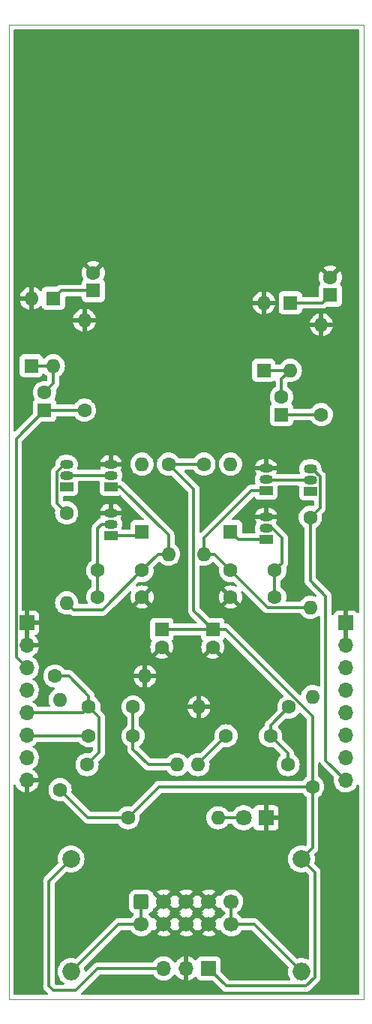
<source format=gtl>
G04 #@! TF.GenerationSoftware,KiCad,Pcbnew,(6.0.6)*
G04 #@! TF.CreationDate,2022-10-26T13:26:05+02:00*
G04 #@! TF.ProjectId,Snare+Hihat,536e6172-652b-4486-9968-61742e6b6963,rev?*
G04 #@! TF.SameCoordinates,Original*
G04 #@! TF.FileFunction,Copper,L1,Top*
G04 #@! TF.FilePolarity,Positive*
%FSLAX46Y46*%
G04 Gerber Fmt 4.6, Leading zero omitted, Abs format (unit mm)*
G04 Created by KiCad (PCBNEW (6.0.6)) date 2022-10-26 13:26:05*
%MOMM*%
%LPD*%
G01*
G04 APERTURE LIST*
G04 Aperture macros list*
%AMRoundRect*
0 Rectangle with rounded corners*
0 $1 Rounding radius*
0 $2 $3 $4 $5 $6 $7 $8 $9 X,Y pos of 4 corners*
0 Add a 4 corners polygon primitive as box body*
4,1,4,$2,$3,$4,$5,$6,$7,$8,$9,$2,$3,0*
0 Add four circle primitives for the rounded corners*
1,1,$1+$1,$2,$3*
1,1,$1+$1,$4,$5*
1,1,$1+$1,$6,$7*
1,1,$1+$1,$8,$9*
0 Add four rect primitives between the rounded corners*
20,1,$1+$1,$2,$3,$4,$5,0*
20,1,$1+$1,$4,$5,$6,$7,0*
20,1,$1+$1,$6,$7,$8,$9,0*
20,1,$1+$1,$8,$9,$2,$3,0*%
G04 Aperture macros list end*
G04 #@! TA.AperFunction,Profile*
%ADD10C,0.050000*%
G04 #@! TD*
G04 #@! TA.AperFunction,ComponentPad*
%ADD11C,1.600000*%
G04 #@! TD*
G04 #@! TA.AperFunction,ComponentPad*
%ADD12R,1.600000X1.600000*%
G04 #@! TD*
G04 #@! TA.AperFunction,ComponentPad*
%ADD13O,1.600000X1.600000*%
G04 #@! TD*
G04 #@! TA.AperFunction,ComponentPad*
%ADD14R,1.700000X1.700000*%
G04 #@! TD*
G04 #@! TA.AperFunction,ComponentPad*
%ADD15O,1.700000X1.700000*%
G04 #@! TD*
G04 #@! TA.AperFunction,ComponentPad*
%ADD16R,1.500000X1.050000*%
G04 #@! TD*
G04 #@! TA.AperFunction,ComponentPad*
%ADD17O,1.500000X1.050000*%
G04 #@! TD*
G04 #@! TA.AperFunction,ComponentPad*
%ADD18R,1.800000X1.800000*%
G04 #@! TD*
G04 #@! TA.AperFunction,ComponentPad*
%ADD19C,1.800000*%
G04 #@! TD*
G04 #@! TA.AperFunction,ComponentPad*
%ADD20C,2.000000*%
G04 #@! TD*
G04 #@! TA.AperFunction,ComponentPad*
%ADD21O,2.000000X2.000000*%
G04 #@! TD*
G04 #@! TA.AperFunction,ComponentPad*
%ADD22RoundRect,0.250000X-0.600000X0.600000X-0.600000X-0.600000X0.600000X-0.600000X0.600000X0.600000X0*%
G04 #@! TD*
G04 #@! TA.AperFunction,ComponentPad*
%ADD23C,1.700000*%
G04 #@! TD*
G04 #@! TA.AperFunction,ViaPad*
%ADD24C,3.600000*%
G04 #@! TD*
G04 #@! TA.AperFunction,Conductor*
%ADD25C,0.300000*%
G04 #@! TD*
G04 APERTURE END LIST*
D10*
X69999999Y-31000000D02*
X70000000Y-141000000D01*
X30000000Y-31000000D02*
X30000000Y-141000000D01*
X30000000Y-31000000D02*
X69999999Y-31000000D01*
X30000000Y-141000000D02*
X70000000Y-141000000D01*
D11*
X55000000Y-92590000D03*
X60000000Y-92590000D03*
X55000000Y-95590000D03*
X60000000Y-95590000D03*
X54500000Y-111250000D03*
X59500000Y-111250000D03*
X45000000Y-92590000D03*
X40000000Y-92590000D03*
X45000000Y-95590000D03*
X40000000Y-95590000D03*
X39000000Y-111250000D03*
X44000000Y-111250000D03*
X44000000Y-108000000D03*
X39000000Y-108000000D03*
D12*
X58750000Y-70000000D03*
D13*
X58750000Y-62380000D03*
D12*
X61750000Y-62380000D03*
D13*
X61750000Y-70000000D03*
D12*
X55000000Y-88210000D03*
D13*
X55000000Y-80590000D03*
D12*
X32500000Y-69500000D03*
D13*
X32500000Y-61880000D03*
D12*
X35000000Y-61880000D03*
D13*
X35000000Y-69500000D03*
D14*
X68000000Y-98500000D03*
D15*
X68000000Y-101040000D03*
X68000000Y-103580000D03*
X68000000Y-106120000D03*
X68000000Y-108660000D03*
X68000000Y-111200000D03*
X68000000Y-113740000D03*
X68000000Y-116280000D03*
D14*
X32000000Y-98500000D03*
D15*
X32000000Y-101040000D03*
X32000000Y-103580000D03*
X32000000Y-106120000D03*
X32000000Y-108660000D03*
X32000000Y-111200000D03*
X32000000Y-113740000D03*
X32000000Y-116280000D03*
D16*
X64000000Y-83630000D03*
D17*
X64000000Y-82360000D03*
X64000000Y-81090000D03*
D16*
X59000000Y-83590000D03*
D17*
X59000000Y-82320000D03*
X59000000Y-81050000D03*
D16*
X59000000Y-89090000D03*
D17*
X59000000Y-87820000D03*
X59000000Y-86550000D03*
D16*
X36500000Y-83130000D03*
D17*
X36500000Y-81860000D03*
X36500000Y-80590000D03*
D16*
X41500000Y-83130000D03*
D17*
X41500000Y-81860000D03*
X41500000Y-80590000D03*
D16*
X41500000Y-88630000D03*
D17*
X41500000Y-87360000D03*
X41500000Y-86090000D03*
D11*
X65250000Y-75000000D03*
D13*
X65250000Y-64840000D03*
D11*
X64000000Y-86590000D03*
D13*
X64000000Y-96750000D03*
D11*
X52000000Y-80590000D03*
D13*
X52000000Y-90750000D03*
D11*
X64250000Y-117000000D03*
D13*
X64250000Y-106840000D03*
D11*
X43420000Y-120500000D03*
D13*
X53580000Y-120500000D03*
D11*
X61580000Y-108000000D03*
D13*
X51420000Y-108000000D03*
D11*
X38500000Y-74500000D03*
D13*
X38500000Y-64340000D03*
D11*
X36500000Y-86090000D03*
D13*
X36500000Y-96250000D03*
D11*
X48000000Y-80590000D03*
D13*
X48000000Y-90750000D03*
D11*
X35750000Y-117330000D03*
D13*
X35750000Y-107170000D03*
D11*
X35170000Y-104500000D03*
D13*
X45330000Y-104500000D03*
D12*
X45000000Y-88210000D03*
D13*
X45000000Y-80590000D03*
D11*
X38800000Y-114500000D03*
D13*
X48960000Y-114500000D03*
D11*
X61500000Y-114500000D03*
D13*
X51340000Y-114500000D03*
D14*
X52525000Y-137500000D03*
D15*
X49985000Y-137500000D03*
X47445000Y-137500000D03*
D12*
X60750000Y-75000000D03*
D11*
X60750000Y-73000000D03*
D12*
X66250000Y-61500000D03*
D11*
X66250000Y-59500000D03*
D12*
X39500000Y-61000000D03*
D11*
X39500000Y-59000000D03*
D18*
X59000000Y-120500000D03*
D19*
X56460000Y-120500000D03*
D20*
X63000000Y-125150000D03*
D21*
X63000000Y-137850000D03*
D20*
X37000000Y-125150000D03*
D21*
X37000000Y-137850000D03*
D22*
X44920000Y-129960000D03*
D23*
X44920000Y-132500000D03*
X47460000Y-129960000D03*
X47460000Y-132500000D03*
X50000000Y-129960000D03*
X50000000Y-132500000D03*
X52540000Y-129960000D03*
X52540000Y-132500000D03*
X55080000Y-129960000D03*
X55080000Y-132500000D03*
D12*
X34000000Y-74500000D03*
D11*
X34000000Y-72500000D03*
D12*
X47250000Y-99250000D03*
D11*
X47250000Y-101250000D03*
D12*
X53000000Y-99250000D03*
D11*
X53000000Y-101250000D03*
D24*
X50000000Y-45500000D03*
D25*
X43420000Y-120500000D02*
X46920000Y-117000000D01*
X64500000Y-138500000D02*
X64500000Y-126650000D01*
X64250000Y-109044345D02*
X64250000Y-117000000D01*
X46920000Y-117000000D02*
X47000000Y-117000000D01*
X52000000Y-80590000D02*
X48000000Y-80590000D01*
X53000000Y-99250000D02*
X54455655Y-99250000D01*
X53000000Y-99250000D02*
X47250000Y-99250000D01*
X38920000Y-120500000D02*
X35750000Y-117330000D01*
X52525000Y-137500000D02*
X54525000Y-139500000D01*
X43420000Y-120500000D02*
X38920000Y-120500000D01*
X64250000Y-117000000D02*
X64250000Y-123900000D01*
X54455655Y-99250000D02*
X64250000Y-109044345D01*
X64250000Y-117000000D02*
X47000000Y-117000000D01*
X64250000Y-123900000D02*
X63000000Y-125150000D01*
X50850489Y-97100489D02*
X50850489Y-83440489D01*
X54525000Y-139500000D02*
X63500000Y-139500000D01*
X64500000Y-126650000D02*
X63000000Y-125150000D01*
X50850489Y-97100489D02*
X53000000Y-99250000D01*
X63500000Y-139500000D02*
X64500000Y-138500000D01*
X50850489Y-83440489D02*
X48000000Y-80590000D01*
X40000000Y-137500000D02*
X37500000Y-140000000D01*
X37500000Y-140000000D02*
X35000000Y-140000000D01*
X34500000Y-127650000D02*
X37000000Y-125150000D01*
X34500000Y-139500000D02*
X34500000Y-127650000D01*
X35000000Y-140000000D02*
X34500000Y-139500000D01*
X47445000Y-137500000D02*
X40000000Y-137500000D01*
X60750000Y-73000000D02*
X60750000Y-71000000D01*
X60750000Y-71000000D02*
X61750000Y-70000000D01*
X61750000Y-70000000D02*
X58750000Y-70000000D01*
X52000000Y-88910978D02*
X57320978Y-83590000D01*
X53160000Y-90750000D02*
X55000000Y-92590000D01*
X57320978Y-83590000D02*
X59000000Y-83590000D01*
X55000000Y-92590000D02*
X59160000Y-96750000D01*
X52000000Y-90750000D02*
X52000000Y-88910978D01*
X52000000Y-90750000D02*
X53160000Y-90750000D01*
X59160000Y-96750000D02*
X64000000Y-96750000D01*
X57650000Y-132500000D02*
X55080000Y-132500000D01*
X55080000Y-132500000D02*
X55080000Y-129960000D01*
X63000000Y-137850000D02*
X57650000Y-132500000D01*
X44920000Y-129960000D02*
X44920000Y-132500000D01*
X42350000Y-132500000D02*
X37000000Y-137850000D01*
X44920000Y-132500000D02*
X42350000Y-132500000D01*
X65099520Y-85490480D02*
X64000000Y-86590000D01*
X64191758Y-81090000D02*
X65099520Y-81997762D01*
X65750000Y-114030000D02*
X68000000Y-116280000D01*
X64000000Y-81090000D02*
X64191758Y-81090000D01*
X64000000Y-93750000D02*
X65750000Y-95500000D01*
X65099520Y-81997762D02*
X65099520Y-85490480D01*
X65750000Y-95500000D02*
X65750000Y-114030000D01*
X64000000Y-86590000D02*
X64000000Y-93750000D01*
X60750000Y-75000000D02*
X65250000Y-75000000D01*
X65370000Y-62380000D02*
X66250000Y-61500000D01*
X61750000Y-62380000D02*
X65370000Y-62380000D01*
X60000000Y-92590000D02*
X60000000Y-95590000D01*
X59704022Y-87820000D02*
X60799999Y-88915977D01*
X60799999Y-91790001D02*
X60000000Y-92590000D01*
X59000000Y-87820000D02*
X59704022Y-87820000D01*
X60799999Y-88915977D02*
X60799999Y-91790001D01*
X54500000Y-111250000D02*
X51340000Y-114410000D01*
X51340000Y-114410000D02*
X51340000Y-114500000D01*
X36500000Y-80590000D02*
X36275000Y-80590000D01*
X36275000Y-80590000D02*
X35400489Y-81464511D01*
X35400489Y-84990489D02*
X36500000Y-86090000D01*
X35400489Y-81464511D02*
X35400489Y-84990489D01*
X35000000Y-71500000D02*
X34000000Y-72500000D01*
X35000000Y-69500000D02*
X35000000Y-71500000D01*
X35000000Y-69500000D02*
X32500000Y-69500000D01*
X30800489Y-102380489D02*
X32000000Y-103580000D01*
X34000000Y-74500000D02*
X30800489Y-77699511D01*
X38500000Y-74500000D02*
X34000000Y-74500000D01*
X30800489Y-77699511D02*
X30800489Y-102380489D01*
X39500000Y-61000000D02*
X35880000Y-61000000D01*
X35880000Y-61000000D02*
X35000000Y-61880000D01*
X40450000Y-87360000D02*
X40000000Y-87810000D01*
X41500000Y-87360000D02*
X40450000Y-87360000D01*
X40000000Y-87810000D02*
X40000000Y-92590000D01*
X40000000Y-92590000D02*
X40000000Y-95590000D01*
X46840000Y-90750000D02*
X45000000Y-92590000D01*
X45000000Y-92590000D02*
X40540001Y-97049999D01*
X42550000Y-83130000D02*
X48000000Y-88580000D01*
X41500000Y-83130000D02*
X42550000Y-83130000D01*
X40540001Y-97049999D02*
X37299999Y-97049999D01*
X48000000Y-88580000D02*
X48000000Y-90750000D01*
X48000000Y-90750000D02*
X46840000Y-90750000D01*
X37299999Y-97049999D02*
X36500000Y-96250000D01*
X44000000Y-111250000D02*
X44000000Y-112750000D01*
X44000000Y-112750000D02*
X45750000Y-114500000D01*
X44000000Y-108000000D02*
X44000000Y-111250000D01*
X45750000Y-114500000D02*
X48960000Y-114500000D01*
X39000000Y-111250000D02*
X32050000Y-111250000D01*
X32050000Y-111250000D02*
X32000000Y-111200000D01*
X55880000Y-89090000D02*
X55000000Y-88210000D01*
X59000000Y-89090000D02*
X55880000Y-89090000D01*
X56460000Y-120500000D02*
X53580000Y-120500000D01*
X41500000Y-88630000D02*
X44580000Y-88630000D01*
X44580000Y-88630000D02*
X45000000Y-88210000D01*
X61500000Y-114500000D02*
X61500000Y-113250000D01*
X59500000Y-110080000D02*
X61580000Y-108000000D01*
X61500000Y-113250000D02*
X59500000Y-111250000D01*
X59500000Y-111250000D02*
X59500000Y-110080000D01*
X35170000Y-104500000D02*
X36750000Y-104500000D01*
X38340000Y-108660000D02*
X32000000Y-108660000D01*
X39000000Y-108000000D02*
X40149511Y-109149511D01*
X39000000Y-108000000D02*
X38340000Y-108660000D01*
X40149511Y-113150489D02*
X38800000Y-114500000D01*
X40149511Y-109149511D02*
X40149511Y-113150489D01*
X39000000Y-106750000D02*
X39000000Y-108000000D01*
X36750000Y-104500000D02*
X39000000Y-106750000D01*
X59040000Y-82360000D02*
X59000000Y-82320000D01*
X64000000Y-82360000D02*
X59040000Y-82360000D01*
X41500000Y-81860000D02*
X36500000Y-81860000D01*
G04 #@! TA.AperFunction,Conductor*
G36*
X69433620Y-31528502D02*
G01*
X69480113Y-31582158D01*
X69491499Y-31634500D01*
X69491500Y-85996117D01*
X69491500Y-97280607D01*
X69471498Y-97348728D01*
X69417842Y-97395221D01*
X69347568Y-97405325D01*
X69282988Y-97375831D01*
X69264674Y-97356172D01*
X69218286Y-97294277D01*
X69205724Y-97281715D01*
X69103649Y-97205214D01*
X69088054Y-97196676D01*
X68967606Y-97151522D01*
X68952351Y-97147895D01*
X68901486Y-97142369D01*
X68894672Y-97142000D01*
X68272115Y-97142000D01*
X68256876Y-97146475D01*
X68255671Y-97147865D01*
X68254000Y-97155548D01*
X68254000Y-101168000D01*
X68233998Y-101236121D01*
X68180342Y-101282614D01*
X68128000Y-101294000D01*
X67872000Y-101294000D01*
X67803879Y-101273998D01*
X67757386Y-101220342D01*
X67746000Y-101168000D01*
X67746000Y-97160116D01*
X67741525Y-97144877D01*
X67740135Y-97143672D01*
X67732452Y-97142001D01*
X67105331Y-97142001D01*
X67098510Y-97142371D01*
X67047648Y-97147895D01*
X67032396Y-97151521D01*
X66911946Y-97196676D01*
X66896351Y-97205214D01*
X66794276Y-97281715D01*
X66781715Y-97294276D01*
X66705214Y-97396351D01*
X66696676Y-97411946D01*
X66652482Y-97529833D01*
X66609840Y-97586597D01*
X66543279Y-97611297D01*
X66473930Y-97596090D01*
X66423812Y-97545804D01*
X66408500Y-97485603D01*
X66408500Y-95582059D01*
X66409059Y-95570203D01*
X66410789Y-95562463D01*
X66408562Y-95491611D01*
X66408500Y-95487653D01*
X66408500Y-95458568D01*
X66407946Y-95454179D01*
X66407013Y-95442337D01*
X66405862Y-95405700D01*
X66405562Y-95396169D01*
X66399580Y-95375579D01*
X66395570Y-95356216D01*
X66393875Y-95342796D01*
X66393875Y-95342795D01*
X66392882Y-95334936D01*
X66389966Y-95327571D01*
X66389965Y-95327567D01*
X66375874Y-95291979D01*
X66372035Y-95280769D01*
X66359145Y-95236400D01*
X66348225Y-95217935D01*
X66339534Y-95200195D01*
X66331635Y-95180244D01*
X66304482Y-95142871D01*
X66297967Y-95132952D01*
X66278493Y-95100023D01*
X66278490Y-95100019D01*
X66274453Y-95093193D01*
X66259289Y-95078029D01*
X66246448Y-95062995D01*
X66238501Y-95052057D01*
X66233841Y-95045643D01*
X66198247Y-95016197D01*
X66189468Y-95008208D01*
X64695405Y-93514145D01*
X64661379Y-93451833D01*
X64658500Y-93425050D01*
X64658500Y-87791888D01*
X64678502Y-87723767D01*
X64712228Y-87688676D01*
X64831531Y-87605139D01*
X64839789Y-87599357D01*
X64839792Y-87599355D01*
X64844300Y-87596198D01*
X65006198Y-87434300D01*
X65011437Y-87426819D01*
X65087133Y-87318713D01*
X65137523Y-87246749D01*
X65139846Y-87241767D01*
X65139849Y-87241762D01*
X65231961Y-87044225D01*
X65231961Y-87044224D01*
X65234284Y-87039243D01*
X65261360Y-86938197D01*
X65292119Y-86823402D01*
X65292119Y-86823400D01*
X65293543Y-86818087D01*
X65313498Y-86590000D01*
X65293543Y-86361913D01*
X65287853Y-86340676D01*
X65284012Y-86326341D01*
X65285702Y-86255365D01*
X65316624Y-86204636D01*
X65507125Y-86014135D01*
X65515905Y-86006145D01*
X65515907Y-86006143D01*
X65522600Y-86001896D01*
X65571125Y-85950222D01*
X65573879Y-85947381D01*
X65594447Y-85926813D01*
X65597167Y-85923306D01*
X65604873Y-85914284D01*
X65631064Y-85886393D01*
X65636492Y-85880613D01*
X65643760Y-85867393D01*
X65646823Y-85861822D01*
X65657677Y-85845298D01*
X65665965Y-85834612D01*
X65670824Y-85828348D01*
X65674529Y-85819787D01*
X65689174Y-85785945D01*
X65694396Y-85775285D01*
X65712825Y-85741764D01*
X65712826Y-85741762D01*
X65716644Y-85734817D01*
X65721979Y-85714039D01*
X65728378Y-85695349D01*
X65736900Y-85675656D01*
X65744126Y-85630032D01*
X65746533Y-85618409D01*
X65756048Y-85581348D01*
X65758020Y-85573668D01*
X65758020Y-85552221D01*
X65759571Y-85532511D01*
X65761686Y-85519157D01*
X65762926Y-85511328D01*
X65758579Y-85465339D01*
X65758020Y-85453484D01*
X65758020Y-82079818D01*
X65758579Y-82067962D01*
X65758579Y-82067959D01*
X65760308Y-82060225D01*
X65758082Y-81989393D01*
X65758020Y-81985435D01*
X65758020Y-81956330D01*
X65757464Y-81951930D01*
X65756532Y-81940092D01*
X65755825Y-81917565D01*
X65755082Y-81893931D01*
X65749100Y-81873341D01*
X65745090Y-81853978D01*
X65743395Y-81840558D01*
X65743395Y-81840557D01*
X65742402Y-81832698D01*
X65739486Y-81825333D01*
X65739485Y-81825329D01*
X65725394Y-81789741D01*
X65721555Y-81778531D01*
X65708665Y-81734162D01*
X65697749Y-81715705D01*
X65689054Y-81697955D01*
X65681155Y-81678006D01*
X65676496Y-81671593D01*
X65653997Y-81640626D01*
X65647480Y-81630705D01*
X65639861Y-81617822D01*
X65623972Y-81590955D01*
X65608811Y-81575794D01*
X65595969Y-81560759D01*
X65593651Y-81557568D01*
X65583361Y-81543405D01*
X65547768Y-81513960D01*
X65538987Y-81505970D01*
X65293303Y-81260285D01*
X65259278Y-81197973D01*
X65257089Y-81158020D01*
X65262832Y-81103379D01*
X65262832Y-81103377D01*
X65263476Y-81097250D01*
X65250882Y-80958872D01*
X65245665Y-80901543D01*
X65245664Y-80901540D01*
X65245106Y-80895404D01*
X65233441Y-80855768D01*
X65189620Y-80706880D01*
X65187881Y-80700971D01*
X65183951Y-80693452D01*
X65136861Y-80603378D01*
X65093981Y-80521355D01*
X65088630Y-80514699D01*
X65048517Y-80464809D01*
X64966981Y-80363399D01*
X64811719Y-80233119D01*
X64806327Y-80230155D01*
X64806323Y-80230152D01*
X64639506Y-80138444D01*
X64634109Y-80135477D01*
X64440916Y-80074193D01*
X64434799Y-80073507D01*
X64434795Y-80073506D01*
X64360652Y-80065190D01*
X64283183Y-80056500D01*
X63723996Y-80056500D01*
X63573287Y-80071277D01*
X63379258Y-80129858D01*
X63200302Y-80225010D01*
X63043237Y-80353110D01*
X63039310Y-80357857D01*
X63039308Y-80357859D01*
X62917973Y-80504528D01*
X62917971Y-80504531D01*
X62914044Y-80509278D01*
X62817644Y-80687565D01*
X62787720Y-80784232D01*
X62777241Y-80818087D01*
X62757710Y-80881180D01*
X62757066Y-80887305D01*
X62757066Y-80887306D01*
X62745447Y-80997856D01*
X62736524Y-81082750D01*
X62738976Y-81109693D01*
X62752624Y-81259650D01*
X62754894Y-81284596D01*
X62756632Y-81290502D01*
X62756633Y-81290506D01*
X62781102Y-81373643D01*
X62812119Y-81479029D01*
X62832035Y-81517125D01*
X62845869Y-81586761D01*
X62819859Y-81652821D01*
X62762263Y-81694333D01*
X62720373Y-81701500D01*
X60258485Y-81701500D01*
X60190364Y-81681498D01*
X60143871Y-81627842D01*
X60133767Y-81557568D01*
X60147649Y-81515571D01*
X60178962Y-81457658D01*
X60183714Y-81446353D01*
X60222422Y-81321308D01*
X60222628Y-81307205D01*
X60215873Y-81304000D01*
X59446242Y-81304000D01*
X59432197Y-81303215D01*
X59417799Y-81301600D01*
X59283183Y-81286500D01*
X58723996Y-81286500D01*
X58573287Y-81301277D01*
X58570998Y-81301968D01*
X58550276Y-81304000D01*
X57791014Y-81304000D01*
X57777483Y-81307973D01*
X57776363Y-81315768D01*
X57810846Y-81432932D01*
X57815439Y-81444300D01*
X57903584Y-81612907D01*
X57905597Y-81615983D01*
X57906154Y-81617822D01*
X57906440Y-81618370D01*
X57906336Y-81618424D01*
X57926161Y-81683936D01*
X57911001Y-81744906D01*
X57817644Y-81917565D01*
X57787677Y-82014373D01*
X57769001Y-82074706D01*
X57757710Y-82111180D01*
X57736524Y-82312750D01*
X57737083Y-82318890D01*
X57754028Y-82505077D01*
X57754894Y-82514596D01*
X57756632Y-82520502D01*
X57756633Y-82520506D01*
X57790352Y-82635073D01*
X57810788Y-82704507D01*
X57812119Y-82709029D01*
X57811260Y-82709282D01*
X57817714Y-82774662D01*
X57804548Y-82811406D01*
X57799385Y-82818295D01*
X57796234Y-82826701D01*
X57796232Y-82826704D01*
X57787599Y-82849731D01*
X57744957Y-82906495D01*
X57678395Y-82931194D01*
X57669618Y-82931500D01*
X57403034Y-82931500D01*
X57391178Y-82930941D01*
X57391175Y-82930941D01*
X57383441Y-82929212D01*
X57328424Y-82930941D01*
X57312609Y-82931438D01*
X57308651Y-82931500D01*
X57279546Y-82931500D01*
X57275146Y-82932056D01*
X57263314Y-82932988D01*
X57217147Y-82934438D01*
X57196557Y-82940420D01*
X57177196Y-82944430D01*
X57170208Y-82945312D01*
X57163774Y-82946125D01*
X57163773Y-82946125D01*
X57155914Y-82947118D01*
X57148549Y-82950034D01*
X57148545Y-82950035D01*
X57112957Y-82964126D01*
X57101747Y-82967965D01*
X57057378Y-82980855D01*
X57038921Y-82991771D01*
X57021171Y-83000466D01*
X57001222Y-83008365D01*
X56994811Y-83013023D01*
X56994809Y-83013024D01*
X56963842Y-83035523D01*
X56953924Y-83042038D01*
X56914171Y-83065548D01*
X56899010Y-83080709D01*
X56883978Y-83093548D01*
X56866621Y-83106159D01*
X56848471Y-83128099D01*
X56837171Y-83141758D01*
X56829181Y-83150538D01*
X51724084Y-88255634D01*
X51661772Y-88289660D01*
X51590957Y-88284595D01*
X51534121Y-88242048D01*
X51509310Y-88175528D01*
X51508989Y-88166539D01*
X51508989Y-83522545D01*
X51509548Y-83510689D01*
X51509548Y-83510686D01*
X51511277Y-83502952D01*
X51509051Y-83432120D01*
X51508989Y-83428162D01*
X51508989Y-83399057D01*
X51508433Y-83394657D01*
X51507501Y-83382819D01*
X51506300Y-83344583D01*
X51506051Y-83336658D01*
X51500069Y-83316068D01*
X51496059Y-83296705D01*
X51494364Y-83283285D01*
X51494364Y-83283284D01*
X51493371Y-83275425D01*
X51490455Y-83268060D01*
X51490454Y-83268056D01*
X51476363Y-83232468D01*
X51472524Y-83221258D01*
X51459634Y-83176889D01*
X51448718Y-83158432D01*
X51440023Y-83140682D01*
X51432124Y-83120733D01*
X51425974Y-83112268D01*
X51404966Y-83083353D01*
X51398449Y-83073432D01*
X51397104Y-83071157D01*
X51374941Y-83033682D01*
X51359780Y-83018521D01*
X51346938Y-83003486D01*
X51344747Y-83000470D01*
X51334330Y-82986132D01*
X51298730Y-82956681D01*
X51289951Y-82948692D01*
X49804855Y-81463595D01*
X49770829Y-81401283D01*
X49775894Y-81330467D01*
X49818441Y-81273632D01*
X49884961Y-81248821D01*
X49893950Y-81248500D01*
X50798112Y-81248500D01*
X50866233Y-81268502D01*
X50901324Y-81302228D01*
X50921097Y-81330467D01*
X50985526Y-81422480D01*
X50993802Y-81434300D01*
X51155700Y-81596198D01*
X51160208Y-81599355D01*
X51160211Y-81599357D01*
X51236566Y-81652821D01*
X51343251Y-81727523D01*
X51348233Y-81729846D01*
X51348238Y-81729849D01*
X51545775Y-81821961D01*
X51550757Y-81824284D01*
X51556065Y-81825706D01*
X51556067Y-81825707D01*
X51766598Y-81882119D01*
X51766600Y-81882119D01*
X51771913Y-81883543D01*
X52000000Y-81903498D01*
X52228087Y-81883543D01*
X52233400Y-81882119D01*
X52233402Y-81882119D01*
X52443933Y-81825707D01*
X52443935Y-81825706D01*
X52449243Y-81824284D01*
X52454225Y-81821961D01*
X52651762Y-81729849D01*
X52651767Y-81729846D01*
X52656749Y-81727523D01*
X52763434Y-81652821D01*
X52839789Y-81599357D01*
X52839792Y-81599355D01*
X52844300Y-81596198D01*
X53006198Y-81434300D01*
X53014475Y-81422480D01*
X53078903Y-81330467D01*
X53137523Y-81246749D01*
X53139846Y-81241767D01*
X53139849Y-81241762D01*
X53231961Y-81044225D01*
X53231961Y-81044224D01*
X53234284Y-81039243D01*
X53243522Y-81004769D01*
X53292119Y-80823402D01*
X53292119Y-80823400D01*
X53293543Y-80818087D01*
X53313498Y-80590000D01*
X53686502Y-80590000D01*
X53706457Y-80818087D01*
X53707881Y-80823400D01*
X53707881Y-80823402D01*
X53756479Y-81004769D01*
X53765716Y-81039243D01*
X53768039Y-81044224D01*
X53768039Y-81044225D01*
X53860151Y-81241762D01*
X53860154Y-81241767D01*
X53862477Y-81246749D01*
X53921097Y-81330467D01*
X53985526Y-81422480D01*
X53993802Y-81434300D01*
X54155700Y-81596198D01*
X54160208Y-81599355D01*
X54160211Y-81599357D01*
X54236566Y-81652821D01*
X54343251Y-81727523D01*
X54348233Y-81729846D01*
X54348238Y-81729849D01*
X54545775Y-81821961D01*
X54550757Y-81824284D01*
X54556065Y-81825706D01*
X54556067Y-81825707D01*
X54766598Y-81882119D01*
X54766600Y-81882119D01*
X54771913Y-81883543D01*
X55000000Y-81903498D01*
X55228087Y-81883543D01*
X55233400Y-81882119D01*
X55233402Y-81882119D01*
X55443933Y-81825707D01*
X55443935Y-81825706D01*
X55449243Y-81824284D01*
X55454225Y-81821961D01*
X55651762Y-81729849D01*
X55651767Y-81729846D01*
X55656749Y-81727523D01*
X55763434Y-81652821D01*
X55839789Y-81599357D01*
X55839792Y-81599355D01*
X55844300Y-81596198D01*
X56006198Y-81434300D01*
X56014475Y-81422480D01*
X56078903Y-81330467D01*
X56137523Y-81246749D01*
X56139846Y-81241767D01*
X56139849Y-81241762D01*
X56231961Y-81044225D01*
X56231961Y-81044224D01*
X56234284Y-81039243D01*
X56243522Y-81004769D01*
X56292119Y-80823402D01*
X56292119Y-80823400D01*
X56293543Y-80818087D01*
X56295756Y-80792795D01*
X57777372Y-80792795D01*
X57784127Y-80796000D01*
X58727885Y-80796000D01*
X58743124Y-80791525D01*
X58744329Y-80790135D01*
X58746000Y-80782452D01*
X58746000Y-80777885D01*
X59254000Y-80777885D01*
X59258475Y-80793124D01*
X59259865Y-80794329D01*
X59267548Y-80796000D01*
X60208986Y-80796000D01*
X60222517Y-80792027D01*
X60223637Y-80784232D01*
X60189154Y-80667068D01*
X60184561Y-80655700D01*
X60096414Y-80487089D01*
X60089698Y-80476827D01*
X59970485Y-80328557D01*
X59961897Y-80319787D01*
X59816162Y-80197501D01*
X59806031Y-80190563D01*
X59639308Y-80098906D01*
X59628038Y-80094076D01*
X59446685Y-80036548D01*
X59434691Y-80033998D01*
X59286650Y-80017393D01*
X59279626Y-80017000D01*
X59272115Y-80017000D01*
X59256876Y-80021475D01*
X59255671Y-80022865D01*
X59254000Y-80030548D01*
X59254000Y-80777885D01*
X58746000Y-80777885D01*
X58746000Y-80035115D01*
X58741525Y-80019876D01*
X58740135Y-80018671D01*
X58732452Y-80017000D01*
X58727110Y-80017000D01*
X58720965Y-80017300D01*
X58579519Y-80031170D01*
X58567481Y-80033553D01*
X58385349Y-80088542D01*
X58374007Y-80093217D01*
X58206023Y-80182535D01*
X58195807Y-80189322D01*
X58048366Y-80309572D01*
X58039662Y-80318216D01*
X57918390Y-80464809D01*
X57911530Y-80474980D01*
X57821038Y-80642342D01*
X57816286Y-80653647D01*
X57777578Y-80778692D01*
X57777372Y-80792795D01*
X56295756Y-80792795D01*
X56313498Y-80590000D01*
X56293543Y-80361913D01*
X56283446Y-80324232D01*
X56235707Y-80146067D01*
X56235706Y-80146065D01*
X56234284Y-80140757D01*
X56214769Y-80098906D01*
X56139849Y-79938238D01*
X56139846Y-79938233D01*
X56137523Y-79933251D01*
X56006198Y-79745700D01*
X55844300Y-79583802D01*
X55839792Y-79580645D01*
X55839789Y-79580643D01*
X55761611Y-79525902D01*
X55656749Y-79452477D01*
X55651767Y-79450154D01*
X55651762Y-79450151D01*
X55454225Y-79358039D01*
X55454224Y-79358039D01*
X55449243Y-79355716D01*
X55443935Y-79354294D01*
X55443933Y-79354293D01*
X55233402Y-79297881D01*
X55233400Y-79297881D01*
X55228087Y-79296457D01*
X55000000Y-79276502D01*
X54771913Y-79296457D01*
X54766600Y-79297881D01*
X54766598Y-79297881D01*
X54556067Y-79354293D01*
X54556065Y-79354294D01*
X54550757Y-79355716D01*
X54545776Y-79358039D01*
X54545775Y-79358039D01*
X54348238Y-79450151D01*
X54348233Y-79450154D01*
X54343251Y-79452477D01*
X54238389Y-79525902D01*
X54160211Y-79580643D01*
X54160208Y-79580645D01*
X54155700Y-79583802D01*
X53993802Y-79745700D01*
X53862477Y-79933251D01*
X53860154Y-79938233D01*
X53860151Y-79938238D01*
X53785231Y-80098906D01*
X53765716Y-80140757D01*
X53764294Y-80146065D01*
X53764293Y-80146067D01*
X53716554Y-80324232D01*
X53706457Y-80361913D01*
X53686502Y-80590000D01*
X53313498Y-80590000D01*
X53293543Y-80361913D01*
X53283446Y-80324232D01*
X53235707Y-80146067D01*
X53235706Y-80146065D01*
X53234284Y-80140757D01*
X53214769Y-80098906D01*
X53139849Y-79938238D01*
X53139846Y-79938233D01*
X53137523Y-79933251D01*
X53006198Y-79745700D01*
X52844300Y-79583802D01*
X52839792Y-79580645D01*
X52839789Y-79580643D01*
X52761611Y-79525902D01*
X52656749Y-79452477D01*
X52651767Y-79450154D01*
X52651762Y-79450151D01*
X52454225Y-79358039D01*
X52454224Y-79358039D01*
X52449243Y-79355716D01*
X52443935Y-79354294D01*
X52443933Y-79354293D01*
X52233402Y-79297881D01*
X52233400Y-79297881D01*
X52228087Y-79296457D01*
X52000000Y-79276502D01*
X51771913Y-79296457D01*
X51766600Y-79297881D01*
X51766598Y-79297881D01*
X51556067Y-79354293D01*
X51556065Y-79354294D01*
X51550757Y-79355716D01*
X51545776Y-79358039D01*
X51545775Y-79358039D01*
X51348238Y-79450151D01*
X51348233Y-79450154D01*
X51343251Y-79452477D01*
X51238389Y-79525902D01*
X51160211Y-79580643D01*
X51160208Y-79580645D01*
X51155700Y-79583802D01*
X50993802Y-79745700D01*
X50907777Y-79868557D01*
X50901325Y-79877771D01*
X50845868Y-79922099D01*
X50798112Y-79931500D01*
X49201888Y-79931500D01*
X49133767Y-79911498D01*
X49098675Y-79877771D01*
X49092224Y-79868557D01*
X49006198Y-79745700D01*
X48844300Y-79583802D01*
X48839792Y-79580645D01*
X48839789Y-79580643D01*
X48761611Y-79525902D01*
X48656749Y-79452477D01*
X48651767Y-79450154D01*
X48651762Y-79450151D01*
X48454225Y-79358039D01*
X48454224Y-79358039D01*
X48449243Y-79355716D01*
X48443935Y-79354294D01*
X48443933Y-79354293D01*
X48233402Y-79297881D01*
X48233400Y-79297881D01*
X48228087Y-79296457D01*
X48000000Y-79276502D01*
X47771913Y-79296457D01*
X47766600Y-79297881D01*
X47766598Y-79297881D01*
X47556067Y-79354293D01*
X47556065Y-79354294D01*
X47550757Y-79355716D01*
X47545776Y-79358039D01*
X47545775Y-79358039D01*
X47348238Y-79450151D01*
X47348233Y-79450154D01*
X47343251Y-79452477D01*
X47238389Y-79525902D01*
X47160211Y-79580643D01*
X47160208Y-79580645D01*
X47155700Y-79583802D01*
X46993802Y-79745700D01*
X46862477Y-79933251D01*
X46860154Y-79938233D01*
X46860151Y-79938238D01*
X46785231Y-80098906D01*
X46765716Y-80140757D01*
X46764294Y-80146065D01*
X46764293Y-80146067D01*
X46716554Y-80324232D01*
X46706457Y-80361913D01*
X46686502Y-80590000D01*
X46706457Y-80818087D01*
X46707881Y-80823400D01*
X46707881Y-80823402D01*
X46756479Y-81004769D01*
X46765716Y-81039243D01*
X46768039Y-81044224D01*
X46768039Y-81044225D01*
X46860151Y-81241762D01*
X46860154Y-81241767D01*
X46862477Y-81246749D01*
X46921097Y-81330467D01*
X46985526Y-81422480D01*
X46993802Y-81434300D01*
X47155700Y-81596198D01*
X47160208Y-81599355D01*
X47160211Y-81599357D01*
X47236566Y-81652821D01*
X47343251Y-81727523D01*
X47348233Y-81729846D01*
X47348238Y-81729849D01*
X47545775Y-81821961D01*
X47550757Y-81824284D01*
X47556065Y-81825706D01*
X47556067Y-81825707D01*
X47766598Y-81882119D01*
X47766600Y-81882119D01*
X47771913Y-81883543D01*
X48000000Y-81903498D01*
X48228087Y-81883543D01*
X48235766Y-81881485D01*
X48263659Y-81874012D01*
X48334635Y-81875702D01*
X48385364Y-81906624D01*
X50155084Y-83676344D01*
X50189110Y-83738656D01*
X50191989Y-83765439D01*
X50191989Y-97018433D01*
X50191430Y-97030289D01*
X50189701Y-97038026D01*
X50191592Y-97098197D01*
X50191927Y-97108858D01*
X50191989Y-97112816D01*
X50191989Y-97141921D01*
X50192545Y-97146321D01*
X50193477Y-97158153D01*
X50194927Y-97204320D01*
X50197139Y-97211933D01*
X50197139Y-97211934D01*
X50200908Y-97224905D01*
X50204919Y-97244271D01*
X50207607Y-97265553D01*
X50210523Y-97272918D01*
X50210524Y-97272922D01*
X50224615Y-97308510D01*
X50228454Y-97319720D01*
X50241344Y-97364089D01*
X50252264Y-97382554D01*
X50260955Y-97400294D01*
X50268854Y-97420245D01*
X50296005Y-97457615D01*
X50302522Y-97467537D01*
X50321996Y-97500466D01*
X50321999Y-97500470D01*
X50326036Y-97507296D01*
X50341200Y-97522460D01*
X50354040Y-97537493D01*
X50366648Y-97554846D01*
X50390348Y-97574452D01*
X50402241Y-97584291D01*
X50411021Y-97592281D01*
X51195145Y-98376405D01*
X51229171Y-98438717D01*
X51224106Y-98509532D01*
X51181559Y-98566368D01*
X51115039Y-98591179D01*
X51106050Y-98591500D01*
X48684500Y-98591500D01*
X48616379Y-98571498D01*
X48569886Y-98517842D01*
X48558500Y-98465500D01*
X48558500Y-98401866D01*
X48551745Y-98339684D01*
X48500615Y-98203295D01*
X48413261Y-98086739D01*
X48296705Y-97999385D01*
X48160316Y-97948255D01*
X48098134Y-97941500D01*
X46401866Y-97941500D01*
X46339684Y-97948255D01*
X46203295Y-97999385D01*
X46086739Y-98086739D01*
X45999385Y-98203295D01*
X45948255Y-98339684D01*
X45941500Y-98401866D01*
X45941500Y-100098134D01*
X45948255Y-100160316D01*
X45999385Y-100296705D01*
X46004771Y-100303891D01*
X46081355Y-100406078D01*
X46081358Y-100406081D01*
X46086739Y-100413261D01*
X46093919Y-100418642D01*
X46100270Y-100424993D01*
X46098128Y-100427135D01*
X46131564Y-100471846D01*
X46136594Y-100542664D01*
X46118477Y-100584035D01*
X46118818Y-100584232D01*
X46117048Y-100587298D01*
X46116701Y-100588090D01*
X46116071Y-100588989D01*
X46110586Y-100598489D01*
X46018510Y-100795947D01*
X46014764Y-100806239D01*
X45958375Y-101016688D01*
X45956472Y-101027481D01*
X45937483Y-101244525D01*
X45937483Y-101255475D01*
X45956472Y-101472519D01*
X45958375Y-101483312D01*
X46014764Y-101693761D01*
X46018510Y-101704053D01*
X46110586Y-101901511D01*
X46116069Y-101911006D01*
X46152509Y-101963048D01*
X46162988Y-101971424D01*
X46176434Y-101964356D01*
X47160905Y-100979885D01*
X47223217Y-100945859D01*
X47294032Y-100950924D01*
X47339095Y-100979885D01*
X48324287Y-101965077D01*
X48336062Y-101971507D01*
X48348077Y-101962211D01*
X48383931Y-101911006D01*
X48389414Y-101901511D01*
X48481490Y-101704053D01*
X48485236Y-101693761D01*
X48541625Y-101483312D01*
X48543528Y-101472519D01*
X48562517Y-101255475D01*
X48562517Y-101244525D01*
X48543528Y-101027481D01*
X48541625Y-101016688D01*
X48485236Y-100806239D01*
X48481490Y-100795947D01*
X48389414Y-100598489D01*
X48383929Y-100588989D01*
X48383299Y-100588090D01*
X48383144Y-100587630D01*
X48381182Y-100584232D01*
X48381865Y-100583838D01*
X48360612Y-100520816D01*
X48377898Y-100451956D01*
X48400934Y-100426197D01*
X48399730Y-100424993D01*
X48406081Y-100418642D01*
X48413261Y-100413261D01*
X48418642Y-100406081D01*
X48418645Y-100406078D01*
X48495229Y-100303891D01*
X48500615Y-100296705D01*
X48551745Y-100160316D01*
X48558500Y-100098134D01*
X48558500Y-100034500D01*
X48578502Y-99966379D01*
X48632158Y-99919886D01*
X48684500Y-99908500D01*
X51565500Y-99908500D01*
X51633621Y-99928502D01*
X51680114Y-99982158D01*
X51691500Y-100034500D01*
X51691500Y-100098134D01*
X51698255Y-100160316D01*
X51749385Y-100296705D01*
X51754771Y-100303891D01*
X51831355Y-100406078D01*
X51831358Y-100406081D01*
X51836739Y-100413261D01*
X51843919Y-100418642D01*
X51850270Y-100424993D01*
X51848128Y-100427135D01*
X51881564Y-100471846D01*
X51886594Y-100542664D01*
X51868477Y-100584035D01*
X51868818Y-100584232D01*
X51867048Y-100587298D01*
X51866701Y-100588090D01*
X51866071Y-100588989D01*
X51860586Y-100598489D01*
X51768510Y-100795947D01*
X51764764Y-100806239D01*
X51708375Y-101016688D01*
X51706472Y-101027481D01*
X51687483Y-101244525D01*
X51687483Y-101255475D01*
X51706472Y-101472519D01*
X51708375Y-101483312D01*
X51764764Y-101693761D01*
X51768510Y-101704053D01*
X51860586Y-101901511D01*
X51866069Y-101911006D01*
X51902509Y-101963048D01*
X51912988Y-101971424D01*
X51926434Y-101964356D01*
X52910905Y-100979885D01*
X52973217Y-100945859D01*
X53044032Y-100950924D01*
X53089095Y-100979885D01*
X54074287Y-101965077D01*
X54086062Y-101971507D01*
X54098077Y-101962211D01*
X54133931Y-101911006D01*
X54139414Y-101901511D01*
X54231490Y-101704053D01*
X54235236Y-101693761D01*
X54291625Y-101483312D01*
X54293528Y-101472519D01*
X54312517Y-101255475D01*
X54312517Y-101244525D01*
X54293528Y-101027481D01*
X54291625Y-101016688D01*
X54235236Y-100806239D01*
X54231490Y-100795947D01*
X54139414Y-100598489D01*
X54133929Y-100588989D01*
X54133299Y-100588090D01*
X54133144Y-100587630D01*
X54131182Y-100584232D01*
X54131865Y-100583838D01*
X54110612Y-100520816D01*
X54127898Y-100451956D01*
X54150934Y-100426197D01*
X54149730Y-100424993D01*
X54156081Y-100418642D01*
X54163261Y-100413261D01*
X54168642Y-100406081D01*
X54168645Y-100406078D01*
X54245229Y-100303891D01*
X54250615Y-100296705D01*
X54269304Y-100246852D01*
X54311945Y-100190087D01*
X54378506Y-100165387D01*
X54447855Y-100180594D01*
X54476381Y-100201986D01*
X60942921Y-106668526D01*
X60976947Y-106730838D01*
X60971882Y-106801653D01*
X60929335Y-106858489D01*
X60923382Y-106862416D01*
X60923251Y-106862477D01*
X60865828Y-106902685D01*
X60740211Y-106990643D01*
X60740208Y-106990645D01*
X60735700Y-106993802D01*
X60573802Y-107155700D01*
X60570645Y-107160208D01*
X60570643Y-107160211D01*
X60563789Y-107170000D01*
X60442477Y-107343251D01*
X60440154Y-107348233D01*
X60440151Y-107348238D01*
X60368546Y-107501797D01*
X60345716Y-107550757D01*
X60344294Y-107556065D01*
X60344293Y-107556067D01*
X60296756Y-107733478D01*
X60286457Y-107771913D01*
X60266502Y-108000000D01*
X60286457Y-108228087D01*
X60287881Y-108233402D01*
X60287882Y-108233405D01*
X60295988Y-108263659D01*
X60294298Y-108334635D01*
X60263376Y-108385364D01*
X59092395Y-109556345D01*
X59083615Y-109564335D01*
X59083613Y-109564337D01*
X59076920Y-109568584D01*
X59071494Y-109574362D01*
X59071493Y-109574363D01*
X59028396Y-109620257D01*
X59025641Y-109623099D01*
X59005073Y-109643667D01*
X59002356Y-109647170D01*
X58994648Y-109656195D01*
X58963028Y-109689867D01*
X58959207Y-109696818D01*
X58959206Y-109696819D01*
X58952697Y-109708658D01*
X58941843Y-109725182D01*
X58934018Y-109735271D01*
X58928696Y-109742132D01*
X58925549Y-109749404D01*
X58925548Y-109749406D01*
X58910346Y-109784535D01*
X58905124Y-109795195D01*
X58882876Y-109835663D01*
X58877541Y-109856441D01*
X58871142Y-109875131D01*
X58862620Y-109894824D01*
X58861380Y-109902655D01*
X58855394Y-109940448D01*
X58852987Y-109952071D01*
X58846506Y-109977315D01*
X58841500Y-109996812D01*
X58841500Y-110018259D01*
X58839949Y-110037969D01*
X58838343Y-110048112D01*
X58836594Y-110059152D01*
X58836274Y-110059101D01*
X58815597Y-110122125D01*
X58784062Y-110153922D01*
X58660211Y-110240643D01*
X58660208Y-110240645D01*
X58655700Y-110243802D01*
X58493802Y-110405700D01*
X58362477Y-110593251D01*
X58360154Y-110598233D01*
X58360151Y-110598238D01*
X58293247Y-110741716D01*
X58265716Y-110800757D01*
X58206457Y-111021913D01*
X58186502Y-111250000D01*
X58206457Y-111478087D01*
X58207881Y-111483400D01*
X58207881Y-111483402D01*
X58257490Y-111668542D01*
X58265716Y-111699243D01*
X58268039Y-111704224D01*
X58268039Y-111704225D01*
X58360151Y-111901762D01*
X58360154Y-111901767D01*
X58362477Y-111906749D01*
X58493802Y-112094300D01*
X58655700Y-112256198D01*
X58660208Y-112259355D01*
X58660217Y-112259361D01*
X58843251Y-112387523D01*
X58848233Y-112389846D01*
X58848238Y-112389849D01*
X59045775Y-112481961D01*
X59050757Y-112484284D01*
X59056065Y-112485706D01*
X59056067Y-112485707D01*
X59266598Y-112542119D01*
X59266600Y-112542119D01*
X59271913Y-112543543D01*
X59500000Y-112563498D01*
X59728087Y-112543543D01*
X59735766Y-112541485D01*
X59763659Y-112534012D01*
X59834635Y-112535702D01*
X59885364Y-112566624D01*
X60645026Y-113326286D01*
X60679052Y-113388598D01*
X60673987Y-113459413D01*
X60645026Y-113504476D01*
X60493802Y-113655700D01*
X60362477Y-113843251D01*
X60360154Y-113848233D01*
X60360151Y-113848238D01*
X60269028Y-114043655D01*
X60265716Y-114050757D01*
X60264294Y-114056065D01*
X60264293Y-114056067D01*
X60207882Y-114266595D01*
X60206457Y-114271913D01*
X60186502Y-114500000D01*
X60206457Y-114728087D01*
X60207881Y-114733400D01*
X60207881Y-114733402D01*
X60258706Y-114923080D01*
X60265716Y-114949243D01*
X60268039Y-114954224D01*
X60268039Y-114954225D01*
X60360151Y-115151762D01*
X60360154Y-115151767D01*
X60362477Y-115156749D01*
X60493802Y-115344300D01*
X60655700Y-115506198D01*
X60660208Y-115509355D01*
X60660211Y-115509357D01*
X60738389Y-115564098D01*
X60843251Y-115637523D01*
X60848233Y-115639846D01*
X60848238Y-115639849D01*
X61045775Y-115731961D01*
X61050757Y-115734284D01*
X61056065Y-115735706D01*
X61056067Y-115735707D01*
X61266598Y-115792119D01*
X61266600Y-115792119D01*
X61271913Y-115793543D01*
X61500000Y-115813498D01*
X61728087Y-115793543D01*
X61733400Y-115792119D01*
X61733402Y-115792119D01*
X61943933Y-115735707D01*
X61943935Y-115735706D01*
X61949243Y-115734284D01*
X61954225Y-115731961D01*
X62151762Y-115639849D01*
X62151767Y-115639846D01*
X62156749Y-115637523D01*
X62261611Y-115564098D01*
X62339789Y-115509357D01*
X62339792Y-115509355D01*
X62344300Y-115506198D01*
X62506198Y-115344300D01*
X62637523Y-115156749D01*
X62639846Y-115151767D01*
X62639849Y-115151762D01*
X62731961Y-114954225D01*
X62731961Y-114954224D01*
X62734284Y-114949243D01*
X62741295Y-114923080D01*
X62792119Y-114733402D01*
X62792119Y-114733400D01*
X62793543Y-114728087D01*
X62813498Y-114500000D01*
X62793543Y-114271913D01*
X62792118Y-114266595D01*
X62735707Y-114056067D01*
X62735706Y-114056065D01*
X62734284Y-114050757D01*
X62730972Y-114043655D01*
X62639849Y-113848238D01*
X62639846Y-113848233D01*
X62637523Y-113843251D01*
X62506198Y-113655700D01*
X62344300Y-113493802D01*
X62339792Y-113490645D01*
X62339789Y-113490643D01*
X62214171Y-113402684D01*
X62169843Y-113347227D01*
X62160504Y-113303429D01*
X62159873Y-113283333D01*
X62158562Y-113241631D01*
X62158500Y-113237673D01*
X62158500Y-113208568D01*
X62157944Y-113204168D01*
X62157012Y-113192330D01*
X62156263Y-113168466D01*
X62155562Y-113146169D01*
X62149580Y-113125579D01*
X62145570Y-113106216D01*
X62143875Y-113092796D01*
X62143875Y-113092795D01*
X62142882Y-113084936D01*
X62139966Y-113077571D01*
X62139965Y-113077567D01*
X62125874Y-113041979D01*
X62122035Y-113030769D01*
X62109145Y-112986400D01*
X62098225Y-112967935D01*
X62089534Y-112950195D01*
X62081635Y-112930244D01*
X62054482Y-112892871D01*
X62047967Y-112882952D01*
X62028493Y-112850023D01*
X62028490Y-112850019D01*
X62024453Y-112843193D01*
X62009289Y-112828029D01*
X61996448Y-112812995D01*
X61988501Y-112802057D01*
X61983841Y-112795643D01*
X61948247Y-112766197D01*
X61939468Y-112758208D01*
X60816624Y-111635364D01*
X60782598Y-111573052D01*
X60784012Y-111513659D01*
X60792118Y-111483405D01*
X60792119Y-111483402D01*
X60793543Y-111478087D01*
X60813498Y-111250000D01*
X60793543Y-111021913D01*
X60734284Y-110800757D01*
X60706753Y-110741716D01*
X60639849Y-110598238D01*
X60639846Y-110598233D01*
X60637523Y-110593251D01*
X60506198Y-110405700D01*
X60394974Y-110294476D01*
X60360948Y-110232164D01*
X60366013Y-110161349D01*
X60394974Y-110116286D01*
X61194636Y-109316624D01*
X61256948Y-109282598D01*
X61316341Y-109284012D01*
X61344234Y-109291485D01*
X61351913Y-109293543D01*
X61580000Y-109313498D01*
X61808087Y-109293543D01*
X61813400Y-109292119D01*
X61813402Y-109292119D01*
X62023933Y-109235707D01*
X62023935Y-109235706D01*
X62029243Y-109234284D01*
X62060495Y-109219711D01*
X62231762Y-109139849D01*
X62231767Y-109139846D01*
X62236749Y-109137523D01*
X62384636Y-109033971D01*
X62419789Y-109009357D01*
X62419792Y-109009355D01*
X62424300Y-109006198D01*
X62586198Y-108844300D01*
X62590767Y-108837776D01*
X62717523Y-108656749D01*
X62718951Y-108657749D01*
X62764638Y-108614183D01*
X62834351Y-108600744D01*
X62900263Y-108627128D01*
X62911474Y-108637079D01*
X63554595Y-109280200D01*
X63588621Y-109342512D01*
X63591500Y-109369295D01*
X63591500Y-115798112D01*
X63571498Y-115866233D01*
X63537772Y-115901324D01*
X63468315Y-115949958D01*
X63410211Y-115990643D01*
X63410208Y-115990645D01*
X63405700Y-115993802D01*
X63243802Y-116155700D01*
X63180087Y-116246695D01*
X63151325Y-116287771D01*
X63095868Y-116332099D01*
X63048112Y-116341500D01*
X47002056Y-116341500D01*
X46990200Y-116340941D01*
X46990197Y-116340941D01*
X46982463Y-116339212D01*
X46927446Y-116340941D01*
X46911631Y-116341438D01*
X46907673Y-116341500D01*
X46878568Y-116341500D01*
X46874168Y-116342056D01*
X46862336Y-116342988D01*
X46816169Y-116344438D01*
X46795579Y-116350420D01*
X46776218Y-116354430D01*
X46769230Y-116355312D01*
X46762796Y-116356125D01*
X46762795Y-116356125D01*
X46754936Y-116357118D01*
X46747571Y-116360034D01*
X46747567Y-116360035D01*
X46711982Y-116374124D01*
X46700752Y-116377969D01*
X46656399Y-116390855D01*
X46649575Y-116394891D01*
X46637943Y-116401770D01*
X46620187Y-116410469D01*
X46600244Y-116418365D01*
X46574224Y-116437270D01*
X46562868Y-116445520D01*
X46552949Y-116452035D01*
X46520023Y-116471508D01*
X46520019Y-116471511D01*
X46513193Y-116475548D01*
X46498032Y-116490709D01*
X46483000Y-116503548D01*
X46465643Y-116516159D01*
X46447182Y-116538475D01*
X46436193Y-116551758D01*
X46428203Y-116560538D01*
X43805364Y-119183376D01*
X43743052Y-119217402D01*
X43683659Y-119215988D01*
X43653405Y-119207882D01*
X43648087Y-119206457D01*
X43420000Y-119186502D01*
X43191913Y-119206457D01*
X43186600Y-119207881D01*
X43186598Y-119207881D01*
X42976067Y-119264293D01*
X42976065Y-119264294D01*
X42970757Y-119265716D01*
X42965776Y-119268039D01*
X42965775Y-119268039D01*
X42768238Y-119360151D01*
X42768233Y-119360154D01*
X42763251Y-119362477D01*
X42684992Y-119417275D01*
X42580211Y-119490643D01*
X42580208Y-119490645D01*
X42575700Y-119493802D01*
X42413802Y-119655700D01*
X42410645Y-119660208D01*
X42410643Y-119660211D01*
X42321325Y-119787771D01*
X42265868Y-119832099D01*
X42218112Y-119841500D01*
X39244950Y-119841500D01*
X39176829Y-119821498D01*
X39155855Y-119804595D01*
X37066624Y-117715364D01*
X37032598Y-117653052D01*
X37034012Y-117593659D01*
X37042118Y-117563405D01*
X37042119Y-117563402D01*
X37043543Y-117558087D01*
X37063498Y-117330000D01*
X37043543Y-117101913D01*
X37037856Y-117080689D01*
X36985707Y-116886067D01*
X36985706Y-116886065D01*
X36984284Y-116880757D01*
X36981961Y-116875775D01*
X36889849Y-116678238D01*
X36889846Y-116678233D01*
X36887523Y-116673251D01*
X36802595Y-116551962D01*
X36759357Y-116490211D01*
X36759355Y-116490208D01*
X36756198Y-116485700D01*
X36594300Y-116323802D01*
X36589792Y-116320645D01*
X36589789Y-116320643D01*
X36511611Y-116265902D01*
X36406749Y-116192477D01*
X36401767Y-116190154D01*
X36401762Y-116190151D01*
X36204225Y-116098039D01*
X36204224Y-116098039D01*
X36199243Y-116095716D01*
X36193935Y-116094294D01*
X36193933Y-116094293D01*
X35983402Y-116037881D01*
X35983400Y-116037881D01*
X35978087Y-116036457D01*
X35750000Y-116016502D01*
X35521913Y-116036457D01*
X35516600Y-116037881D01*
X35516598Y-116037881D01*
X35306067Y-116094293D01*
X35306065Y-116094294D01*
X35300757Y-116095716D01*
X35295776Y-116098039D01*
X35295775Y-116098039D01*
X35098238Y-116190151D01*
X35098233Y-116190154D01*
X35093251Y-116192477D01*
X34988389Y-116265902D01*
X34910211Y-116320643D01*
X34910208Y-116320645D01*
X34905700Y-116323802D01*
X34743802Y-116485700D01*
X34740645Y-116490208D01*
X34740643Y-116490211D01*
X34697405Y-116551962D01*
X34612477Y-116673251D01*
X34610154Y-116678233D01*
X34610151Y-116678238D01*
X34518039Y-116875775D01*
X34515716Y-116880757D01*
X34514294Y-116886065D01*
X34514293Y-116886067D01*
X34462144Y-117080689D01*
X34456457Y-117101913D01*
X34436502Y-117330000D01*
X34456457Y-117558087D01*
X34457881Y-117563400D01*
X34457881Y-117563402D01*
X34498600Y-117715364D01*
X34515716Y-117779243D01*
X34518039Y-117784224D01*
X34518039Y-117784225D01*
X34610151Y-117981762D01*
X34610154Y-117981767D01*
X34612477Y-117986749D01*
X34743802Y-118174300D01*
X34905700Y-118336198D01*
X34910208Y-118339355D01*
X34910211Y-118339357D01*
X34988389Y-118394098D01*
X35093251Y-118467523D01*
X35098233Y-118469846D01*
X35098238Y-118469849D01*
X35295775Y-118561961D01*
X35300757Y-118564284D01*
X35306065Y-118565706D01*
X35306067Y-118565707D01*
X35516598Y-118622119D01*
X35516600Y-118622119D01*
X35521913Y-118623543D01*
X35750000Y-118643498D01*
X35978087Y-118623543D01*
X35985766Y-118621485D01*
X36013659Y-118614012D01*
X36084635Y-118615702D01*
X36135364Y-118646624D01*
X38396345Y-120907605D01*
X38404335Y-120916385D01*
X38408584Y-120923080D01*
X38414362Y-120928506D01*
X38414363Y-120928507D01*
X38460257Y-120971604D01*
X38463099Y-120974359D01*
X38483667Y-120994927D01*
X38487170Y-120997644D01*
X38496195Y-121005352D01*
X38529867Y-121036972D01*
X38536818Y-121040793D01*
X38536819Y-121040794D01*
X38548658Y-121047303D01*
X38565182Y-121058157D01*
X38575271Y-121065982D01*
X38582132Y-121071304D01*
X38589404Y-121074451D01*
X38589406Y-121074452D01*
X38624535Y-121089654D01*
X38635196Y-121094876D01*
X38675663Y-121117124D01*
X38696441Y-121122459D01*
X38715131Y-121128858D01*
X38734824Y-121137380D01*
X38778596Y-121144313D01*
X38780448Y-121144606D01*
X38792071Y-121147013D01*
X38820072Y-121154202D01*
X38836812Y-121158500D01*
X38858259Y-121158500D01*
X38877969Y-121160051D01*
X38899152Y-121163406D01*
X38945141Y-121159059D01*
X38956996Y-121158500D01*
X42218112Y-121158500D01*
X42286233Y-121178502D01*
X42321324Y-121212228D01*
X42369958Y-121281685D01*
X42404012Y-121330318D01*
X42413802Y-121344300D01*
X42575700Y-121506198D01*
X42580208Y-121509355D01*
X42580211Y-121509357D01*
X42580821Y-121509784D01*
X42763251Y-121637523D01*
X42768233Y-121639846D01*
X42768238Y-121639849D01*
X42927238Y-121713991D01*
X42970757Y-121734284D01*
X42976065Y-121735706D01*
X42976067Y-121735707D01*
X43186598Y-121792119D01*
X43186600Y-121792119D01*
X43191913Y-121793543D01*
X43420000Y-121813498D01*
X43648087Y-121793543D01*
X43653400Y-121792119D01*
X43653402Y-121792119D01*
X43863933Y-121735707D01*
X43863935Y-121735706D01*
X43869243Y-121734284D01*
X43912762Y-121713991D01*
X44071762Y-121639849D01*
X44071767Y-121639846D01*
X44076749Y-121637523D01*
X44259179Y-121509784D01*
X44259789Y-121509357D01*
X44259792Y-121509355D01*
X44264300Y-121506198D01*
X44426198Y-121344300D01*
X44435989Y-121330318D01*
X44549714Y-121167901D01*
X44557523Y-121156749D01*
X44559846Y-121151767D01*
X44559849Y-121151762D01*
X44651961Y-120954225D01*
X44651961Y-120954224D01*
X44654284Y-120949243D01*
X44661295Y-120923080D01*
X44712119Y-120733402D01*
X44712119Y-120733400D01*
X44713543Y-120728087D01*
X44733498Y-120500000D01*
X52266502Y-120500000D01*
X52286457Y-120728087D01*
X52287881Y-120733400D01*
X52287881Y-120733402D01*
X52338706Y-120923080D01*
X52345716Y-120949243D01*
X52348039Y-120954224D01*
X52348039Y-120954225D01*
X52440151Y-121151762D01*
X52440154Y-121151767D01*
X52442477Y-121156749D01*
X52450286Y-121167901D01*
X52564012Y-121330318D01*
X52573802Y-121344300D01*
X52735700Y-121506198D01*
X52740208Y-121509355D01*
X52740211Y-121509357D01*
X52740821Y-121509784D01*
X52923251Y-121637523D01*
X52928233Y-121639846D01*
X52928238Y-121639849D01*
X53087238Y-121713991D01*
X53130757Y-121734284D01*
X53136065Y-121735706D01*
X53136067Y-121735707D01*
X53346598Y-121792119D01*
X53346600Y-121792119D01*
X53351913Y-121793543D01*
X53580000Y-121813498D01*
X53808087Y-121793543D01*
X53813400Y-121792119D01*
X53813402Y-121792119D01*
X54023933Y-121735707D01*
X54023935Y-121735706D01*
X54029243Y-121734284D01*
X54072762Y-121713991D01*
X54231762Y-121639849D01*
X54231767Y-121639846D01*
X54236749Y-121637523D01*
X54419179Y-121509784D01*
X54419789Y-121509357D01*
X54419792Y-121509355D01*
X54424300Y-121506198D01*
X54586198Y-121344300D01*
X54595989Y-121330318D01*
X54630042Y-121281685D01*
X54678676Y-121212228D01*
X54734132Y-121167901D01*
X54781888Y-121158500D01*
X55140950Y-121158500D01*
X55209071Y-121178502D01*
X55248383Y-121218665D01*
X55319501Y-121334719D01*
X55471147Y-121509784D01*
X55649349Y-121657730D01*
X55849322Y-121774584D01*
X56065694Y-121857209D01*
X56070760Y-121858240D01*
X56070761Y-121858240D01*
X56123846Y-121869040D01*
X56292656Y-121903385D01*
X56423324Y-121908176D01*
X56518949Y-121911683D01*
X56518953Y-121911683D01*
X56524113Y-121911872D01*
X56529233Y-121911216D01*
X56529235Y-121911216D01*
X56628668Y-121898478D01*
X56753847Y-121882442D01*
X56758795Y-121880957D01*
X56758802Y-121880956D01*
X56970747Y-121817369D01*
X56975690Y-121815886D01*
X56980565Y-121813498D01*
X57179049Y-121716262D01*
X57179052Y-121716260D01*
X57183684Y-121713991D01*
X57372243Y-121579494D01*
X57375898Y-121575852D01*
X57375906Y-121575845D01*
X57417697Y-121534199D01*
X57480068Y-121500282D01*
X57550875Y-121505470D01*
X57607637Y-121548116D01*
X57624619Y-121579218D01*
X57646677Y-121638056D01*
X57655214Y-121653649D01*
X57731715Y-121755724D01*
X57744276Y-121768285D01*
X57846351Y-121844786D01*
X57861946Y-121853324D01*
X57982394Y-121898478D01*
X57997649Y-121902105D01*
X58048514Y-121907631D01*
X58055328Y-121908000D01*
X58727885Y-121908000D01*
X58743124Y-121903525D01*
X58744329Y-121902135D01*
X58746000Y-121894452D01*
X58746000Y-121889884D01*
X59254000Y-121889884D01*
X59258475Y-121905123D01*
X59259865Y-121906328D01*
X59267548Y-121907999D01*
X59944669Y-121907999D01*
X59951490Y-121907629D01*
X60002352Y-121902105D01*
X60017604Y-121898479D01*
X60138054Y-121853324D01*
X60153649Y-121844786D01*
X60255724Y-121768285D01*
X60268285Y-121755724D01*
X60344786Y-121653649D01*
X60353324Y-121638054D01*
X60398478Y-121517606D01*
X60402105Y-121502351D01*
X60407631Y-121451486D01*
X60408000Y-121444672D01*
X60408000Y-120772115D01*
X60403525Y-120756876D01*
X60402135Y-120755671D01*
X60394452Y-120754000D01*
X59272115Y-120754000D01*
X59256876Y-120758475D01*
X59255671Y-120759865D01*
X59254000Y-120767548D01*
X59254000Y-121889884D01*
X58746000Y-121889884D01*
X58746000Y-120227885D01*
X59254000Y-120227885D01*
X59258475Y-120243124D01*
X59259865Y-120244329D01*
X59267548Y-120246000D01*
X60389884Y-120246000D01*
X60405123Y-120241525D01*
X60406328Y-120240135D01*
X60407999Y-120232452D01*
X60407999Y-119555331D01*
X60407629Y-119548510D01*
X60402105Y-119497648D01*
X60398479Y-119482396D01*
X60353324Y-119361946D01*
X60344786Y-119346351D01*
X60268285Y-119244276D01*
X60255724Y-119231715D01*
X60153649Y-119155214D01*
X60138054Y-119146676D01*
X60017606Y-119101522D01*
X60002351Y-119097895D01*
X59951486Y-119092369D01*
X59944672Y-119092000D01*
X59272115Y-119092000D01*
X59256876Y-119096475D01*
X59255671Y-119097865D01*
X59254000Y-119105548D01*
X59254000Y-120227885D01*
X58746000Y-120227885D01*
X58746000Y-119110116D01*
X58741525Y-119094877D01*
X58740135Y-119093672D01*
X58732452Y-119092001D01*
X58055331Y-119092001D01*
X58048510Y-119092371D01*
X57997648Y-119097895D01*
X57982396Y-119101521D01*
X57861946Y-119146676D01*
X57846351Y-119155214D01*
X57744276Y-119231715D01*
X57731715Y-119244276D01*
X57655214Y-119346351D01*
X57646675Y-119361948D01*
X57625934Y-119417275D01*
X57583293Y-119474040D01*
X57516731Y-119498740D01*
X57447383Y-119483533D01*
X57424388Y-119466909D01*
X57423887Y-119466358D01*
X57296348Y-119365634D01*
X57246177Y-119326011D01*
X57246172Y-119326008D01*
X57242123Y-119322810D01*
X57237607Y-119320317D01*
X57237604Y-119320315D01*
X57043879Y-119213373D01*
X57043875Y-119213371D01*
X57039355Y-119210876D01*
X57034486Y-119209152D01*
X57034482Y-119209150D01*
X56825903Y-119135288D01*
X56825899Y-119135287D01*
X56821028Y-119133562D01*
X56815935Y-119132655D01*
X56815932Y-119132654D01*
X56598095Y-119093851D01*
X56598089Y-119093850D01*
X56593006Y-119092945D01*
X56515644Y-119092000D01*
X56366581Y-119090179D01*
X56366579Y-119090179D01*
X56361411Y-119090116D01*
X56132464Y-119125150D01*
X55912314Y-119197106D01*
X55907726Y-119199494D01*
X55907722Y-119199496D01*
X55711461Y-119301663D01*
X55706872Y-119304052D01*
X55702739Y-119307155D01*
X55702736Y-119307157D01*
X55556073Y-119417275D01*
X55521655Y-119443117D01*
X55361639Y-119610564D01*
X55358725Y-119614836D01*
X55358724Y-119614837D01*
X55241621Y-119786504D01*
X55186710Y-119831507D01*
X55137533Y-119841500D01*
X54781888Y-119841500D01*
X54713767Y-119821498D01*
X54678675Y-119787771D01*
X54589357Y-119660211D01*
X54589355Y-119660208D01*
X54586198Y-119655700D01*
X54424300Y-119493802D01*
X54419792Y-119490645D01*
X54419789Y-119490643D01*
X54315008Y-119417275D01*
X54236749Y-119362477D01*
X54231767Y-119360154D01*
X54231762Y-119360151D01*
X54034225Y-119268039D01*
X54034224Y-119268039D01*
X54029243Y-119265716D01*
X54023935Y-119264294D01*
X54023933Y-119264293D01*
X53813402Y-119207881D01*
X53813400Y-119207881D01*
X53808087Y-119206457D01*
X53580000Y-119186502D01*
X53351913Y-119206457D01*
X53346600Y-119207881D01*
X53346598Y-119207881D01*
X53136067Y-119264293D01*
X53136065Y-119264294D01*
X53130757Y-119265716D01*
X53125776Y-119268039D01*
X53125775Y-119268039D01*
X52928238Y-119360151D01*
X52928233Y-119360154D01*
X52923251Y-119362477D01*
X52844992Y-119417275D01*
X52740211Y-119490643D01*
X52740208Y-119490645D01*
X52735700Y-119493802D01*
X52573802Y-119655700D01*
X52442477Y-119843251D01*
X52440154Y-119848233D01*
X52440151Y-119848238D01*
X52348618Y-120044533D01*
X52345716Y-120050757D01*
X52344294Y-120056065D01*
X52344293Y-120056067D01*
X52294972Y-120240135D01*
X52286457Y-120271913D01*
X52266502Y-120500000D01*
X44733498Y-120500000D01*
X44713543Y-120271913D01*
X44705401Y-120241525D01*
X44704012Y-120236341D01*
X44705702Y-120165365D01*
X44736624Y-120114636D01*
X47155854Y-117695405D01*
X47218166Y-117661380D01*
X47244949Y-117658500D01*
X63048112Y-117658500D01*
X63116233Y-117678502D01*
X63151324Y-117712228D01*
X63243802Y-117844300D01*
X63405700Y-118006198D01*
X63410208Y-118009355D01*
X63410211Y-118009357D01*
X63468315Y-118050042D01*
X63537772Y-118098676D01*
X63582099Y-118154132D01*
X63591500Y-118201888D01*
X63591500Y-123575050D01*
X63571498Y-123643171D01*
X63554595Y-123664145D01*
X63549949Y-123668791D01*
X63487637Y-123702817D01*
X63431440Y-123702215D01*
X63241524Y-123656620D01*
X63241518Y-123656619D01*
X63236711Y-123655465D01*
X63000000Y-123636835D01*
X62763289Y-123655465D01*
X62758482Y-123656619D01*
X62758476Y-123656620D01*
X62612609Y-123691640D01*
X62532406Y-123710895D01*
X62527835Y-123712788D01*
X62527833Y-123712789D01*
X62317611Y-123799865D01*
X62317607Y-123799867D01*
X62313037Y-123801760D01*
X62308817Y-123804346D01*
X62114798Y-123923241D01*
X62114792Y-123923245D01*
X62110584Y-123925824D01*
X61930031Y-124080031D01*
X61775824Y-124260584D01*
X61773245Y-124264792D01*
X61773241Y-124264798D01*
X61675893Y-124423655D01*
X61651760Y-124463037D01*
X61560895Y-124682406D01*
X61505465Y-124913289D01*
X61486835Y-125150000D01*
X61505465Y-125386711D01*
X61560895Y-125617594D01*
X61651760Y-125836963D01*
X61654346Y-125841183D01*
X61773241Y-126035202D01*
X61773245Y-126035208D01*
X61775824Y-126039416D01*
X61930031Y-126219969D01*
X61933787Y-126223177D01*
X61950655Y-126237584D01*
X62110584Y-126374176D01*
X62114792Y-126376755D01*
X62114798Y-126376759D01*
X62279302Y-126477567D01*
X62313037Y-126498240D01*
X62317607Y-126500133D01*
X62317611Y-126500135D01*
X62527833Y-126587211D01*
X62532406Y-126589105D01*
X62612609Y-126608360D01*
X62758476Y-126643380D01*
X62758482Y-126643381D01*
X62763289Y-126644535D01*
X63000000Y-126663165D01*
X63236711Y-126644535D01*
X63241518Y-126643381D01*
X63241524Y-126643380D01*
X63431439Y-126597785D01*
X63502347Y-126601332D01*
X63549948Y-126631208D01*
X63804595Y-126885854D01*
X63838620Y-126948167D01*
X63841500Y-126974950D01*
X63841500Y-136377199D01*
X63821498Y-136445320D01*
X63767842Y-136491813D01*
X63697568Y-136501917D01*
X63667282Y-136493608D01*
X63662949Y-136491813D01*
X63550704Y-136445320D01*
X63472167Y-136412789D01*
X63472165Y-136412788D01*
X63467594Y-136410895D01*
X63387391Y-136391640D01*
X63241524Y-136356620D01*
X63241518Y-136356619D01*
X63236711Y-136355465D01*
X63000000Y-136336835D01*
X62763289Y-136355465D01*
X62758482Y-136356619D01*
X62758476Y-136356620D01*
X62568560Y-136402215D01*
X62497652Y-136398668D01*
X62450051Y-136368791D01*
X58173655Y-132092395D01*
X58165665Y-132083615D01*
X58165663Y-132083613D01*
X58161416Y-132076920D01*
X58143965Y-132060532D01*
X58109743Y-132028396D01*
X58106901Y-132025641D01*
X58086333Y-132005073D01*
X58082826Y-132002353D01*
X58073804Y-131994647D01*
X58069613Y-131990711D01*
X58040133Y-131963028D01*
X58033181Y-131959206D01*
X58021342Y-131952697D01*
X58004818Y-131941843D01*
X57994132Y-131933555D01*
X57987868Y-131928696D01*
X57980596Y-131925549D01*
X57980594Y-131925548D01*
X57945465Y-131910346D01*
X57934805Y-131905124D01*
X57901284Y-131886695D01*
X57901282Y-131886694D01*
X57894337Y-131882876D01*
X57873559Y-131877541D01*
X57854869Y-131871142D01*
X57835176Y-131862620D01*
X57789552Y-131855394D01*
X57777929Y-131852987D01*
X57743657Y-131844188D01*
X57733188Y-131841500D01*
X57711741Y-131841500D01*
X57692031Y-131839949D01*
X57670848Y-131836594D01*
X57624859Y-131840941D01*
X57613004Y-131841500D01*
X56340632Y-131841500D01*
X56272511Y-131821498D01*
X56234840Y-131783940D01*
X56162822Y-131672617D01*
X56162820Y-131672614D01*
X56160014Y-131668277D01*
X56009670Y-131503051D01*
X56005616Y-131499849D01*
X56005615Y-131499848D01*
X55838412Y-131367799D01*
X55834359Y-131364598D01*
X55829841Y-131362104D01*
X55829835Y-131362100D01*
X55803605Y-131347620D01*
X55753635Y-131297187D01*
X55738500Y-131237312D01*
X55738500Y-131223961D01*
X55758502Y-131155840D01*
X55791332Y-131121382D01*
X55830109Y-131093723D01*
X55959860Y-131001173D01*
X56118096Y-130843489D01*
X56248453Y-130662077D01*
X56269568Y-130619355D01*
X56345136Y-130466453D01*
X56345137Y-130466451D01*
X56347430Y-130461811D01*
X56412370Y-130248069D01*
X56441529Y-130026590D01*
X56443156Y-129960000D01*
X56424852Y-129737361D01*
X56370431Y-129520702D01*
X56281354Y-129315840D01*
X56196196Y-129184206D01*
X56162822Y-129132617D01*
X56162820Y-129132614D01*
X56160014Y-129128277D01*
X56009670Y-128963051D01*
X56005619Y-128959852D01*
X56005615Y-128959848D01*
X55838414Y-128827800D01*
X55838410Y-128827798D01*
X55834359Y-128824598D01*
X55638789Y-128716638D01*
X55633920Y-128714914D01*
X55633916Y-128714912D01*
X55433087Y-128643795D01*
X55433083Y-128643794D01*
X55428212Y-128642069D01*
X55423119Y-128641162D01*
X55423116Y-128641161D01*
X55213373Y-128603800D01*
X55213367Y-128603799D01*
X55208284Y-128602894D01*
X55134452Y-128601992D01*
X54990081Y-128600228D01*
X54990079Y-128600228D01*
X54984911Y-128600165D01*
X54764091Y-128633955D01*
X54551756Y-128703357D01*
X54473455Y-128744118D01*
X54431678Y-128765866D01*
X54353607Y-128806507D01*
X54349474Y-128809610D01*
X54349471Y-128809612D01*
X54179100Y-128937530D01*
X54174965Y-128940635D01*
X54171393Y-128944373D01*
X54088580Y-129031032D01*
X54020629Y-129102138D01*
X53947693Y-129209059D01*
X53912898Y-129260066D01*
X53857987Y-129305069D01*
X53787462Y-129313240D01*
X53723715Y-129281986D01*
X53703017Y-129257501D01*
X53673062Y-129211197D01*
X53662377Y-129201995D01*
X53652812Y-129206398D01*
X52912022Y-129947188D01*
X52904408Y-129961132D01*
X52904539Y-129962965D01*
X52908790Y-129969580D01*
X53650474Y-130711264D01*
X53662484Y-130717823D01*
X53674223Y-130708855D01*
X53708022Y-130661819D01*
X53709277Y-130662721D01*
X53756391Y-130619355D01*
X53826330Y-130607148D01*
X53891767Y-130634691D01*
X53919580Y-130666513D01*
X53977287Y-130760683D01*
X53977291Y-130760688D01*
X53979987Y-130765088D01*
X54126250Y-130933938D01*
X54298126Y-131076632D01*
X54302583Y-131079236D01*
X54302588Y-131079240D01*
X54359070Y-131112245D01*
X54407794Y-131163883D01*
X54421500Y-131221033D01*
X54421500Y-131234705D01*
X54401498Y-131302826D01*
X54361441Y-131339572D01*
X54362570Y-131341364D01*
X54358200Y-131344116D01*
X54353607Y-131346507D01*
X54349465Y-131349617D01*
X54188677Y-131470340D01*
X54174965Y-131480635D01*
X54020629Y-131642138D01*
X53947693Y-131749059D01*
X53912898Y-131800066D01*
X53857987Y-131845069D01*
X53787462Y-131853240D01*
X53723715Y-131821986D01*
X53703017Y-131797501D01*
X53673062Y-131751197D01*
X53662377Y-131741995D01*
X53652812Y-131746398D01*
X52912022Y-132487188D01*
X52904408Y-132501132D01*
X52904539Y-132502965D01*
X52908790Y-132509580D01*
X53650474Y-133251264D01*
X53662484Y-133257823D01*
X53674223Y-133248855D01*
X53708022Y-133201819D01*
X53709277Y-133202721D01*
X53756391Y-133159355D01*
X53826330Y-133147148D01*
X53891767Y-133174691D01*
X53919580Y-133206513D01*
X53977287Y-133300683D01*
X53977291Y-133300688D01*
X53979987Y-133305088D01*
X54126250Y-133473938D01*
X54298126Y-133616632D01*
X54491000Y-133729338D01*
X54699692Y-133809030D01*
X54704760Y-133810061D01*
X54704763Y-133810062D01*
X54809604Y-133831392D01*
X54918597Y-133853567D01*
X54923772Y-133853757D01*
X54923774Y-133853757D01*
X55136673Y-133861564D01*
X55136677Y-133861564D01*
X55141837Y-133861753D01*
X55146957Y-133861097D01*
X55146959Y-133861097D01*
X55358288Y-133834025D01*
X55358289Y-133834025D01*
X55363416Y-133833368D01*
X55368366Y-133831883D01*
X55572429Y-133770661D01*
X55572434Y-133770659D01*
X55577384Y-133769174D01*
X55777994Y-133670896D01*
X55959860Y-133541173D01*
X56118096Y-133383489D01*
X56242060Y-133210974D01*
X56298055Y-133167326D01*
X56344383Y-133158500D01*
X57325050Y-133158500D01*
X57393171Y-133178502D01*
X57414145Y-133195405D01*
X61518791Y-137300051D01*
X61552817Y-137362363D01*
X61552215Y-137418560D01*
X61505465Y-137613289D01*
X61486835Y-137850000D01*
X61505465Y-138086711D01*
X61560895Y-138317594D01*
X61562788Y-138322165D01*
X61562789Y-138322167D01*
X61648328Y-138528677D01*
X61651760Y-138536963D01*
X61654346Y-138541183D01*
X61720824Y-138649665D01*
X61739362Y-138718199D01*
X61717906Y-138785875D01*
X61663267Y-138831208D01*
X61613391Y-138841500D01*
X54849950Y-138841500D01*
X54781829Y-138821498D01*
X54760855Y-138804595D01*
X53920405Y-137964145D01*
X53886379Y-137901833D01*
X53883500Y-137875050D01*
X53883500Y-136601866D01*
X53876745Y-136539684D01*
X53825615Y-136403295D01*
X53738261Y-136286739D01*
X53621705Y-136199385D01*
X53485316Y-136148255D01*
X53423134Y-136141500D01*
X51626866Y-136141500D01*
X51564684Y-136148255D01*
X51428295Y-136199385D01*
X51311739Y-136286739D01*
X51224385Y-136403295D01*
X51221233Y-136411703D01*
X51221232Y-136411705D01*
X51179722Y-136522433D01*
X51137081Y-136579198D01*
X51070519Y-136603898D01*
X51001170Y-136588691D01*
X50968546Y-136563004D01*
X50917799Y-136507234D01*
X50910273Y-136500215D01*
X50743139Y-136368222D01*
X50734552Y-136362517D01*
X50548117Y-136259599D01*
X50538705Y-136255369D01*
X50337959Y-136184280D01*
X50327988Y-136181646D01*
X50256837Y-136168972D01*
X50243540Y-136170432D01*
X50239000Y-136184989D01*
X50239000Y-138818517D01*
X50243064Y-138832359D01*
X50256478Y-138834393D01*
X50263184Y-138833534D01*
X50273262Y-138831392D01*
X50477255Y-138770191D01*
X50486842Y-138766433D01*
X50678095Y-138672739D01*
X50686945Y-138667464D01*
X50860328Y-138543792D01*
X50868193Y-138537145D01*
X50972897Y-138432805D01*
X51035268Y-138398889D01*
X51106075Y-138404077D01*
X51162837Y-138446723D01*
X51179819Y-138477826D01*
X51224385Y-138596705D01*
X51311739Y-138713261D01*
X51428295Y-138800615D01*
X51564684Y-138851745D01*
X51626866Y-138858500D01*
X52900050Y-138858500D01*
X52968171Y-138878502D01*
X52989145Y-138895405D01*
X54001345Y-139907605D01*
X54009335Y-139916385D01*
X54013584Y-139923080D01*
X54019362Y-139928506D01*
X54019363Y-139928507D01*
X54065257Y-139971604D01*
X54068099Y-139974359D01*
X54088667Y-139994927D01*
X54092170Y-139997644D01*
X54101195Y-140005352D01*
X54134867Y-140036972D01*
X54141818Y-140040793D01*
X54141819Y-140040794D01*
X54153658Y-140047303D01*
X54170182Y-140058157D01*
X54180865Y-140066443D01*
X54187132Y-140071304D01*
X54211006Y-140081635D01*
X54229536Y-140089654D01*
X54240181Y-140094869D01*
X54280663Y-140117124D01*
X54288337Y-140119094D01*
X54288344Y-140119097D01*
X54301426Y-140122455D01*
X54320134Y-140128860D01*
X54339823Y-140137380D01*
X54347649Y-140138619D01*
X54347651Y-140138620D01*
X54372159Y-140142501D01*
X54385459Y-140144608D01*
X54397070Y-140147012D01*
X54428107Y-140154981D01*
X54434135Y-140156529D01*
X54434136Y-140156529D01*
X54441812Y-140158500D01*
X54463258Y-140158500D01*
X54482968Y-140160051D01*
X54496322Y-140162166D01*
X54496323Y-140162166D01*
X54504152Y-140163406D01*
X54550141Y-140159059D01*
X54561996Y-140158500D01*
X63417944Y-140158500D01*
X63429800Y-140159059D01*
X63429803Y-140159059D01*
X63437537Y-140160788D01*
X63508369Y-140158562D01*
X63512327Y-140158500D01*
X63541432Y-140158500D01*
X63545832Y-140157944D01*
X63557664Y-140157012D01*
X63603831Y-140155562D01*
X63624421Y-140149580D01*
X63643782Y-140145570D01*
X63651408Y-140144607D01*
X63657204Y-140143875D01*
X63657205Y-140143875D01*
X63665064Y-140142882D01*
X63672429Y-140139966D01*
X63672433Y-140139965D01*
X63708021Y-140125874D01*
X63719231Y-140122035D01*
X63763600Y-140109145D01*
X63782065Y-140098225D01*
X63799805Y-140089534D01*
X63819756Y-140081635D01*
X63857129Y-140054482D01*
X63867048Y-140047967D01*
X63899977Y-140028493D01*
X63899981Y-140028490D01*
X63906807Y-140024453D01*
X63921971Y-140009289D01*
X63937005Y-139996448D01*
X63954357Y-139983841D01*
X63983803Y-139948247D01*
X63991792Y-139939468D01*
X64907605Y-139023655D01*
X64916385Y-139015665D01*
X64916387Y-139015663D01*
X64923080Y-139011416D01*
X64971605Y-138959742D01*
X64974359Y-138956901D01*
X64994927Y-138936333D01*
X64997647Y-138932826D01*
X65005353Y-138923804D01*
X65031544Y-138895913D01*
X65036972Y-138890133D01*
X65043366Y-138878502D01*
X65047303Y-138871342D01*
X65058157Y-138854818D01*
X65066445Y-138844132D01*
X65071304Y-138837868D01*
X65079678Y-138818517D01*
X65089654Y-138795465D01*
X65094876Y-138784805D01*
X65113305Y-138751284D01*
X65113306Y-138751282D01*
X65117124Y-138744337D01*
X65122459Y-138723559D01*
X65128858Y-138704869D01*
X65137380Y-138685176D01*
X65144606Y-138639552D01*
X65147013Y-138627929D01*
X65156528Y-138590868D01*
X65158500Y-138583188D01*
X65158500Y-138561741D01*
X65160051Y-138542031D01*
X65162166Y-138528677D01*
X65163406Y-138520848D01*
X65159059Y-138474859D01*
X65158500Y-138463004D01*
X65158500Y-126732056D01*
X65159059Y-126720200D01*
X65159059Y-126720197D01*
X65160788Y-126712463D01*
X65158562Y-126641631D01*
X65158500Y-126637673D01*
X65158500Y-126608568D01*
X65157944Y-126604168D01*
X65157012Y-126592330D01*
X65156541Y-126577316D01*
X65155562Y-126546169D01*
X65149580Y-126525579D01*
X65145570Y-126506216D01*
X65143875Y-126492796D01*
X65143875Y-126492795D01*
X65142882Y-126484936D01*
X65139966Y-126477571D01*
X65139965Y-126477567D01*
X65125874Y-126441979D01*
X65122035Y-126430769D01*
X65109145Y-126386400D01*
X65098229Y-126367943D01*
X65089534Y-126350193D01*
X65081635Y-126330244D01*
X65054477Y-126292864D01*
X65047960Y-126282943D01*
X65024452Y-126243193D01*
X65009291Y-126228032D01*
X64996449Y-126212997D01*
X64983841Y-126195643D01*
X64977737Y-126190593D01*
X64977735Y-126190591D01*
X64948237Y-126166188D01*
X64939459Y-126158199D01*
X64481209Y-125699949D01*
X64447183Y-125637637D01*
X64447785Y-125581440D01*
X64493380Y-125391524D01*
X64493381Y-125391518D01*
X64494535Y-125386711D01*
X64513165Y-125150000D01*
X64494535Y-124913289D01*
X64447785Y-124718560D01*
X64451332Y-124647652D01*
X64481209Y-124600051D01*
X64657605Y-124423655D01*
X64666385Y-124415665D01*
X64666387Y-124415663D01*
X64673080Y-124411416D01*
X64721605Y-124359742D01*
X64724359Y-124356901D01*
X64744927Y-124336333D01*
X64747647Y-124332826D01*
X64755353Y-124323804D01*
X64781544Y-124295913D01*
X64786972Y-124290133D01*
X64790794Y-124283181D01*
X64797303Y-124271342D01*
X64808157Y-124254818D01*
X64816445Y-124244132D01*
X64821304Y-124237868D01*
X64824452Y-124230594D01*
X64839654Y-124195465D01*
X64844876Y-124184805D01*
X64863305Y-124151284D01*
X64863306Y-124151282D01*
X64867124Y-124144337D01*
X64872459Y-124123559D01*
X64878858Y-124104869D01*
X64887380Y-124085176D01*
X64894606Y-124039552D01*
X64897013Y-124027929D01*
X64906528Y-123990868D01*
X64908500Y-123983188D01*
X64908500Y-123961741D01*
X64910051Y-123942031D01*
X64912166Y-123928677D01*
X64913406Y-123920848D01*
X64909059Y-123874859D01*
X64908500Y-123863004D01*
X64908500Y-118201888D01*
X64928502Y-118133767D01*
X64962228Y-118098676D01*
X65031685Y-118050042D01*
X65089789Y-118009357D01*
X65089792Y-118009355D01*
X65094300Y-118006198D01*
X65256198Y-117844300D01*
X65387523Y-117656749D01*
X65389846Y-117651767D01*
X65389849Y-117651762D01*
X65481961Y-117454225D01*
X65481961Y-117454224D01*
X65484284Y-117449243D01*
X65519682Y-117317139D01*
X65542119Y-117233402D01*
X65542119Y-117233400D01*
X65543543Y-117228087D01*
X65563498Y-117000000D01*
X65543543Y-116771913D01*
X65541395Y-116763897D01*
X65485707Y-116556067D01*
X65485706Y-116556065D01*
X65484284Y-116550757D01*
X65476470Y-116534000D01*
X65389849Y-116348238D01*
X65389846Y-116348233D01*
X65387523Y-116343251D01*
X65256198Y-116155700D01*
X65094300Y-115993802D01*
X65089792Y-115990645D01*
X65089789Y-115990643D01*
X65031685Y-115949958D01*
X64962228Y-115901324D01*
X64917901Y-115845868D01*
X64908500Y-115798112D01*
X64908500Y-114361287D01*
X64928502Y-114293166D01*
X64982158Y-114246673D01*
X65052432Y-114236569D01*
X65117012Y-114266063D01*
X65142953Y-114297147D01*
X65151772Y-114312059D01*
X65160466Y-114329805D01*
X65168365Y-114349756D01*
X65175096Y-114359020D01*
X65195516Y-114387126D01*
X65202033Y-114397048D01*
X65221507Y-114429977D01*
X65221510Y-114429981D01*
X65225547Y-114436807D01*
X65240711Y-114451971D01*
X65253551Y-114467004D01*
X65266159Y-114484357D01*
X65301752Y-114513802D01*
X65310532Y-114521792D01*
X66642101Y-115853361D01*
X66676127Y-115915673D01*
X66674424Y-115976125D01*
X66660989Y-116024570D01*
X66637251Y-116246695D01*
X66637548Y-116251848D01*
X66637548Y-116251851D01*
X66646694Y-116410469D01*
X66650110Y-116469715D01*
X66651247Y-116474761D01*
X66651248Y-116474767D01*
X66669630Y-116556332D01*
X66699222Y-116687639D01*
X66742291Y-116793706D01*
X66779795Y-116886067D01*
X66783266Y-116894616D01*
X66899987Y-117085088D01*
X67046250Y-117253938D01*
X67218126Y-117396632D01*
X67411000Y-117509338D01*
X67619692Y-117589030D01*
X67624760Y-117590061D01*
X67624763Y-117590062D01*
X67719862Y-117609410D01*
X67838597Y-117633567D01*
X67843772Y-117633757D01*
X67843774Y-117633757D01*
X68056673Y-117641564D01*
X68056677Y-117641564D01*
X68061837Y-117641753D01*
X68066957Y-117641097D01*
X68066959Y-117641097D01*
X68278288Y-117614025D01*
X68278289Y-117614025D01*
X68283416Y-117613368D01*
X68288366Y-117611883D01*
X68492429Y-117550661D01*
X68492434Y-117550659D01*
X68497384Y-117549174D01*
X68697994Y-117450896D01*
X68879860Y-117321173D01*
X69038096Y-117163489D01*
X69097594Y-117080689D01*
X69165435Y-116986277D01*
X69168453Y-116982077D01*
X69220991Y-116875775D01*
X69252543Y-116811933D01*
X69300656Y-116759726D01*
X69369358Y-116741819D01*
X69436834Y-116763897D01*
X69481662Y-116818951D01*
X69491500Y-116867760D01*
X69491500Y-140365500D01*
X69471498Y-140433621D01*
X69417842Y-140480114D01*
X69365500Y-140491500D01*
X38243950Y-140491500D01*
X38175829Y-140471498D01*
X38129336Y-140417842D01*
X38119232Y-140347568D01*
X38148726Y-140282988D01*
X38154855Y-140276405D01*
X40235855Y-138195405D01*
X40298167Y-138161379D01*
X40324950Y-138158500D01*
X46184594Y-138158500D01*
X46252715Y-138178502D01*
X46292027Y-138218665D01*
X46344987Y-138305088D01*
X46491250Y-138473938D01*
X46663126Y-138616632D01*
X46856000Y-138729338D01*
X46860825Y-138731180D01*
X46860826Y-138731181D01*
X46892235Y-138743175D01*
X47064692Y-138809030D01*
X47069760Y-138810061D01*
X47069763Y-138810062D01*
X47164862Y-138829410D01*
X47283597Y-138853567D01*
X47288772Y-138853757D01*
X47288774Y-138853757D01*
X47501673Y-138861564D01*
X47501677Y-138861564D01*
X47506837Y-138861753D01*
X47511957Y-138861097D01*
X47511959Y-138861097D01*
X47723288Y-138834025D01*
X47723289Y-138834025D01*
X47728416Y-138833368D01*
X47733366Y-138831883D01*
X47937429Y-138770661D01*
X47937434Y-138770659D01*
X47942384Y-138769174D01*
X48142994Y-138670896D01*
X48324860Y-138541173D01*
X48483096Y-138383489D01*
X48613453Y-138202077D01*
X48614640Y-138202930D01*
X48661960Y-138159362D01*
X48731897Y-138147145D01*
X48797338Y-138174678D01*
X48825166Y-138206511D01*
X48882694Y-138300388D01*
X48888777Y-138308699D01*
X49028213Y-138469667D01*
X49035580Y-138476883D01*
X49199434Y-138612916D01*
X49207881Y-138618831D01*
X49391756Y-138726279D01*
X49401042Y-138730729D01*
X49600001Y-138806703D01*
X49609899Y-138809579D01*
X49713250Y-138830606D01*
X49727299Y-138829410D01*
X49731000Y-138819065D01*
X49731000Y-136183102D01*
X49727082Y-136169758D01*
X49712806Y-136167771D01*
X49674324Y-136173660D01*
X49664288Y-136176051D01*
X49461868Y-136242212D01*
X49452359Y-136246209D01*
X49263463Y-136344542D01*
X49254738Y-136350036D01*
X49084433Y-136477905D01*
X49076726Y-136484748D01*
X48929590Y-136638717D01*
X48923109Y-136646722D01*
X48818498Y-136800074D01*
X48763587Y-136845076D01*
X48693062Y-136853247D01*
X48629315Y-136821993D01*
X48608618Y-136797509D01*
X48527822Y-136672617D01*
X48527820Y-136672614D01*
X48525014Y-136668277D01*
X48374670Y-136503051D01*
X48370619Y-136499852D01*
X48370615Y-136499848D01*
X48203414Y-136367800D01*
X48203410Y-136367798D01*
X48199359Y-136364598D01*
X48163028Y-136344542D01*
X48147136Y-136335769D01*
X48003789Y-136256638D01*
X47998920Y-136254914D01*
X47998916Y-136254912D01*
X47798087Y-136183795D01*
X47798083Y-136183794D01*
X47793212Y-136182069D01*
X47788119Y-136181162D01*
X47788116Y-136181161D01*
X47578373Y-136143800D01*
X47578367Y-136143799D01*
X47573284Y-136142894D01*
X47499452Y-136141992D01*
X47355081Y-136140228D01*
X47355079Y-136140228D01*
X47349911Y-136140165D01*
X47129091Y-136173955D01*
X46916756Y-136243357D01*
X46718607Y-136346507D01*
X46714474Y-136349610D01*
X46714471Y-136349612D01*
X46587000Y-136445320D01*
X46539965Y-136480635D01*
X46518544Y-136503051D01*
X46398151Y-136629035D01*
X46385629Y-136642138D01*
X46382715Y-136646410D01*
X46382714Y-136646411D01*
X46287149Y-136786504D01*
X46232238Y-136831507D01*
X46183061Y-136841500D01*
X40082059Y-136841500D01*
X40070203Y-136840941D01*
X40062463Y-136839211D01*
X40054537Y-136839460D01*
X40054536Y-136839460D01*
X39991611Y-136841438D01*
X39987653Y-136841500D01*
X39958568Y-136841500D01*
X39954637Y-136841997D01*
X39954630Y-136841997D01*
X39954179Y-136842054D01*
X39942343Y-136842986D01*
X39896169Y-136844438D01*
X39875579Y-136850420D01*
X39856218Y-136854430D01*
X39849230Y-136855312D01*
X39842796Y-136856125D01*
X39842795Y-136856125D01*
X39834936Y-136857118D01*
X39827571Y-136860034D01*
X39827567Y-136860035D01*
X39791979Y-136874126D01*
X39780769Y-136877965D01*
X39736400Y-136890855D01*
X39717935Y-136901775D01*
X39700195Y-136910466D01*
X39680244Y-136918365D01*
X39642874Y-136945516D01*
X39632952Y-136952033D01*
X39600023Y-136971507D01*
X39600019Y-136971510D01*
X39593193Y-136975547D01*
X39578029Y-136990711D01*
X39562996Y-137003551D01*
X39545643Y-137016159D01*
X39516198Y-137051752D01*
X39508208Y-137060532D01*
X38721427Y-137847313D01*
X38659115Y-137881339D01*
X38588300Y-137876274D01*
X38531464Y-137833727D01*
X38506720Y-137768104D01*
X38494923Y-137618223D01*
X38494535Y-137613289D01*
X38447785Y-137418560D01*
X38451332Y-137347652D01*
X38481209Y-137300051D01*
X42585855Y-133195405D01*
X42648167Y-133161379D01*
X42674950Y-133158500D01*
X43659594Y-133158500D01*
X43727715Y-133178502D01*
X43767027Y-133218665D01*
X43819987Y-133305088D01*
X43966250Y-133473938D01*
X44138126Y-133616632D01*
X44331000Y-133729338D01*
X44539692Y-133809030D01*
X44544760Y-133810061D01*
X44544763Y-133810062D01*
X44649604Y-133831392D01*
X44758597Y-133853567D01*
X44763772Y-133853757D01*
X44763774Y-133853757D01*
X44976673Y-133861564D01*
X44976677Y-133861564D01*
X44981837Y-133861753D01*
X44986957Y-133861097D01*
X44986959Y-133861097D01*
X45198288Y-133834025D01*
X45198289Y-133834025D01*
X45203416Y-133833368D01*
X45208366Y-133831883D01*
X45412429Y-133770661D01*
X45412434Y-133770659D01*
X45417384Y-133769174D01*
X45617994Y-133670896D01*
X45682544Y-133624853D01*
X46699977Y-133624853D01*
X46705258Y-133631907D01*
X46866756Y-133726279D01*
X46876042Y-133730729D01*
X47075001Y-133806703D01*
X47084899Y-133809579D01*
X47293595Y-133852038D01*
X47303823Y-133853257D01*
X47516650Y-133861062D01*
X47526936Y-133860595D01*
X47738185Y-133833534D01*
X47748262Y-133831392D01*
X47952255Y-133770191D01*
X47961842Y-133766433D01*
X48153098Y-133672738D01*
X48161944Y-133667465D01*
X48209247Y-133633723D01*
X48216211Y-133624853D01*
X49239977Y-133624853D01*
X49245258Y-133631907D01*
X49406756Y-133726279D01*
X49416042Y-133730729D01*
X49615001Y-133806703D01*
X49624899Y-133809579D01*
X49833595Y-133852038D01*
X49843823Y-133853257D01*
X50056650Y-133861062D01*
X50066936Y-133860595D01*
X50278185Y-133833534D01*
X50288262Y-133831392D01*
X50492255Y-133770191D01*
X50501842Y-133766433D01*
X50693098Y-133672738D01*
X50701944Y-133667465D01*
X50749247Y-133633723D01*
X50756211Y-133624853D01*
X51779977Y-133624853D01*
X51785258Y-133631907D01*
X51946756Y-133726279D01*
X51956042Y-133730729D01*
X52155001Y-133806703D01*
X52164899Y-133809579D01*
X52373595Y-133852038D01*
X52383823Y-133853257D01*
X52596650Y-133861062D01*
X52606936Y-133860595D01*
X52818185Y-133833534D01*
X52828262Y-133831392D01*
X53032255Y-133770191D01*
X53041842Y-133766433D01*
X53233098Y-133672738D01*
X53241944Y-133667465D01*
X53289247Y-133633723D01*
X53297648Y-133623023D01*
X53290660Y-133609870D01*
X52552812Y-132872022D01*
X52538868Y-132864408D01*
X52537035Y-132864539D01*
X52530420Y-132868790D01*
X51786737Y-133612473D01*
X51779977Y-133624853D01*
X50756211Y-133624853D01*
X50757648Y-133623023D01*
X50750660Y-133609870D01*
X50012812Y-132872022D01*
X49998868Y-132864408D01*
X49997035Y-132864539D01*
X49990420Y-132868790D01*
X49246737Y-133612473D01*
X49239977Y-133624853D01*
X48216211Y-133624853D01*
X48217648Y-133623023D01*
X48210660Y-133609870D01*
X47472812Y-132872022D01*
X47458868Y-132864408D01*
X47457035Y-132864539D01*
X47450420Y-132868790D01*
X46706737Y-133612473D01*
X46699977Y-133624853D01*
X45682544Y-133624853D01*
X45799860Y-133541173D01*
X45958096Y-133383489D01*
X46088453Y-133202077D01*
X46089640Y-133202930D01*
X46136960Y-133159362D01*
X46206897Y-133147145D01*
X46272338Y-133174678D01*
X46300166Y-133206512D01*
X46326459Y-133249419D01*
X46336916Y-133258880D01*
X46345694Y-133255096D01*
X47087978Y-132512812D01*
X47094356Y-132501132D01*
X47824408Y-132501132D01*
X47824539Y-132502965D01*
X47828790Y-132509580D01*
X48570474Y-133251264D01*
X48582484Y-133257823D01*
X48594223Y-133248855D01*
X48628022Y-133201819D01*
X48629149Y-133202629D01*
X48676659Y-133158881D01*
X48746596Y-133146661D01*
X48812038Y-133174191D01*
X48839870Y-133206029D01*
X48866459Y-133249419D01*
X48876916Y-133258880D01*
X48885694Y-133255096D01*
X49627978Y-132512812D01*
X49634356Y-132501132D01*
X50364408Y-132501132D01*
X50364539Y-132502965D01*
X50368790Y-132509580D01*
X51110474Y-133251264D01*
X51122484Y-133257823D01*
X51134223Y-133248855D01*
X51168022Y-133201819D01*
X51169149Y-133202629D01*
X51216659Y-133158881D01*
X51286596Y-133146661D01*
X51352038Y-133174191D01*
X51379870Y-133206029D01*
X51406459Y-133249419D01*
X51416916Y-133258880D01*
X51425694Y-133255096D01*
X52167978Y-132512812D01*
X52175592Y-132498868D01*
X52175461Y-132497035D01*
X52171210Y-132490420D01*
X51429849Y-131749059D01*
X51418313Y-131742759D01*
X51406028Y-131752384D01*
X51373192Y-131800520D01*
X51318281Y-131845523D01*
X51247756Y-131853694D01*
X51184009Y-131822440D01*
X51163311Y-131797955D01*
X51133062Y-131751197D01*
X51122377Y-131741995D01*
X51112812Y-131746398D01*
X50372022Y-132487188D01*
X50364408Y-132501132D01*
X49634356Y-132501132D01*
X49635592Y-132498868D01*
X49635461Y-132497035D01*
X49631210Y-132490420D01*
X48889849Y-131749059D01*
X48878313Y-131742759D01*
X48866028Y-131752384D01*
X48833192Y-131800520D01*
X48778281Y-131845523D01*
X48707756Y-131853694D01*
X48644009Y-131822440D01*
X48623311Y-131797955D01*
X48593062Y-131751197D01*
X48582377Y-131741995D01*
X48572812Y-131746398D01*
X47832022Y-132487188D01*
X47824408Y-132501132D01*
X47094356Y-132501132D01*
X47095592Y-132498868D01*
X47095461Y-132497035D01*
X47091210Y-132490420D01*
X46349849Y-131749059D01*
X46338313Y-131742759D01*
X46326031Y-131752382D01*
X46293499Y-131800072D01*
X46238587Y-131845075D01*
X46168063Y-131853246D01*
X46104316Y-131821992D01*
X46083618Y-131797508D01*
X46002822Y-131672617D01*
X46002820Y-131672614D01*
X46000014Y-131668277D01*
X45849670Y-131503051D01*
X45807006Y-131469357D01*
X45765944Y-131411441D01*
X45762712Y-131340518D01*
X45798337Y-131279107D01*
X45831647Y-131256376D01*
X45837007Y-131253865D01*
X45843946Y-131251550D01*
X45994348Y-131158478D01*
X46067845Y-131084853D01*
X46699977Y-131084853D01*
X46705258Y-131091907D01*
X46752479Y-131119501D01*
X46801203Y-131171139D01*
X46814274Y-131240922D01*
X46787543Y-131306694D01*
X46747087Y-131340053D01*
X46738466Y-131344541D01*
X46729734Y-131350039D01*
X46709677Y-131365099D01*
X46701223Y-131376427D01*
X46707968Y-131388758D01*
X47447188Y-132127978D01*
X47461132Y-132135592D01*
X47462965Y-132135461D01*
X47469580Y-132131210D01*
X48213389Y-131387401D01*
X48220410Y-131374544D01*
X48213611Y-131365213D01*
X48209559Y-131362521D01*
X48172116Y-131341852D01*
X48122145Y-131291420D01*
X48107373Y-131221977D01*
X48132489Y-131155572D01*
X48159840Y-131128965D01*
X48209247Y-131093723D01*
X48216211Y-131084853D01*
X49239977Y-131084853D01*
X49245258Y-131091907D01*
X49292479Y-131119501D01*
X49341203Y-131171139D01*
X49354274Y-131240922D01*
X49327543Y-131306694D01*
X49287087Y-131340053D01*
X49278466Y-131344541D01*
X49269734Y-131350039D01*
X49249677Y-131365099D01*
X49241223Y-131376427D01*
X49247968Y-131388758D01*
X49987188Y-132127978D01*
X50001132Y-132135592D01*
X50002965Y-132135461D01*
X50009580Y-132131210D01*
X50753389Y-131387401D01*
X50760410Y-131374544D01*
X50753611Y-131365213D01*
X50749559Y-131362521D01*
X50712116Y-131341852D01*
X50662145Y-131291420D01*
X50647373Y-131221977D01*
X50672489Y-131155572D01*
X50699840Y-131128965D01*
X50749247Y-131093723D01*
X50756211Y-131084853D01*
X51779977Y-131084853D01*
X51785258Y-131091907D01*
X51832479Y-131119501D01*
X51881203Y-131171139D01*
X51894274Y-131240922D01*
X51867543Y-131306694D01*
X51827087Y-131340053D01*
X51818466Y-131344541D01*
X51809734Y-131350039D01*
X51789677Y-131365099D01*
X51781223Y-131376427D01*
X51787968Y-131388758D01*
X52527188Y-132127978D01*
X52541132Y-132135592D01*
X52542965Y-132135461D01*
X52549580Y-132131210D01*
X53293389Y-131387401D01*
X53300410Y-131374544D01*
X53293611Y-131365213D01*
X53289559Y-131362521D01*
X53252116Y-131341852D01*
X53202145Y-131291420D01*
X53187373Y-131221977D01*
X53212489Y-131155572D01*
X53239840Y-131128965D01*
X53289247Y-131093723D01*
X53297648Y-131083023D01*
X53290660Y-131069870D01*
X52552812Y-130332022D01*
X52538868Y-130324408D01*
X52537035Y-130324539D01*
X52530420Y-130328790D01*
X51786737Y-131072473D01*
X51779977Y-131084853D01*
X50756211Y-131084853D01*
X50757648Y-131083023D01*
X50750660Y-131069870D01*
X50012812Y-130332022D01*
X49998868Y-130324408D01*
X49997035Y-130324539D01*
X49990420Y-130328790D01*
X49246737Y-131072473D01*
X49239977Y-131084853D01*
X48216211Y-131084853D01*
X48217648Y-131083023D01*
X48210660Y-131069870D01*
X47472812Y-130332022D01*
X47458868Y-130324408D01*
X47457035Y-130324539D01*
X47450420Y-130328790D01*
X46706737Y-131072473D01*
X46699977Y-131084853D01*
X46067845Y-131084853D01*
X46119305Y-131033303D01*
X46141357Y-130997529D01*
X46208275Y-130888968D01*
X46208276Y-130888966D01*
X46212115Y-130882738D01*
X46236913Y-130807975D01*
X46277342Y-130749616D01*
X46306630Y-130731934D01*
X46345694Y-130715096D01*
X47087978Y-129972812D01*
X47094356Y-129961132D01*
X47824408Y-129961132D01*
X47824539Y-129962965D01*
X47828790Y-129969580D01*
X48570474Y-130711264D01*
X48582484Y-130717823D01*
X48594223Y-130708855D01*
X48628022Y-130661819D01*
X48629149Y-130662629D01*
X48676659Y-130618881D01*
X48746596Y-130606661D01*
X48812038Y-130634191D01*
X48839870Y-130666029D01*
X48866459Y-130709419D01*
X48876916Y-130718880D01*
X48885694Y-130715096D01*
X49627978Y-129972812D01*
X49634356Y-129961132D01*
X50364408Y-129961132D01*
X50364539Y-129962965D01*
X50368790Y-129969580D01*
X51110474Y-130711264D01*
X51122484Y-130717823D01*
X51134223Y-130708855D01*
X51168022Y-130661819D01*
X51169149Y-130662629D01*
X51216659Y-130618881D01*
X51286596Y-130606661D01*
X51352038Y-130634191D01*
X51379870Y-130666029D01*
X51406459Y-130709419D01*
X51416916Y-130718880D01*
X51425694Y-130715096D01*
X52167978Y-129972812D01*
X52175592Y-129958868D01*
X52175461Y-129957035D01*
X52171210Y-129950420D01*
X51429849Y-129209059D01*
X51418313Y-129202759D01*
X51406028Y-129212384D01*
X51373192Y-129260520D01*
X51318281Y-129305523D01*
X51247756Y-129313694D01*
X51184009Y-129282440D01*
X51163311Y-129257955D01*
X51133062Y-129211197D01*
X51122377Y-129201995D01*
X51112812Y-129206398D01*
X50372022Y-129947188D01*
X50364408Y-129961132D01*
X49634356Y-129961132D01*
X49635592Y-129958868D01*
X49635461Y-129957035D01*
X49631210Y-129950420D01*
X48889849Y-129209059D01*
X48878313Y-129202759D01*
X48866028Y-129212384D01*
X48833192Y-129260520D01*
X48778281Y-129305523D01*
X48707756Y-129313694D01*
X48644009Y-129282440D01*
X48623311Y-129257955D01*
X48593062Y-129211197D01*
X48582377Y-129201995D01*
X48572812Y-129206398D01*
X47832022Y-129947188D01*
X47824408Y-129961132D01*
X47094356Y-129961132D01*
X47095592Y-129958868D01*
X47095461Y-129957035D01*
X47091210Y-129950420D01*
X46349849Y-129209059D01*
X46309510Y-129187031D01*
X46296523Y-129184206D01*
X46246322Y-129134003D01*
X46237388Y-129113497D01*
X46213870Y-129043007D01*
X46213869Y-129043005D01*
X46211550Y-129036054D01*
X46118478Y-128885652D01*
X46069167Y-128836427D01*
X46701223Y-128836427D01*
X46707968Y-128848758D01*
X47447188Y-129587978D01*
X47461132Y-129595592D01*
X47462965Y-129595461D01*
X47469580Y-129591210D01*
X48213389Y-128847401D01*
X48219382Y-128836427D01*
X49241223Y-128836427D01*
X49247968Y-128848758D01*
X49987188Y-129587978D01*
X50001132Y-129595592D01*
X50002965Y-129595461D01*
X50009580Y-129591210D01*
X50753389Y-128847401D01*
X50759382Y-128836427D01*
X51781223Y-128836427D01*
X51787968Y-128848758D01*
X52527188Y-129587978D01*
X52541132Y-129595592D01*
X52542965Y-129595461D01*
X52549580Y-129591210D01*
X53293389Y-128847401D01*
X53300410Y-128834544D01*
X53293611Y-128825213D01*
X53289554Y-128822518D01*
X53103117Y-128719599D01*
X53093705Y-128715369D01*
X52892959Y-128644280D01*
X52882989Y-128641646D01*
X52673327Y-128604301D01*
X52663073Y-128603331D01*
X52450116Y-128600728D01*
X52439832Y-128601448D01*
X52229321Y-128633661D01*
X52219293Y-128636050D01*
X52016868Y-128702212D01*
X52007359Y-128706209D01*
X51818466Y-128804540D01*
X51809734Y-128810039D01*
X51789677Y-128825099D01*
X51781223Y-128836427D01*
X50759382Y-128836427D01*
X50760410Y-128834544D01*
X50753611Y-128825213D01*
X50749554Y-128822518D01*
X50563117Y-128719599D01*
X50553705Y-128715369D01*
X50352959Y-128644280D01*
X50342989Y-128641646D01*
X50133327Y-128604301D01*
X50123073Y-128603331D01*
X49910116Y-128600728D01*
X49899832Y-128601448D01*
X49689321Y-128633661D01*
X49679293Y-128636050D01*
X49476868Y-128702212D01*
X49467359Y-128706209D01*
X49278466Y-128804540D01*
X49269734Y-128810039D01*
X49249677Y-128825099D01*
X49241223Y-128836427D01*
X48219382Y-128836427D01*
X48220410Y-128834544D01*
X48213611Y-128825213D01*
X48209554Y-128822518D01*
X48023117Y-128719599D01*
X48013705Y-128715369D01*
X47812959Y-128644280D01*
X47802989Y-128641646D01*
X47593327Y-128604301D01*
X47583073Y-128603331D01*
X47370116Y-128600728D01*
X47359832Y-128601448D01*
X47149321Y-128633661D01*
X47139293Y-128636050D01*
X46936868Y-128702212D01*
X46927359Y-128706209D01*
X46738466Y-128804540D01*
X46729734Y-128810039D01*
X46709677Y-128825099D01*
X46701223Y-128836427D01*
X46069167Y-128836427D01*
X45993303Y-128760695D01*
X45987072Y-128756854D01*
X45848968Y-128671725D01*
X45848966Y-128671724D01*
X45842738Y-128667885D01*
X45682254Y-128614655D01*
X45681389Y-128614368D01*
X45681387Y-128614368D01*
X45674861Y-128612203D01*
X45668025Y-128611503D01*
X45668022Y-128611502D01*
X45624969Y-128607091D01*
X45570400Y-128601500D01*
X44269600Y-128601500D01*
X44266354Y-128601837D01*
X44266350Y-128601837D01*
X44170692Y-128611762D01*
X44170688Y-128611763D01*
X44163834Y-128612474D01*
X44157298Y-128614655D01*
X44157296Y-128614655D01*
X44094631Y-128635562D01*
X43996054Y-128668450D01*
X43845652Y-128761522D01*
X43840479Y-128766704D01*
X43784762Y-128822518D01*
X43720695Y-128886697D01*
X43716855Y-128892927D01*
X43716854Y-128892928D01*
X43673630Y-128963051D01*
X43627885Y-129037262D01*
X43572203Y-129205139D01*
X43571503Y-129211975D01*
X43571502Y-129211978D01*
X43567091Y-129255031D01*
X43561500Y-129309600D01*
X43561500Y-130610400D01*
X43561837Y-130613646D01*
X43561837Y-130613650D01*
X43567298Y-130666277D01*
X43572474Y-130716166D01*
X43574655Y-130722702D01*
X43574655Y-130722704D01*
X43618728Y-130854806D01*
X43628450Y-130883946D01*
X43721522Y-131034348D01*
X43846697Y-131159305D01*
X43852927Y-131163145D01*
X43852928Y-131163146D01*
X43979104Y-131240922D01*
X43997262Y-131252115D01*
X44004209Y-131254419D01*
X44006276Y-131255383D01*
X44059561Y-131302299D01*
X44079023Y-131370576D01*
X44058482Y-131438536D01*
X44028681Y-131470337D01*
X44014965Y-131480635D01*
X43860629Y-131642138D01*
X43857715Y-131646410D01*
X43857714Y-131646411D01*
X43762149Y-131786504D01*
X43707238Y-131831507D01*
X43658061Y-131841500D01*
X42432060Y-131841500D01*
X42420203Y-131840941D01*
X42412463Y-131839211D01*
X42404538Y-131839460D01*
X42404537Y-131839460D01*
X42341599Y-131841438D01*
X42337641Y-131841500D01*
X42308568Y-131841500D01*
X42304634Y-131841997D01*
X42304632Y-131841997D01*
X42304189Y-131842053D01*
X42292354Y-131842985D01*
X42259564Y-131844016D01*
X42254089Y-131844188D01*
X42254088Y-131844188D01*
X42246169Y-131844437D01*
X42226444Y-131850168D01*
X42225571Y-131850421D01*
X42206218Y-131854429D01*
X42202743Y-131854868D01*
X42184936Y-131857118D01*
X42177568Y-131860035D01*
X42177565Y-131860036D01*
X42141982Y-131874125D01*
X42130747Y-131877971D01*
X42094016Y-131888642D01*
X42094013Y-131888643D01*
X42086400Y-131890855D01*
X42067935Y-131901775D01*
X42050195Y-131910466D01*
X42030244Y-131918365D01*
X41992874Y-131945516D01*
X41982952Y-131952033D01*
X41950023Y-131971507D01*
X41950019Y-131971510D01*
X41943193Y-131975547D01*
X41928029Y-131990711D01*
X41912996Y-132003551D01*
X41895643Y-132016159D01*
X41885520Y-132028396D01*
X41866198Y-132051752D01*
X41858208Y-132060532D01*
X37549949Y-136368791D01*
X37487637Y-136402817D01*
X37431440Y-136402215D01*
X37241524Y-136356620D01*
X37241518Y-136356619D01*
X37236711Y-136355465D01*
X37000000Y-136336835D01*
X36763289Y-136355465D01*
X36758482Y-136356619D01*
X36758476Y-136356620D01*
X36612609Y-136391640D01*
X36532406Y-136410895D01*
X36527835Y-136412788D01*
X36527833Y-136412789D01*
X36317611Y-136499865D01*
X36317607Y-136499867D01*
X36313037Y-136501760D01*
X36308817Y-136504346D01*
X36114798Y-136623241D01*
X36114792Y-136623245D01*
X36110584Y-136625824D01*
X35930031Y-136780031D01*
X35926823Y-136783787D01*
X35915103Y-136797509D01*
X35775824Y-136960584D01*
X35773245Y-136964792D01*
X35773241Y-136964798D01*
X35719956Y-137051752D01*
X35651760Y-137163037D01*
X35649867Y-137167607D01*
X35649865Y-137167611D01*
X35595007Y-137300051D01*
X35560895Y-137382406D01*
X35505465Y-137613289D01*
X35486835Y-137850000D01*
X35505465Y-138086711D01*
X35560895Y-138317594D01*
X35562788Y-138322165D01*
X35562789Y-138322167D01*
X35648328Y-138528677D01*
X35651760Y-138536963D01*
X35654346Y-138541183D01*
X35773241Y-138735202D01*
X35773245Y-138735208D01*
X35775824Y-138739416D01*
X35930031Y-138919969D01*
X35933787Y-138923177D01*
X35954618Y-138940968D01*
X36110584Y-139074176D01*
X36165889Y-139108067D01*
X36213520Y-139160715D01*
X36225127Y-139230756D01*
X36197024Y-139295954D01*
X36138133Y-139335608D01*
X36100054Y-139341500D01*
X35324950Y-139341500D01*
X35256829Y-139321498D01*
X35235855Y-139304595D01*
X35195405Y-139264145D01*
X35161379Y-139201833D01*
X35158500Y-139175050D01*
X35158500Y-127974950D01*
X35178502Y-127906829D01*
X35195405Y-127885855D01*
X36450051Y-126631209D01*
X36512363Y-126597183D01*
X36568560Y-126597785D01*
X36758476Y-126643380D01*
X36758482Y-126643381D01*
X36763289Y-126644535D01*
X37000000Y-126663165D01*
X37236711Y-126644535D01*
X37241518Y-126643381D01*
X37241524Y-126643380D01*
X37387391Y-126608360D01*
X37467594Y-126589105D01*
X37472167Y-126587211D01*
X37682389Y-126500135D01*
X37682393Y-126500133D01*
X37686963Y-126498240D01*
X37720698Y-126477567D01*
X37885202Y-126376759D01*
X37885208Y-126376755D01*
X37889416Y-126374176D01*
X38049345Y-126237584D01*
X38066213Y-126223177D01*
X38069969Y-126219969D01*
X38224176Y-126039416D01*
X38226755Y-126035208D01*
X38226759Y-126035202D01*
X38345654Y-125841183D01*
X38348240Y-125836963D01*
X38439105Y-125617594D01*
X38494535Y-125386711D01*
X38513165Y-125150000D01*
X38494535Y-124913289D01*
X38439105Y-124682406D01*
X38348240Y-124463037D01*
X38324107Y-124423655D01*
X38226759Y-124264798D01*
X38226755Y-124264792D01*
X38224176Y-124260584D01*
X38069969Y-124080031D01*
X37889416Y-123925824D01*
X37885208Y-123923245D01*
X37885202Y-123923241D01*
X37691183Y-123804346D01*
X37686963Y-123801760D01*
X37682393Y-123799867D01*
X37682389Y-123799865D01*
X37472167Y-123712789D01*
X37472165Y-123712788D01*
X37467594Y-123710895D01*
X37387391Y-123691640D01*
X37241524Y-123656620D01*
X37241518Y-123656619D01*
X37236711Y-123655465D01*
X37000000Y-123636835D01*
X36763289Y-123655465D01*
X36758482Y-123656619D01*
X36758476Y-123656620D01*
X36612609Y-123691640D01*
X36532406Y-123710895D01*
X36527835Y-123712788D01*
X36527833Y-123712789D01*
X36317611Y-123799865D01*
X36317607Y-123799867D01*
X36313037Y-123801760D01*
X36308817Y-123804346D01*
X36114798Y-123923241D01*
X36114792Y-123923245D01*
X36110584Y-123925824D01*
X35930031Y-124080031D01*
X35775824Y-124260584D01*
X35773245Y-124264792D01*
X35773241Y-124264798D01*
X35675893Y-124423655D01*
X35651760Y-124463037D01*
X35560895Y-124682406D01*
X35505465Y-124913289D01*
X35486835Y-125150000D01*
X35505465Y-125386711D01*
X35506619Y-125391518D01*
X35506620Y-125391524D01*
X35552215Y-125581440D01*
X35548668Y-125652348D01*
X35518791Y-125699949D01*
X34092395Y-127126345D01*
X34083615Y-127134335D01*
X34083613Y-127134337D01*
X34076920Y-127138584D01*
X34071494Y-127144362D01*
X34071493Y-127144363D01*
X34028396Y-127190257D01*
X34025641Y-127193099D01*
X34005073Y-127213667D01*
X34002356Y-127217170D01*
X33994648Y-127226195D01*
X33963028Y-127259867D01*
X33959207Y-127266818D01*
X33959206Y-127266819D01*
X33952697Y-127278658D01*
X33941843Y-127295182D01*
X33934018Y-127305271D01*
X33928696Y-127312132D01*
X33925549Y-127319404D01*
X33925548Y-127319406D01*
X33910346Y-127354535D01*
X33905124Y-127365195D01*
X33882876Y-127405663D01*
X33877541Y-127426441D01*
X33871142Y-127445131D01*
X33862620Y-127464824D01*
X33861380Y-127472655D01*
X33855394Y-127510448D01*
X33852987Y-127522071D01*
X33841500Y-127566812D01*
X33841500Y-127588259D01*
X33839949Y-127607969D01*
X33836594Y-127629152D01*
X33837340Y-127637043D01*
X33840941Y-127675138D01*
X33841500Y-127686996D01*
X33841500Y-139417944D01*
X33840941Y-139429800D01*
X33839212Y-139437537D01*
X33839461Y-139445459D01*
X33841438Y-139508369D01*
X33841500Y-139512327D01*
X33841500Y-139541432D01*
X33842056Y-139545832D01*
X33842988Y-139557664D01*
X33844438Y-139603831D01*
X33846650Y-139611444D01*
X33846650Y-139611445D01*
X33850419Y-139624416D01*
X33854430Y-139643782D01*
X33857118Y-139665064D01*
X33860034Y-139672429D01*
X33860035Y-139672433D01*
X33874126Y-139708021D01*
X33877965Y-139719231D01*
X33890855Y-139763600D01*
X33901775Y-139782065D01*
X33910466Y-139799805D01*
X33918365Y-139819756D01*
X33945516Y-139857126D01*
X33952033Y-139867048D01*
X33971507Y-139899977D01*
X33971510Y-139899981D01*
X33975547Y-139906807D01*
X33990711Y-139921971D01*
X34003551Y-139937004D01*
X34016159Y-139954357D01*
X34044415Y-139977732D01*
X34051752Y-139983802D01*
X34060532Y-139991792D01*
X34345145Y-140276405D01*
X34379171Y-140338717D01*
X34374106Y-140409532D01*
X34331559Y-140466368D01*
X34265039Y-140491179D01*
X34256050Y-140491500D01*
X30634500Y-140491500D01*
X30566379Y-140471498D01*
X30519886Y-140417842D01*
X30508500Y-140365500D01*
X30508500Y-116861827D01*
X30528502Y-116793706D01*
X30582158Y-116747213D01*
X30652432Y-116737109D01*
X30717012Y-116766603D01*
X30751243Y-116814423D01*
X30781770Y-116889603D01*
X30786413Y-116898794D01*
X30897694Y-117080388D01*
X30903777Y-117088699D01*
X31043213Y-117249667D01*
X31050580Y-117256883D01*
X31214434Y-117392916D01*
X31222881Y-117398831D01*
X31406756Y-117506279D01*
X31416042Y-117510729D01*
X31615001Y-117586703D01*
X31624899Y-117589579D01*
X31728250Y-117610606D01*
X31742299Y-117609410D01*
X31746000Y-117599065D01*
X31746000Y-117598517D01*
X32254000Y-117598517D01*
X32258064Y-117612359D01*
X32271478Y-117614393D01*
X32278184Y-117613534D01*
X32288262Y-117611392D01*
X32492255Y-117550191D01*
X32501842Y-117546433D01*
X32693095Y-117452739D01*
X32701945Y-117447464D01*
X32875328Y-117323792D01*
X32883200Y-117317139D01*
X33034052Y-117166812D01*
X33040730Y-117158965D01*
X33165003Y-116986020D01*
X33170313Y-116977183D01*
X33264670Y-116786267D01*
X33268469Y-116776672D01*
X33330377Y-116572910D01*
X33332555Y-116562837D01*
X33333986Y-116551962D01*
X33331775Y-116537778D01*
X33318617Y-116534000D01*
X32272115Y-116534000D01*
X32256876Y-116538475D01*
X32255671Y-116539865D01*
X32254000Y-116547548D01*
X32254000Y-117598517D01*
X31746000Y-117598517D01*
X31746000Y-116152000D01*
X31766002Y-116083879D01*
X31819658Y-116037386D01*
X31872000Y-116026000D01*
X33318344Y-116026000D01*
X33331875Y-116022027D01*
X33333180Y-116012947D01*
X33291212Y-115845868D01*
X33287894Y-115836124D01*
X33202972Y-115640814D01*
X33198105Y-115631739D01*
X33082426Y-115452926D01*
X33076136Y-115444757D01*
X32932806Y-115287240D01*
X32925273Y-115280215D01*
X32758139Y-115148222D01*
X32749556Y-115142520D01*
X32712602Y-115122120D01*
X32662631Y-115071687D01*
X32647859Y-115002245D01*
X32672975Y-114935839D01*
X32700327Y-114909232D01*
X32723797Y-114892491D01*
X32879860Y-114781173D01*
X33038096Y-114623489D01*
X33097594Y-114540689D01*
X33165435Y-114446277D01*
X33168453Y-114442077D01*
X33195612Y-114387126D01*
X33265136Y-114246453D01*
X33265137Y-114246451D01*
X33267430Y-114241811D01*
X33325477Y-114050757D01*
X33330865Y-114033023D01*
X33330865Y-114033021D01*
X33332370Y-114028069D01*
X33361529Y-113806590D01*
X33363156Y-113740000D01*
X33344852Y-113517361D01*
X33290431Y-113300702D01*
X33201354Y-113095840D01*
X33126143Y-112979582D01*
X33082822Y-112912617D01*
X33082820Y-112912614D01*
X33080014Y-112908277D01*
X32929670Y-112743051D01*
X32925619Y-112739852D01*
X32925615Y-112739848D01*
X32758414Y-112607800D01*
X32758410Y-112607798D01*
X32754359Y-112604598D01*
X32713053Y-112581796D01*
X32663084Y-112531364D01*
X32648312Y-112461921D01*
X32673428Y-112395516D01*
X32700780Y-112368909D01*
X32744643Y-112337622D01*
X32879860Y-112241173D01*
X33038096Y-112083489D01*
X33126132Y-111960974D01*
X33182127Y-111917326D01*
X33228455Y-111908500D01*
X37798112Y-111908500D01*
X37866233Y-111928502D01*
X37901324Y-111962228D01*
X37993802Y-112094300D01*
X38155700Y-112256198D01*
X38160208Y-112259355D01*
X38160217Y-112259361D01*
X38343251Y-112387523D01*
X38348233Y-112389846D01*
X38348238Y-112389849D01*
X38545775Y-112481961D01*
X38550757Y-112484284D01*
X38556065Y-112485706D01*
X38556067Y-112485707D01*
X38766598Y-112542119D01*
X38766600Y-112542119D01*
X38771913Y-112543543D01*
X39000000Y-112563498D01*
X39228087Y-112543543D01*
X39332401Y-112515592D01*
X39403376Y-112517282D01*
X39462172Y-112557076D01*
X39490120Y-112622340D01*
X39491011Y-112637299D01*
X39491011Y-112825539D01*
X39471009Y-112893660D01*
X39454106Y-112914634D01*
X39185364Y-113183376D01*
X39123052Y-113217402D01*
X39063659Y-113215988D01*
X39033405Y-113207882D01*
X39028087Y-113206457D01*
X38800000Y-113186502D01*
X38571913Y-113206457D01*
X38566600Y-113207881D01*
X38566598Y-113207881D01*
X38356067Y-113264293D01*
X38356065Y-113264294D01*
X38350757Y-113265716D01*
X38345776Y-113268039D01*
X38345775Y-113268039D01*
X38148238Y-113360151D01*
X38148233Y-113360154D01*
X38143251Y-113362477D01*
X38097052Y-113394826D01*
X37960211Y-113490643D01*
X37960208Y-113490645D01*
X37955700Y-113493802D01*
X37793802Y-113655700D01*
X37662477Y-113843251D01*
X37660154Y-113848233D01*
X37660151Y-113848238D01*
X37569028Y-114043655D01*
X37565716Y-114050757D01*
X37564294Y-114056065D01*
X37564293Y-114056067D01*
X37507882Y-114266595D01*
X37506457Y-114271913D01*
X37486502Y-114500000D01*
X37506457Y-114728087D01*
X37507881Y-114733400D01*
X37507881Y-114733402D01*
X37558706Y-114923080D01*
X37565716Y-114949243D01*
X37568039Y-114954224D01*
X37568039Y-114954225D01*
X37660151Y-115151762D01*
X37660154Y-115151767D01*
X37662477Y-115156749D01*
X37793802Y-115344300D01*
X37955700Y-115506198D01*
X37960208Y-115509355D01*
X37960211Y-115509357D01*
X38038389Y-115564098D01*
X38143251Y-115637523D01*
X38148233Y-115639846D01*
X38148238Y-115639849D01*
X38345775Y-115731961D01*
X38350757Y-115734284D01*
X38356065Y-115735706D01*
X38356067Y-115735707D01*
X38566598Y-115792119D01*
X38566600Y-115792119D01*
X38571913Y-115793543D01*
X38800000Y-115813498D01*
X39028087Y-115793543D01*
X39033400Y-115792119D01*
X39033402Y-115792119D01*
X39243933Y-115735707D01*
X39243935Y-115735706D01*
X39249243Y-115734284D01*
X39254225Y-115731961D01*
X39451762Y-115639849D01*
X39451767Y-115639846D01*
X39456749Y-115637523D01*
X39561611Y-115564098D01*
X39639789Y-115509357D01*
X39639792Y-115509355D01*
X39644300Y-115506198D01*
X39806198Y-115344300D01*
X39937523Y-115156749D01*
X39939846Y-115151767D01*
X39939849Y-115151762D01*
X40031961Y-114954225D01*
X40031961Y-114954224D01*
X40034284Y-114949243D01*
X40041295Y-114923080D01*
X40092119Y-114733402D01*
X40092119Y-114733400D01*
X40093543Y-114728087D01*
X40113498Y-114500000D01*
X40093543Y-114271913D01*
X40085941Y-114243542D01*
X40084012Y-114236341D01*
X40085702Y-114165365D01*
X40116624Y-114114636D01*
X40557116Y-113674144D01*
X40565896Y-113666154D01*
X40565898Y-113666152D01*
X40572591Y-113661905D01*
X40582078Y-113651803D01*
X40621115Y-113610232D01*
X40623870Y-113607390D01*
X40644438Y-113586822D01*
X40647158Y-113583315D01*
X40654864Y-113574293D01*
X40686483Y-113540622D01*
X40690305Y-113533670D01*
X40696814Y-113521831D01*
X40707668Y-113505307D01*
X40715956Y-113494621D01*
X40720815Y-113488357D01*
X40723963Y-113481083D01*
X40739165Y-113445954D01*
X40744387Y-113435294D01*
X40762816Y-113401773D01*
X40762817Y-113401771D01*
X40766635Y-113394826D01*
X40771970Y-113374048D01*
X40778369Y-113355358D01*
X40786891Y-113335665D01*
X40794117Y-113290041D01*
X40796524Y-113278418D01*
X40806039Y-113241357D01*
X40808011Y-113233677D01*
X40808011Y-113212230D01*
X40809562Y-113192520D01*
X40811677Y-113179166D01*
X40812917Y-113171337D01*
X40808570Y-113125348D01*
X40808011Y-113113493D01*
X40808011Y-111250000D01*
X42686502Y-111250000D01*
X42706457Y-111478087D01*
X42707881Y-111483400D01*
X42707881Y-111483402D01*
X42757490Y-111668542D01*
X42765716Y-111699243D01*
X42768039Y-111704224D01*
X42768039Y-111704225D01*
X42860151Y-111901762D01*
X42860154Y-111901767D01*
X42862477Y-111906749D01*
X42993802Y-112094300D01*
X43155700Y-112256198D01*
X43160208Y-112259355D01*
X43160217Y-112259361D01*
X43287772Y-112348676D01*
X43332099Y-112404132D01*
X43341500Y-112451888D01*
X43341500Y-112667944D01*
X43340941Y-112679800D01*
X43339212Y-112687537D01*
X43339461Y-112695459D01*
X43341438Y-112758369D01*
X43341500Y-112762327D01*
X43341500Y-112791432D01*
X43342056Y-112795832D01*
X43342988Y-112807664D01*
X43344438Y-112853831D01*
X43346650Y-112861444D01*
X43346650Y-112861445D01*
X43350419Y-112874416D01*
X43354430Y-112893782D01*
X43357118Y-112915064D01*
X43360034Y-112922429D01*
X43360035Y-112922433D01*
X43374126Y-112958021D01*
X43377965Y-112969231D01*
X43390855Y-113013600D01*
X43401775Y-113032065D01*
X43410466Y-113049805D01*
X43418365Y-113069756D01*
X43437316Y-113095840D01*
X43445516Y-113107126D01*
X43452033Y-113117048D01*
X43471507Y-113149977D01*
X43471510Y-113149981D01*
X43475547Y-113156807D01*
X43490711Y-113171971D01*
X43503551Y-113187004D01*
X43516159Y-113204357D01*
X43543211Y-113226736D01*
X43551752Y-113233802D01*
X43560532Y-113241792D01*
X45226345Y-114907605D01*
X45234335Y-114916385D01*
X45238584Y-114923080D01*
X45244362Y-114928506D01*
X45244363Y-114928507D01*
X45290257Y-114971604D01*
X45293099Y-114974359D01*
X45313667Y-114994927D01*
X45317170Y-114997644D01*
X45326195Y-115005352D01*
X45359867Y-115036972D01*
X45366818Y-115040793D01*
X45366819Y-115040794D01*
X45378658Y-115047303D01*
X45395182Y-115058157D01*
X45405271Y-115065982D01*
X45412132Y-115071304D01*
X45419404Y-115074451D01*
X45419406Y-115074452D01*
X45454535Y-115089654D01*
X45465196Y-115094876D01*
X45505663Y-115117124D01*
X45526441Y-115122459D01*
X45545131Y-115128858D01*
X45564824Y-115137380D01*
X45608596Y-115144313D01*
X45610448Y-115144606D01*
X45622071Y-115147013D01*
X45650072Y-115154202D01*
X45666812Y-115158500D01*
X45688259Y-115158500D01*
X45707969Y-115160051D01*
X45729152Y-115163406D01*
X45775141Y-115159059D01*
X45786996Y-115158500D01*
X47758112Y-115158500D01*
X47826233Y-115178502D01*
X47861324Y-115212228D01*
X47953802Y-115344300D01*
X48115700Y-115506198D01*
X48120208Y-115509355D01*
X48120211Y-115509357D01*
X48198389Y-115564098D01*
X48303251Y-115637523D01*
X48308233Y-115639846D01*
X48308238Y-115639849D01*
X48505775Y-115731961D01*
X48510757Y-115734284D01*
X48516065Y-115735706D01*
X48516067Y-115735707D01*
X48726598Y-115792119D01*
X48726600Y-115792119D01*
X48731913Y-115793543D01*
X48960000Y-115813498D01*
X49188087Y-115793543D01*
X49193400Y-115792119D01*
X49193402Y-115792119D01*
X49403933Y-115735707D01*
X49403935Y-115735706D01*
X49409243Y-115734284D01*
X49414225Y-115731961D01*
X49611762Y-115639849D01*
X49611767Y-115639846D01*
X49616749Y-115637523D01*
X49721611Y-115564098D01*
X49799789Y-115509357D01*
X49799792Y-115509355D01*
X49804300Y-115506198D01*
X49966198Y-115344300D01*
X50046787Y-115229207D01*
X50102244Y-115184879D01*
X50172863Y-115177570D01*
X50236224Y-115209601D01*
X50253212Y-115229206D01*
X50333802Y-115344300D01*
X50495700Y-115506198D01*
X50500208Y-115509355D01*
X50500211Y-115509357D01*
X50578389Y-115564098D01*
X50683251Y-115637523D01*
X50688233Y-115639846D01*
X50688238Y-115639849D01*
X50885775Y-115731961D01*
X50890757Y-115734284D01*
X50896065Y-115735706D01*
X50896067Y-115735707D01*
X51106598Y-115792119D01*
X51106600Y-115792119D01*
X51111913Y-115793543D01*
X51340000Y-115813498D01*
X51568087Y-115793543D01*
X51573400Y-115792119D01*
X51573402Y-115792119D01*
X51783933Y-115735707D01*
X51783935Y-115735706D01*
X51789243Y-115734284D01*
X51794225Y-115731961D01*
X51991762Y-115639849D01*
X51991767Y-115639846D01*
X51996749Y-115637523D01*
X52101611Y-115564098D01*
X52179789Y-115509357D01*
X52179792Y-115509355D01*
X52184300Y-115506198D01*
X52346198Y-115344300D01*
X52477523Y-115156749D01*
X52479846Y-115151767D01*
X52479849Y-115151762D01*
X52571961Y-114954225D01*
X52571961Y-114954224D01*
X52574284Y-114949243D01*
X52581295Y-114923080D01*
X52632119Y-114733402D01*
X52632119Y-114733400D01*
X52633543Y-114728087D01*
X52653498Y-114500000D01*
X52633543Y-114271913D01*
X52624012Y-114236341D01*
X52604993Y-114165361D01*
X52606683Y-114094384D01*
X52637605Y-114043655D01*
X54114636Y-112566624D01*
X54176948Y-112532598D01*
X54236341Y-112534012D01*
X54264234Y-112541485D01*
X54271913Y-112543543D01*
X54500000Y-112563498D01*
X54728087Y-112543543D01*
X54733400Y-112542119D01*
X54733402Y-112542119D01*
X54943933Y-112485707D01*
X54943935Y-112485706D01*
X54949243Y-112484284D01*
X54954225Y-112481961D01*
X55151762Y-112389849D01*
X55151767Y-112389846D01*
X55156749Y-112387523D01*
X55339783Y-112259361D01*
X55339792Y-112259355D01*
X55344300Y-112256198D01*
X55506198Y-112094300D01*
X55637523Y-111906749D01*
X55639846Y-111901767D01*
X55639849Y-111901762D01*
X55731961Y-111704225D01*
X55731961Y-111704224D01*
X55734284Y-111699243D01*
X55742511Y-111668542D01*
X55792119Y-111483402D01*
X55792119Y-111483400D01*
X55793543Y-111478087D01*
X55813498Y-111250000D01*
X55793543Y-111021913D01*
X55734284Y-110800757D01*
X55706753Y-110741716D01*
X55639849Y-110598238D01*
X55639846Y-110598233D01*
X55637523Y-110593251D01*
X55506198Y-110405700D01*
X55344300Y-110243802D01*
X55339792Y-110240645D01*
X55339789Y-110240643D01*
X55215938Y-110153922D01*
X55156749Y-110112477D01*
X55151767Y-110110154D01*
X55151762Y-110110151D01*
X54954225Y-110018039D01*
X54954224Y-110018039D01*
X54949243Y-110015716D01*
X54943935Y-110014294D01*
X54943933Y-110014293D01*
X54733402Y-109957881D01*
X54733400Y-109957881D01*
X54728087Y-109956457D01*
X54500000Y-109936502D01*
X54271913Y-109956457D01*
X54266600Y-109957881D01*
X54266598Y-109957881D01*
X54056067Y-110014293D01*
X54056065Y-110014294D01*
X54050757Y-110015716D01*
X54045776Y-110018039D01*
X54045775Y-110018039D01*
X53848238Y-110110151D01*
X53848233Y-110110154D01*
X53843251Y-110112477D01*
X53784062Y-110153922D01*
X53660211Y-110240643D01*
X53660208Y-110240645D01*
X53655700Y-110243802D01*
X53493802Y-110405700D01*
X53362477Y-110593251D01*
X53360154Y-110598233D01*
X53360151Y-110598238D01*
X53293247Y-110741716D01*
X53265716Y-110800757D01*
X53206457Y-111021913D01*
X53186502Y-111250000D01*
X53206457Y-111478087D01*
X53207881Y-111483402D01*
X53207882Y-111483405D01*
X53215988Y-111513659D01*
X53214298Y-111584635D01*
X53183376Y-111635364D01*
X51650274Y-113168466D01*
X51587962Y-113202492D01*
X51550198Y-113204892D01*
X51340000Y-113186502D01*
X51111913Y-113206457D01*
X51106600Y-113207881D01*
X51106598Y-113207881D01*
X50896067Y-113264293D01*
X50896065Y-113264294D01*
X50890757Y-113265716D01*
X50885776Y-113268039D01*
X50885775Y-113268039D01*
X50688238Y-113360151D01*
X50688233Y-113360154D01*
X50683251Y-113362477D01*
X50637052Y-113394826D01*
X50500211Y-113490643D01*
X50500208Y-113490645D01*
X50495700Y-113493802D01*
X50333802Y-113655700D01*
X50330645Y-113660208D01*
X50330643Y-113660211D01*
X50253213Y-113770793D01*
X50197756Y-113815121D01*
X50127137Y-113822430D01*
X50063776Y-113790399D01*
X50046787Y-113770793D01*
X49969357Y-113660211D01*
X49969355Y-113660208D01*
X49966198Y-113655700D01*
X49804300Y-113493802D01*
X49799792Y-113490645D01*
X49799789Y-113490643D01*
X49662948Y-113394826D01*
X49616749Y-113362477D01*
X49611767Y-113360154D01*
X49611762Y-113360151D01*
X49414225Y-113268039D01*
X49414224Y-113268039D01*
X49409243Y-113265716D01*
X49403935Y-113264294D01*
X49403933Y-113264293D01*
X49193402Y-113207881D01*
X49193400Y-113207881D01*
X49188087Y-113206457D01*
X48960000Y-113186502D01*
X48731913Y-113206457D01*
X48726600Y-113207881D01*
X48726598Y-113207881D01*
X48516067Y-113264293D01*
X48516065Y-113264294D01*
X48510757Y-113265716D01*
X48505776Y-113268039D01*
X48505775Y-113268039D01*
X48308238Y-113360151D01*
X48308233Y-113360154D01*
X48303251Y-113362477D01*
X48257052Y-113394826D01*
X48120211Y-113490643D01*
X48120208Y-113490645D01*
X48115700Y-113493802D01*
X47953802Y-113655700D01*
X47950645Y-113660208D01*
X47950643Y-113660211D01*
X47861325Y-113787771D01*
X47805868Y-113832099D01*
X47758112Y-113841500D01*
X46074950Y-113841500D01*
X46006829Y-113821498D01*
X45985855Y-113804595D01*
X44711190Y-112529930D01*
X44677164Y-112467618D01*
X44682229Y-112396803D01*
X44728015Y-112337622D01*
X44839784Y-112259361D01*
X44839790Y-112259356D01*
X44844300Y-112256198D01*
X45006198Y-112094300D01*
X45137523Y-111906749D01*
X45139846Y-111901767D01*
X45139849Y-111901762D01*
X45231961Y-111704225D01*
X45231961Y-111704224D01*
X45234284Y-111699243D01*
X45242511Y-111668542D01*
X45292119Y-111483402D01*
X45292119Y-111483400D01*
X45293543Y-111478087D01*
X45313498Y-111250000D01*
X45293543Y-111021913D01*
X45234284Y-110800757D01*
X45206753Y-110741716D01*
X45139849Y-110598238D01*
X45139846Y-110598233D01*
X45137523Y-110593251D01*
X45006198Y-110405700D01*
X44844300Y-110243802D01*
X44839792Y-110240645D01*
X44839789Y-110240643D01*
X44715938Y-110153922D01*
X44712228Y-110151324D01*
X44667901Y-110095868D01*
X44658500Y-110048112D01*
X44658500Y-109201888D01*
X44678502Y-109133767D01*
X44712228Y-109098676D01*
X44804636Y-109033971D01*
X44839789Y-109009357D01*
X44839792Y-109009355D01*
X44844300Y-109006198D01*
X45006198Y-108844300D01*
X45010767Y-108837776D01*
X45110631Y-108695154D01*
X45137523Y-108656749D01*
X45139846Y-108651767D01*
X45139849Y-108651762D01*
X45231961Y-108454225D01*
X45231961Y-108454224D01*
X45234284Y-108449243D01*
X45251401Y-108385364D01*
X45283245Y-108266522D01*
X50137273Y-108266522D01*
X50184764Y-108443761D01*
X50188510Y-108454053D01*
X50280586Y-108651511D01*
X50286069Y-108661007D01*
X50411028Y-108839467D01*
X50418084Y-108847875D01*
X50572125Y-109001916D01*
X50580533Y-109008972D01*
X50758993Y-109133931D01*
X50768489Y-109139414D01*
X50965947Y-109231490D01*
X50976239Y-109235236D01*
X51148503Y-109281394D01*
X51162599Y-109281058D01*
X51166000Y-109273116D01*
X51166000Y-109267967D01*
X51674000Y-109267967D01*
X51677973Y-109281498D01*
X51686522Y-109282727D01*
X51863761Y-109235236D01*
X51874053Y-109231490D01*
X52071511Y-109139414D01*
X52081007Y-109133931D01*
X52259467Y-109008972D01*
X52267875Y-109001916D01*
X52421916Y-108847875D01*
X52428972Y-108839467D01*
X52553931Y-108661007D01*
X52559414Y-108651511D01*
X52651490Y-108454053D01*
X52655236Y-108443761D01*
X52701394Y-108271497D01*
X52701058Y-108257401D01*
X52693116Y-108254000D01*
X51692115Y-108254000D01*
X51676876Y-108258475D01*
X51675671Y-108259865D01*
X51674000Y-108267548D01*
X51674000Y-109267967D01*
X51166000Y-109267967D01*
X51166000Y-108272115D01*
X51161525Y-108256876D01*
X51160135Y-108255671D01*
X51152452Y-108254000D01*
X50152033Y-108254000D01*
X50138502Y-108257973D01*
X50137273Y-108266522D01*
X45283245Y-108266522D01*
X45292119Y-108233402D01*
X45292119Y-108233400D01*
X45293543Y-108228087D01*
X45313498Y-108000000D01*
X45293543Y-107771913D01*
X45283244Y-107733478D01*
X45281911Y-107728503D01*
X50138606Y-107728503D01*
X50138942Y-107742599D01*
X50146884Y-107746000D01*
X51147885Y-107746000D01*
X51163124Y-107741525D01*
X51164329Y-107740135D01*
X51166000Y-107732452D01*
X51166000Y-107727885D01*
X51674000Y-107727885D01*
X51678475Y-107743124D01*
X51679865Y-107744329D01*
X51687548Y-107746000D01*
X52687967Y-107746000D01*
X52701498Y-107742027D01*
X52702727Y-107733478D01*
X52655236Y-107556239D01*
X52651490Y-107545947D01*
X52559414Y-107348489D01*
X52553931Y-107338993D01*
X52428972Y-107160533D01*
X52421916Y-107152125D01*
X52267875Y-106998084D01*
X52259467Y-106991028D01*
X52081007Y-106866069D01*
X52071511Y-106860586D01*
X51874053Y-106768510D01*
X51863761Y-106764764D01*
X51691497Y-106718606D01*
X51677401Y-106718942D01*
X51674000Y-106726884D01*
X51674000Y-107727885D01*
X51166000Y-107727885D01*
X51166000Y-106732033D01*
X51162027Y-106718502D01*
X51153478Y-106717273D01*
X50976239Y-106764764D01*
X50965947Y-106768510D01*
X50768489Y-106860586D01*
X50758993Y-106866069D01*
X50580533Y-106991028D01*
X50572125Y-106998084D01*
X50418084Y-107152125D01*
X50411028Y-107160533D01*
X50286069Y-107338993D01*
X50280586Y-107348489D01*
X50188510Y-107545947D01*
X50184764Y-107556239D01*
X50138606Y-107728503D01*
X45281911Y-107728503D01*
X45235707Y-107556067D01*
X45235706Y-107556065D01*
X45234284Y-107550757D01*
X45211454Y-107501797D01*
X45139849Y-107348238D01*
X45139846Y-107348233D01*
X45137523Y-107343251D01*
X45016211Y-107170000D01*
X45009357Y-107160211D01*
X45009355Y-107160208D01*
X45006198Y-107155700D01*
X44844300Y-106993802D01*
X44839792Y-106990645D01*
X44839789Y-106990643D01*
X44751739Y-106928990D01*
X44656749Y-106862477D01*
X44651767Y-106860154D01*
X44651762Y-106860151D01*
X44454225Y-106768039D01*
X44454224Y-106768039D01*
X44449243Y-106765716D01*
X44443935Y-106764294D01*
X44443933Y-106764293D01*
X44233402Y-106707881D01*
X44233400Y-106707881D01*
X44228087Y-106706457D01*
X44000000Y-106686502D01*
X43771913Y-106706457D01*
X43766600Y-106707881D01*
X43766598Y-106707881D01*
X43556067Y-106764293D01*
X43556065Y-106764294D01*
X43550757Y-106765716D01*
X43545776Y-106768039D01*
X43545775Y-106768039D01*
X43348238Y-106860151D01*
X43348233Y-106860154D01*
X43343251Y-106862477D01*
X43248261Y-106928990D01*
X43160211Y-106990643D01*
X43160208Y-106990645D01*
X43155700Y-106993802D01*
X42993802Y-107155700D01*
X42990645Y-107160208D01*
X42990643Y-107160211D01*
X42983789Y-107170000D01*
X42862477Y-107343251D01*
X42860154Y-107348233D01*
X42860151Y-107348238D01*
X42788546Y-107501797D01*
X42765716Y-107550757D01*
X42764294Y-107556065D01*
X42764293Y-107556067D01*
X42716756Y-107733478D01*
X42706457Y-107771913D01*
X42686502Y-108000000D01*
X42706457Y-108228087D01*
X42707881Y-108233400D01*
X42707881Y-108233402D01*
X42748600Y-108385364D01*
X42765716Y-108449243D01*
X42768039Y-108454224D01*
X42768039Y-108454225D01*
X42860151Y-108651762D01*
X42860154Y-108651767D01*
X42862477Y-108656749D01*
X42889369Y-108695154D01*
X42989234Y-108837776D01*
X42993802Y-108844300D01*
X43155700Y-109006198D01*
X43160208Y-109009355D01*
X43160211Y-109009357D01*
X43195364Y-109033971D01*
X43287772Y-109098676D01*
X43332099Y-109154132D01*
X43341500Y-109201888D01*
X43341500Y-110048112D01*
X43321498Y-110116233D01*
X43287772Y-110151324D01*
X43284062Y-110153922D01*
X43160211Y-110240643D01*
X43160208Y-110240645D01*
X43155700Y-110243802D01*
X42993802Y-110405700D01*
X42862477Y-110593251D01*
X42860154Y-110598233D01*
X42860151Y-110598238D01*
X42793247Y-110741716D01*
X42765716Y-110800757D01*
X42706457Y-111021913D01*
X42686502Y-111250000D01*
X40808011Y-111250000D01*
X40808011Y-109231567D01*
X40808570Y-109219711D01*
X40808570Y-109219708D01*
X40810299Y-109211974D01*
X40808073Y-109141142D01*
X40808011Y-109137184D01*
X40808011Y-109108079D01*
X40807455Y-109103679D01*
X40806523Y-109091841D01*
X40805322Y-109053605D01*
X40805073Y-109045680D01*
X40799091Y-109025090D01*
X40795081Y-109005727D01*
X40793386Y-108992307D01*
X40793386Y-108992306D01*
X40792393Y-108984447D01*
X40789477Y-108977082D01*
X40789476Y-108977078D01*
X40775385Y-108941490D01*
X40771546Y-108930280D01*
X40758656Y-108885911D01*
X40747736Y-108867446D01*
X40739045Y-108849706D01*
X40731146Y-108829755D01*
X40703993Y-108792382D01*
X40697478Y-108782463D01*
X40678004Y-108749534D01*
X40678001Y-108749530D01*
X40673964Y-108742704D01*
X40658800Y-108727540D01*
X40645959Y-108712506D01*
X40638012Y-108701568D01*
X40633352Y-108695154D01*
X40597758Y-108665708D01*
X40588979Y-108657719D01*
X40316624Y-108385364D01*
X40282598Y-108323052D01*
X40284012Y-108263659D01*
X40292118Y-108233405D01*
X40292119Y-108233402D01*
X40293543Y-108228087D01*
X40313498Y-108000000D01*
X40293543Y-107771913D01*
X40283244Y-107733478D01*
X40235707Y-107556067D01*
X40235706Y-107556065D01*
X40234284Y-107550757D01*
X40211454Y-107501797D01*
X40139849Y-107348238D01*
X40139846Y-107348233D01*
X40137523Y-107343251D01*
X40016211Y-107170000D01*
X40009357Y-107160211D01*
X40009355Y-107160208D01*
X40006198Y-107155700D01*
X39844300Y-106993802D01*
X39839792Y-106990645D01*
X39839789Y-106990643D01*
X39714172Y-106902685D01*
X39669844Y-106847228D01*
X39660505Y-106803430D01*
X39660487Y-106802838D01*
X39658562Y-106741599D01*
X39658500Y-106737641D01*
X39658500Y-106708568D01*
X39657947Y-106704189D01*
X39657014Y-106692346D01*
X39656846Y-106686981D01*
X39655563Y-106646169D01*
X39649579Y-106625571D01*
X39645571Y-106606218D01*
X39645132Y-106602743D01*
X39642882Y-106584936D01*
X39634935Y-106564863D01*
X39625875Y-106541982D01*
X39622029Y-106530747D01*
X39611358Y-106494016D01*
X39611357Y-106494013D01*
X39609145Y-106486400D01*
X39598225Y-106467935D01*
X39589534Y-106450195D01*
X39581635Y-106430244D01*
X39554482Y-106392871D01*
X39547967Y-106382952D01*
X39528493Y-106350023D01*
X39528490Y-106350019D01*
X39524453Y-106343193D01*
X39509289Y-106328029D01*
X39496448Y-106312995D01*
X39488501Y-106302057D01*
X39483841Y-106295643D01*
X39448247Y-106266197D01*
X39439468Y-106258208D01*
X37947782Y-104766522D01*
X44047273Y-104766522D01*
X44094764Y-104943761D01*
X44098510Y-104954053D01*
X44190586Y-105151511D01*
X44196069Y-105161007D01*
X44321028Y-105339467D01*
X44328084Y-105347875D01*
X44482125Y-105501916D01*
X44490533Y-105508972D01*
X44668993Y-105633931D01*
X44678489Y-105639414D01*
X44875947Y-105731490D01*
X44886239Y-105735236D01*
X45058503Y-105781394D01*
X45072599Y-105781058D01*
X45076000Y-105773116D01*
X45076000Y-105767967D01*
X45584000Y-105767967D01*
X45587973Y-105781498D01*
X45596522Y-105782727D01*
X45773761Y-105735236D01*
X45784053Y-105731490D01*
X45981511Y-105639414D01*
X45991007Y-105633931D01*
X46169467Y-105508972D01*
X46177875Y-105501916D01*
X46331916Y-105347875D01*
X46338972Y-105339467D01*
X46463931Y-105161007D01*
X46469414Y-105151511D01*
X46561490Y-104954053D01*
X46565236Y-104943761D01*
X46611394Y-104771497D01*
X46611058Y-104757401D01*
X46603116Y-104754000D01*
X45602115Y-104754000D01*
X45586876Y-104758475D01*
X45585671Y-104759865D01*
X45584000Y-104767548D01*
X45584000Y-105767967D01*
X45076000Y-105767967D01*
X45076000Y-104772115D01*
X45071525Y-104756876D01*
X45070135Y-104755671D01*
X45062452Y-104754000D01*
X44062033Y-104754000D01*
X44048502Y-104757973D01*
X44047273Y-104766522D01*
X37947782Y-104766522D01*
X37409763Y-104228503D01*
X44048606Y-104228503D01*
X44048942Y-104242599D01*
X44056884Y-104246000D01*
X45057885Y-104246000D01*
X45073124Y-104241525D01*
X45074329Y-104240135D01*
X45076000Y-104232452D01*
X45076000Y-104227885D01*
X45584000Y-104227885D01*
X45588475Y-104243124D01*
X45589865Y-104244329D01*
X45597548Y-104246000D01*
X46597967Y-104246000D01*
X46611498Y-104242027D01*
X46612727Y-104233478D01*
X46565236Y-104056239D01*
X46561490Y-104045947D01*
X46469414Y-103848489D01*
X46463931Y-103838993D01*
X46338972Y-103660533D01*
X46331916Y-103652125D01*
X46177875Y-103498084D01*
X46169467Y-103491028D01*
X45991007Y-103366069D01*
X45981511Y-103360586D01*
X45784053Y-103268510D01*
X45773761Y-103264764D01*
X45601497Y-103218606D01*
X45587401Y-103218942D01*
X45584000Y-103226884D01*
X45584000Y-104227885D01*
X45076000Y-104227885D01*
X45076000Y-103232033D01*
X45072027Y-103218502D01*
X45063478Y-103217273D01*
X44886239Y-103264764D01*
X44875947Y-103268510D01*
X44678489Y-103360586D01*
X44668993Y-103366069D01*
X44490533Y-103491028D01*
X44482125Y-103498084D01*
X44328084Y-103652125D01*
X44321028Y-103660533D01*
X44196069Y-103838993D01*
X44190586Y-103848489D01*
X44098510Y-104045947D01*
X44094764Y-104056239D01*
X44048606Y-104228503D01*
X37409763Y-104228503D01*
X37273655Y-104092395D01*
X37265665Y-104083615D01*
X37265663Y-104083613D01*
X37261416Y-104076920D01*
X37209742Y-104028395D01*
X37206901Y-104025641D01*
X37186333Y-104005073D01*
X37182826Y-104002353D01*
X37173804Y-103994647D01*
X37145913Y-103968456D01*
X37140133Y-103963028D01*
X37133181Y-103959206D01*
X37121342Y-103952697D01*
X37104818Y-103941843D01*
X37094132Y-103933555D01*
X37087868Y-103928696D01*
X37080596Y-103925549D01*
X37080594Y-103925548D01*
X37045465Y-103910346D01*
X37034805Y-103905124D01*
X37001284Y-103886695D01*
X37001282Y-103886694D01*
X36994337Y-103882876D01*
X36973559Y-103877541D01*
X36954869Y-103871142D01*
X36935176Y-103862620D01*
X36889552Y-103855394D01*
X36877929Y-103852987D01*
X36849928Y-103845798D01*
X36833188Y-103841500D01*
X36811741Y-103841500D01*
X36792031Y-103839949D01*
X36785995Y-103838993D01*
X36770848Y-103836594D01*
X36724859Y-103840941D01*
X36713004Y-103841500D01*
X36371888Y-103841500D01*
X36303767Y-103821498D01*
X36268675Y-103787771D01*
X36179357Y-103660211D01*
X36179355Y-103660208D01*
X36176198Y-103655700D01*
X36014300Y-103493802D01*
X36009792Y-103490645D01*
X36009789Y-103490643D01*
X35882375Y-103401427D01*
X35826749Y-103362477D01*
X35821767Y-103360154D01*
X35821762Y-103360151D01*
X35624225Y-103268039D01*
X35624224Y-103268039D01*
X35619243Y-103265716D01*
X35613935Y-103264294D01*
X35613933Y-103264293D01*
X35403402Y-103207881D01*
X35403400Y-103207881D01*
X35398087Y-103206457D01*
X35170000Y-103186502D01*
X34941913Y-103206457D01*
X34936600Y-103207881D01*
X34936598Y-103207881D01*
X34726067Y-103264293D01*
X34726065Y-103264294D01*
X34720757Y-103265716D01*
X34715776Y-103268039D01*
X34715775Y-103268039D01*
X34518238Y-103360151D01*
X34518233Y-103360154D01*
X34513251Y-103362477D01*
X34457625Y-103401427D01*
X34330211Y-103490643D01*
X34330208Y-103490645D01*
X34325700Y-103493802D01*
X34163802Y-103655700D01*
X34032477Y-103843251D01*
X34030154Y-103848233D01*
X34030151Y-103848238D01*
X33955709Y-104007881D01*
X33935716Y-104050757D01*
X33934294Y-104056065D01*
X33934293Y-104056067D01*
X33886756Y-104233478D01*
X33876457Y-104271913D01*
X33856502Y-104500000D01*
X33876457Y-104728087D01*
X33877881Y-104733400D01*
X33877881Y-104733402D01*
X33912044Y-104860897D01*
X33935716Y-104949243D01*
X33938039Y-104954224D01*
X33938039Y-104954225D01*
X34030151Y-105151762D01*
X34030154Y-105151767D01*
X34032477Y-105156749D01*
X34163802Y-105344300D01*
X34325700Y-105506198D01*
X34330208Y-105509355D01*
X34330211Y-105509357D01*
X34385229Y-105547881D01*
X34513251Y-105637523D01*
X34518233Y-105639846D01*
X34518238Y-105639849D01*
X34677296Y-105714018D01*
X34720757Y-105734284D01*
X34726065Y-105735706D01*
X34726067Y-105735707D01*
X34936598Y-105792119D01*
X34936600Y-105792119D01*
X34941913Y-105793543D01*
X35004762Y-105799042D01*
X35035454Y-105801727D01*
X35101572Y-105827591D01*
X35143212Y-105885094D01*
X35147152Y-105955982D01*
X35112142Y-106017746D01*
X35093035Y-106032168D01*
X35093251Y-106032477D01*
X34910211Y-106160643D01*
X34910208Y-106160645D01*
X34905700Y-106163802D01*
X34743802Y-106325700D01*
X34740645Y-106330208D01*
X34740643Y-106330211D01*
X34686126Y-106408069D01*
X34612477Y-106513251D01*
X34610154Y-106518233D01*
X34610151Y-106518238D01*
X34521720Y-106707881D01*
X34515716Y-106720757D01*
X34514294Y-106726065D01*
X34514293Y-106726067D01*
X34477742Y-106862477D01*
X34456457Y-106941913D01*
X34436502Y-107170000D01*
X34456457Y-107398087D01*
X34457881Y-107403400D01*
X34457881Y-107403402D01*
X34474834Y-107466669D01*
X34515716Y-107619243D01*
X34518039Y-107624224D01*
X34518039Y-107624225D01*
X34610379Y-107822250D01*
X34621040Y-107892442D01*
X34592060Y-107957255D01*
X34532640Y-107996111D01*
X34496184Y-108001500D01*
X33260632Y-108001500D01*
X33192511Y-107981498D01*
X33154840Y-107943940D01*
X33082822Y-107832617D01*
X33082820Y-107832614D01*
X33080014Y-107828277D01*
X32929670Y-107663051D01*
X32925619Y-107659852D01*
X32925615Y-107659848D01*
X32758414Y-107527800D01*
X32758410Y-107527798D01*
X32754359Y-107524598D01*
X32713053Y-107501796D01*
X32663084Y-107451364D01*
X32648312Y-107381921D01*
X32673428Y-107315516D01*
X32700780Y-107288909D01*
X32744603Y-107257650D01*
X32879860Y-107161173D01*
X33038096Y-107003489D01*
X33097594Y-106920689D01*
X33165435Y-106826277D01*
X33168453Y-106822077D01*
X33177962Y-106802838D01*
X33265136Y-106626453D01*
X33265137Y-106626451D01*
X33267430Y-106621811D01*
X33332370Y-106408069D01*
X33361529Y-106186590D01*
X33363156Y-106120000D01*
X33344852Y-105897361D01*
X33290431Y-105680702D01*
X33201354Y-105475840D01*
X33113339Y-105339789D01*
X33082822Y-105292617D01*
X33082820Y-105292614D01*
X33080014Y-105288277D01*
X32929670Y-105123051D01*
X32925619Y-105119852D01*
X32925615Y-105119848D01*
X32758414Y-104987800D01*
X32758410Y-104987798D01*
X32754359Y-104984598D01*
X32713053Y-104961796D01*
X32663084Y-104911364D01*
X32648312Y-104841921D01*
X32673428Y-104775516D01*
X32700780Y-104748909D01*
X32744603Y-104717650D01*
X32879860Y-104621173D01*
X33038096Y-104463489D01*
X33097594Y-104380689D01*
X33165435Y-104286277D01*
X33168453Y-104282077D01*
X33173477Y-104271913D01*
X33265136Y-104086453D01*
X33265137Y-104086451D01*
X33267430Y-104081811D01*
X33313950Y-103928696D01*
X33330865Y-103873023D01*
X33330865Y-103873021D01*
X33332370Y-103868069D01*
X33361529Y-103646590D01*
X33363156Y-103580000D01*
X33344852Y-103357361D01*
X33290431Y-103140702D01*
X33201354Y-102935840D01*
X33080014Y-102748277D01*
X32929670Y-102583051D01*
X32925619Y-102579852D01*
X32925615Y-102579848D01*
X32758414Y-102447800D01*
X32758410Y-102447798D01*
X32754359Y-102444598D01*
X32712569Y-102421529D01*
X32662598Y-102371097D01*
X32655145Y-102336062D01*
X46528493Y-102336062D01*
X46537789Y-102348077D01*
X46588994Y-102383931D01*
X46598489Y-102389414D01*
X46795947Y-102481490D01*
X46806239Y-102485236D01*
X47016688Y-102541625D01*
X47027481Y-102543528D01*
X47244525Y-102562517D01*
X47255475Y-102562517D01*
X47472519Y-102543528D01*
X47483312Y-102541625D01*
X47693761Y-102485236D01*
X47704053Y-102481490D01*
X47901511Y-102389414D01*
X47911006Y-102383931D01*
X47963048Y-102347491D01*
X47971424Y-102337012D01*
X47970925Y-102336062D01*
X52278493Y-102336062D01*
X52287789Y-102348077D01*
X52338994Y-102383931D01*
X52348489Y-102389414D01*
X52545947Y-102481490D01*
X52556239Y-102485236D01*
X52766688Y-102541625D01*
X52777481Y-102543528D01*
X52994525Y-102562517D01*
X53005475Y-102562517D01*
X53222519Y-102543528D01*
X53233312Y-102541625D01*
X53443761Y-102485236D01*
X53454053Y-102481490D01*
X53651511Y-102389414D01*
X53661006Y-102383931D01*
X53713048Y-102347491D01*
X53721424Y-102337012D01*
X53714356Y-102323566D01*
X53012812Y-101622022D01*
X52998868Y-101614408D01*
X52997035Y-101614539D01*
X52990420Y-101618790D01*
X52284923Y-102324287D01*
X52278493Y-102336062D01*
X47970925Y-102336062D01*
X47964356Y-102323566D01*
X47262812Y-101622022D01*
X47248868Y-101614408D01*
X47247035Y-101614539D01*
X47240420Y-101618790D01*
X46534923Y-102324287D01*
X46528493Y-102336062D01*
X32655145Y-102336062D01*
X32647826Y-102301654D01*
X32672942Y-102235248D01*
X32700294Y-102208641D01*
X32875328Y-102083792D01*
X32883200Y-102077139D01*
X33034052Y-101926812D01*
X33040730Y-101918965D01*
X33165003Y-101746020D01*
X33170313Y-101737183D01*
X33264670Y-101546267D01*
X33268469Y-101536672D01*
X33330377Y-101332910D01*
X33332555Y-101322837D01*
X33333986Y-101311962D01*
X33331775Y-101297778D01*
X33318617Y-101294000D01*
X31872000Y-101294000D01*
X31803879Y-101273998D01*
X31757386Y-101220342D01*
X31746000Y-101168000D01*
X31746000Y-100767885D01*
X32254000Y-100767885D01*
X32258475Y-100783124D01*
X32259865Y-100784329D01*
X32267548Y-100786000D01*
X33318344Y-100786000D01*
X33331875Y-100782027D01*
X33333180Y-100772947D01*
X33291214Y-100605875D01*
X33287894Y-100596124D01*
X33202972Y-100400814D01*
X33198105Y-100391739D01*
X33082426Y-100212926D01*
X33076136Y-100204757D01*
X32931931Y-100046279D01*
X32900879Y-99982433D01*
X32909273Y-99911934D01*
X32954450Y-99857166D01*
X32980894Y-99843497D01*
X33088054Y-99803324D01*
X33103649Y-99794786D01*
X33205724Y-99718285D01*
X33218285Y-99705724D01*
X33294786Y-99603649D01*
X33303324Y-99588054D01*
X33348478Y-99467606D01*
X33352105Y-99452351D01*
X33357631Y-99401486D01*
X33358000Y-99394672D01*
X33358000Y-98772115D01*
X33353525Y-98756876D01*
X33352135Y-98755671D01*
X33344452Y-98754000D01*
X32272115Y-98754000D01*
X32256876Y-98758475D01*
X32255671Y-98759865D01*
X32254000Y-98767548D01*
X32254000Y-100767885D01*
X31746000Y-100767885D01*
X31746000Y-98227885D01*
X32254000Y-98227885D01*
X32258475Y-98243124D01*
X32259865Y-98244329D01*
X32267548Y-98246000D01*
X33339884Y-98246000D01*
X33355123Y-98241525D01*
X33356328Y-98240135D01*
X33357999Y-98232452D01*
X33357999Y-97605331D01*
X33357629Y-97598510D01*
X33352105Y-97547648D01*
X33348479Y-97532396D01*
X33303324Y-97411946D01*
X33294786Y-97396351D01*
X33218285Y-97294276D01*
X33205724Y-97281715D01*
X33103649Y-97205214D01*
X33088054Y-97196676D01*
X32967606Y-97151522D01*
X32952351Y-97147895D01*
X32901486Y-97142369D01*
X32894672Y-97142000D01*
X32272115Y-97142000D01*
X32256876Y-97146475D01*
X32255671Y-97147865D01*
X32254000Y-97155548D01*
X32254000Y-98227885D01*
X31746000Y-98227885D01*
X31746000Y-97160116D01*
X31741525Y-97144877D01*
X31740135Y-97143672D01*
X31732452Y-97142001D01*
X31584989Y-97142001D01*
X31516868Y-97121999D01*
X31470375Y-97068343D01*
X31458989Y-97016001D01*
X31458989Y-81443663D01*
X34737083Y-81443663D01*
X34739868Y-81473120D01*
X34741430Y-81489649D01*
X34741989Y-81501507D01*
X34741989Y-84908433D01*
X34741430Y-84920289D01*
X34739701Y-84928026D01*
X34739950Y-84935948D01*
X34741927Y-84998858D01*
X34741989Y-85002816D01*
X34741989Y-85031921D01*
X34742545Y-85036321D01*
X34743477Y-85048153D01*
X34744927Y-85094320D01*
X34747139Y-85101933D01*
X34747139Y-85101934D01*
X34750908Y-85114905D01*
X34754919Y-85134271D01*
X34757607Y-85155553D01*
X34760523Y-85162918D01*
X34760524Y-85162922D01*
X34774615Y-85198510D01*
X34778454Y-85209720D01*
X34791344Y-85254089D01*
X34802264Y-85272554D01*
X34810955Y-85290294D01*
X34818854Y-85310245D01*
X34846005Y-85347615D01*
X34852522Y-85357537D01*
X34871996Y-85390466D01*
X34871999Y-85390470D01*
X34876036Y-85397296D01*
X34891200Y-85412460D01*
X34904040Y-85427493D01*
X34916648Y-85444846D01*
X34952241Y-85474291D01*
X34961021Y-85482281D01*
X35183376Y-85704636D01*
X35217402Y-85766948D01*
X35215988Y-85826341D01*
X35214599Y-85831525D01*
X35206457Y-85861913D01*
X35186502Y-86090000D01*
X35206457Y-86318087D01*
X35207881Y-86323400D01*
X35207881Y-86323402D01*
X35256037Y-86503119D01*
X35265716Y-86539243D01*
X35268039Y-86544224D01*
X35268039Y-86544225D01*
X35360151Y-86741762D01*
X35360154Y-86741767D01*
X35362477Y-86746749D01*
X35410805Y-86815768D01*
X35484162Y-86920532D01*
X35493802Y-86934300D01*
X35655700Y-87096198D01*
X35660208Y-87099355D01*
X35660211Y-87099357D01*
X35687442Y-87118424D01*
X35843251Y-87227523D01*
X35848233Y-87229846D01*
X35848238Y-87229849D01*
X36008036Y-87304363D01*
X36050757Y-87324284D01*
X36056065Y-87325706D01*
X36056067Y-87325707D01*
X36266598Y-87382119D01*
X36266600Y-87382119D01*
X36271913Y-87383543D01*
X36500000Y-87403498D01*
X36728087Y-87383543D01*
X36733400Y-87382119D01*
X36733402Y-87382119D01*
X36943933Y-87325707D01*
X36943935Y-87325706D01*
X36949243Y-87324284D01*
X36991964Y-87304363D01*
X37151762Y-87229849D01*
X37151767Y-87229846D01*
X37156749Y-87227523D01*
X37312558Y-87118424D01*
X37339789Y-87099357D01*
X37339792Y-87099355D01*
X37344300Y-87096198D01*
X37506198Y-86934300D01*
X37515839Y-86920532D01*
X37589195Y-86815768D01*
X37637523Y-86746749D01*
X37639846Y-86741767D01*
X37639849Y-86741762D01*
X37731961Y-86544225D01*
X37731961Y-86544224D01*
X37734284Y-86539243D01*
X37743964Y-86503119D01*
X37792119Y-86323402D01*
X37792119Y-86323400D01*
X37793543Y-86318087D01*
X37813498Y-86090000D01*
X37793543Y-85861913D01*
X37785741Y-85832795D01*
X40277372Y-85832795D01*
X40284127Y-85836000D01*
X41227885Y-85836000D01*
X41243124Y-85831525D01*
X41244329Y-85830135D01*
X41246000Y-85822452D01*
X41246000Y-85817885D01*
X41754000Y-85817885D01*
X41758475Y-85833124D01*
X41759865Y-85834329D01*
X41767548Y-85836000D01*
X42708986Y-85836000D01*
X42722517Y-85832027D01*
X42723637Y-85824232D01*
X42689154Y-85707068D01*
X42684561Y-85695700D01*
X42596414Y-85527089D01*
X42589698Y-85516827D01*
X42470485Y-85368557D01*
X42461897Y-85359787D01*
X42316162Y-85237501D01*
X42306031Y-85230563D01*
X42139308Y-85138906D01*
X42128038Y-85134076D01*
X41946685Y-85076548D01*
X41934691Y-85073998D01*
X41786650Y-85057393D01*
X41779626Y-85057000D01*
X41772115Y-85057000D01*
X41756876Y-85061475D01*
X41755671Y-85062865D01*
X41754000Y-85070548D01*
X41754000Y-85817885D01*
X41246000Y-85817885D01*
X41246000Y-85075115D01*
X41241525Y-85059876D01*
X41240135Y-85058671D01*
X41232452Y-85057000D01*
X41227110Y-85057000D01*
X41220965Y-85057300D01*
X41079519Y-85071170D01*
X41067481Y-85073553D01*
X40885349Y-85128542D01*
X40874007Y-85133217D01*
X40706023Y-85222535D01*
X40695807Y-85229322D01*
X40548366Y-85349572D01*
X40539662Y-85358216D01*
X40418390Y-85504809D01*
X40411530Y-85514980D01*
X40321038Y-85682342D01*
X40316286Y-85693647D01*
X40277578Y-85818692D01*
X40277372Y-85832795D01*
X37785741Y-85832795D01*
X37784549Y-85828348D01*
X37735707Y-85646067D01*
X37735706Y-85646065D01*
X37734284Y-85640757D01*
X37714769Y-85598906D01*
X37639849Y-85438238D01*
X37639846Y-85438233D01*
X37637523Y-85433251D01*
X37516846Y-85260907D01*
X37509357Y-85250211D01*
X37509355Y-85250208D01*
X37506198Y-85245700D01*
X37344300Y-85083802D01*
X37339792Y-85080645D01*
X37339789Y-85080643D01*
X37225805Y-85000831D01*
X37156749Y-84952477D01*
X37151767Y-84950154D01*
X37151762Y-84950151D01*
X36954225Y-84858039D01*
X36954224Y-84858039D01*
X36949243Y-84855716D01*
X36943935Y-84854294D01*
X36943933Y-84854293D01*
X36733402Y-84797881D01*
X36733400Y-84797881D01*
X36728087Y-84796457D01*
X36500000Y-84776502D01*
X36271913Y-84796457D01*
X36266595Y-84797882D01*
X36236341Y-84805988D01*
X36165365Y-84804298D01*
X36114636Y-84773376D01*
X36095894Y-84754634D01*
X36061868Y-84692322D01*
X36058989Y-84665539D01*
X36058989Y-84289500D01*
X36078991Y-84221379D01*
X36132647Y-84174886D01*
X36184989Y-84163500D01*
X37298134Y-84163500D01*
X37360316Y-84156745D01*
X37496705Y-84105615D01*
X37613261Y-84018261D01*
X37700615Y-83901705D01*
X37751745Y-83765316D01*
X37758500Y-83703134D01*
X37758500Y-82644500D01*
X37778502Y-82576379D01*
X37832158Y-82529886D01*
X37884500Y-82518500D01*
X40115500Y-82518500D01*
X40183621Y-82538502D01*
X40230114Y-82592158D01*
X40241500Y-82644500D01*
X40241500Y-83703134D01*
X40248255Y-83765316D01*
X40299385Y-83901705D01*
X40386739Y-84018261D01*
X40503295Y-84105615D01*
X40639684Y-84156745D01*
X40701866Y-84163500D01*
X42298134Y-84163500D01*
X42360316Y-84156745D01*
X42367712Y-84153973D01*
X42367718Y-84153971D01*
X42491769Y-84107466D01*
X42562576Y-84102283D01*
X42625093Y-84136353D01*
X45175145Y-86686405D01*
X45209171Y-86748717D01*
X45204106Y-86819532D01*
X45161559Y-86876368D01*
X45095039Y-86901179D01*
X45086050Y-86901500D01*
X44151866Y-86901500D01*
X44089684Y-86908255D01*
X43953295Y-86959385D01*
X43836739Y-87046739D01*
X43749385Y-87163295D01*
X43698255Y-87299684D01*
X43691500Y-87361866D01*
X43691500Y-87845500D01*
X43671498Y-87913621D01*
X43617842Y-87960114D01*
X43565500Y-87971500D01*
X42830382Y-87971500D01*
X42762261Y-87951498D01*
X42715768Y-87897842D01*
X42712401Y-87889731D01*
X42703770Y-87866709D01*
X42703768Y-87866705D01*
X42700615Y-87858295D01*
X42695227Y-87851106D01*
X42695094Y-87850863D01*
X42679924Y-87781506D01*
X42685248Y-87753092D01*
X42693543Y-87726297D01*
X42742290Y-87568820D01*
X42763476Y-87367250D01*
X42752928Y-87251355D01*
X42745665Y-87171543D01*
X42745664Y-87171540D01*
X42745106Y-87165404D01*
X42742371Y-87156109D01*
X42689620Y-86976880D01*
X42687881Y-86970971D01*
X42684640Y-86964771D01*
X42596838Y-86796819D01*
X42596835Y-86796815D01*
X42593981Y-86791355D01*
X42593779Y-86791103D01*
X42573799Y-86725088D01*
X42588959Y-86664115D01*
X42678962Y-86497658D01*
X42683714Y-86486353D01*
X42722422Y-86361308D01*
X42722628Y-86347205D01*
X42715873Y-86344000D01*
X41946242Y-86344000D01*
X41932197Y-86343215D01*
X41917799Y-86341600D01*
X41783183Y-86326500D01*
X41223996Y-86326500D01*
X41073287Y-86341277D01*
X41070998Y-86341968D01*
X41050276Y-86344000D01*
X40291014Y-86344000D01*
X40277483Y-86347973D01*
X40276363Y-86355768D01*
X40310846Y-86472932D01*
X40315439Y-86484301D01*
X40346217Y-86543174D01*
X40360051Y-86612810D01*
X40334041Y-86678871D01*
X40280940Y-86718700D01*
X40241968Y-86734130D01*
X40230769Y-86737965D01*
X40186400Y-86750855D01*
X40167935Y-86761775D01*
X40150195Y-86770466D01*
X40130244Y-86778365D01*
X40094695Y-86804193D01*
X40092874Y-86805516D01*
X40082952Y-86812033D01*
X40050023Y-86831507D01*
X40050019Y-86831510D01*
X40043193Y-86835547D01*
X40028029Y-86850711D01*
X40012996Y-86863551D01*
X39995643Y-86876159D01*
X39974945Y-86901179D01*
X39966198Y-86911752D01*
X39958208Y-86920532D01*
X39592395Y-87286345D01*
X39583615Y-87294335D01*
X39583613Y-87294337D01*
X39576920Y-87298584D01*
X39571494Y-87304362D01*
X39571493Y-87304363D01*
X39528396Y-87350257D01*
X39525641Y-87353099D01*
X39505073Y-87373667D01*
X39502356Y-87377170D01*
X39494648Y-87386195D01*
X39463028Y-87419867D01*
X39459207Y-87426818D01*
X39459206Y-87426819D01*
X39452697Y-87438658D01*
X39441843Y-87455182D01*
X39434018Y-87465271D01*
X39428696Y-87472132D01*
X39425549Y-87479404D01*
X39425548Y-87479406D01*
X39410346Y-87514535D01*
X39405124Y-87525195D01*
X39382876Y-87565663D01*
X39377541Y-87586441D01*
X39371142Y-87605131D01*
X39362620Y-87624824D01*
X39361380Y-87632655D01*
X39355394Y-87670448D01*
X39352987Y-87682071D01*
X39345798Y-87710072D01*
X39341500Y-87726812D01*
X39341500Y-87748259D01*
X39339949Y-87767969D01*
X39336594Y-87789152D01*
X39337995Y-87803968D01*
X39340941Y-87835138D01*
X39341500Y-87846996D01*
X39341500Y-91388112D01*
X39321498Y-91456233D01*
X39287772Y-91491324D01*
X39218315Y-91539958D01*
X39160211Y-91580643D01*
X39160208Y-91580645D01*
X39155700Y-91583802D01*
X38993802Y-91745700D01*
X38990645Y-91750208D01*
X38990643Y-91750211D01*
X38986451Y-91756198D01*
X38862477Y-91933251D01*
X38860154Y-91938233D01*
X38860151Y-91938238D01*
X38775115Y-92120600D01*
X38765716Y-92140757D01*
X38764294Y-92146065D01*
X38764293Y-92146067D01*
X38707882Y-92356595D01*
X38706457Y-92361913D01*
X38686502Y-92590000D01*
X38706457Y-92818087D01*
X38707881Y-92823400D01*
X38707881Y-92823402D01*
X38748600Y-92975364D01*
X38765716Y-93039243D01*
X38768039Y-93044224D01*
X38768039Y-93044225D01*
X38860151Y-93241762D01*
X38860154Y-93241767D01*
X38862477Y-93246749D01*
X38993802Y-93434300D01*
X39155700Y-93596198D01*
X39160208Y-93599355D01*
X39160211Y-93599357D01*
X39218315Y-93640042D01*
X39287772Y-93688676D01*
X39332099Y-93744132D01*
X39341500Y-93791888D01*
X39341500Y-94388112D01*
X39321498Y-94456233D01*
X39287772Y-94491324D01*
X39252941Y-94515713D01*
X39160211Y-94580643D01*
X39160208Y-94580645D01*
X39155700Y-94583802D01*
X38993802Y-94745700D01*
X38862477Y-94933251D01*
X38860154Y-94938233D01*
X38860151Y-94938238D01*
X38768039Y-95135775D01*
X38765716Y-95140757D01*
X38764294Y-95146065D01*
X38764293Y-95146067D01*
X38707881Y-95356598D01*
X38706457Y-95361913D01*
X38686502Y-95590000D01*
X38706457Y-95818087D01*
X38707881Y-95823400D01*
X38707881Y-95823402D01*
X38759982Y-96017842D01*
X38765716Y-96039243D01*
X38768039Y-96044225D01*
X38768041Y-96044230D01*
X38846389Y-96212250D01*
X38857050Y-96282441D01*
X38828070Y-96347254D01*
X38768650Y-96386110D01*
X38732194Y-96391499D01*
X37938623Y-96391499D01*
X37870502Y-96371497D01*
X37824009Y-96317841D01*
X37814214Y-96260976D01*
X37813018Y-96260976D01*
X37813018Y-96255482D01*
X37813498Y-96250000D01*
X37812756Y-96241511D01*
X37799631Y-96091500D01*
X37793543Y-96021913D01*
X37762404Y-95905700D01*
X37735707Y-95806067D01*
X37735706Y-95806065D01*
X37734284Y-95800757D01*
X37706253Y-95740643D01*
X37639849Y-95598238D01*
X37639846Y-95598233D01*
X37637523Y-95593251D01*
X37540459Y-95454630D01*
X37509357Y-95410211D01*
X37509355Y-95410208D01*
X37506198Y-95405700D01*
X37344300Y-95243802D01*
X37339792Y-95240645D01*
X37339789Y-95240643D01*
X37204966Y-95146239D01*
X37156749Y-95112477D01*
X37151767Y-95110154D01*
X37151762Y-95110151D01*
X36954225Y-95018039D01*
X36954224Y-95018039D01*
X36949243Y-95015716D01*
X36943935Y-95014294D01*
X36943933Y-95014293D01*
X36733402Y-94957881D01*
X36733400Y-94957881D01*
X36728087Y-94956457D01*
X36500000Y-94936502D01*
X36271913Y-94956457D01*
X36266600Y-94957881D01*
X36266598Y-94957881D01*
X36056067Y-95014293D01*
X36056065Y-95014294D01*
X36050757Y-95015716D01*
X36045776Y-95018039D01*
X36045775Y-95018039D01*
X35848238Y-95110151D01*
X35848233Y-95110154D01*
X35843251Y-95112477D01*
X35795034Y-95146239D01*
X35660211Y-95240643D01*
X35660208Y-95240645D01*
X35655700Y-95243802D01*
X35493802Y-95405700D01*
X35490645Y-95410208D01*
X35490643Y-95410211D01*
X35459541Y-95454630D01*
X35362477Y-95593251D01*
X35360154Y-95598233D01*
X35360151Y-95598238D01*
X35293747Y-95740643D01*
X35265716Y-95800757D01*
X35264294Y-95806065D01*
X35264293Y-95806067D01*
X35237596Y-95905700D01*
X35206457Y-96021913D01*
X35186502Y-96250000D01*
X35206457Y-96478087D01*
X35207881Y-96483400D01*
X35207881Y-96483402D01*
X35259505Y-96676062D01*
X35265716Y-96699243D01*
X35268039Y-96704224D01*
X35268039Y-96704225D01*
X35360151Y-96901762D01*
X35360154Y-96901767D01*
X35362477Y-96906749D01*
X35365634Y-96911257D01*
X35475627Y-97068343D01*
X35493802Y-97094300D01*
X35655700Y-97256198D01*
X35660208Y-97259355D01*
X35660211Y-97259357D01*
X35705108Y-97290794D01*
X35843251Y-97387523D01*
X35848233Y-97389846D01*
X35848238Y-97389849D01*
X36025434Y-97472476D01*
X36050757Y-97484284D01*
X36056065Y-97485706D01*
X36056067Y-97485707D01*
X36266598Y-97542119D01*
X36266600Y-97542119D01*
X36271913Y-97543543D01*
X36500000Y-97563498D01*
X36728087Y-97543543D01*
X36733400Y-97542119D01*
X36733402Y-97542119D01*
X36765792Y-97533440D01*
X36836768Y-97535130D01*
X36884655Y-97563297D01*
X36909866Y-97586971D01*
X36916817Y-97590792D01*
X36916818Y-97590793D01*
X36928654Y-97597300D01*
X36945183Y-97608157D01*
X36955868Y-97616446D01*
X36955870Y-97616447D01*
X36962130Y-97621303D01*
X37004543Y-97639656D01*
X37015180Y-97644867D01*
X37055662Y-97667123D01*
X37063341Y-97669095D01*
X37063342Y-97669095D01*
X37076433Y-97672456D01*
X37095135Y-97678858D01*
X37114822Y-97687378D01*
X37122651Y-97688618D01*
X37160447Y-97694604D01*
X37172073Y-97697012D01*
X37209134Y-97706528D01*
X37209135Y-97706528D01*
X37216811Y-97708499D01*
X37238257Y-97708499D01*
X37257967Y-97710050D01*
X37279150Y-97713405D01*
X37325134Y-97709058D01*
X37336993Y-97708499D01*
X40457945Y-97708499D01*
X40469801Y-97709058D01*
X40469804Y-97709058D01*
X40477538Y-97710787D01*
X40548370Y-97708561D01*
X40552328Y-97708499D01*
X40581433Y-97708499D01*
X40585833Y-97707943D01*
X40597665Y-97707011D01*
X40643832Y-97705561D01*
X40664422Y-97699579D01*
X40683783Y-97695569D01*
X40691425Y-97694604D01*
X40697205Y-97693874D01*
X40697206Y-97693874D01*
X40705065Y-97692881D01*
X40712430Y-97689965D01*
X40712434Y-97689964D01*
X40748022Y-97675873D01*
X40759232Y-97672034D01*
X40803601Y-97659144D01*
X40822066Y-97648224D01*
X40839806Y-97639533D01*
X40859757Y-97631634D01*
X40897130Y-97604481D01*
X40907049Y-97597966D01*
X40939978Y-97578492D01*
X40939982Y-97578489D01*
X40946808Y-97574452D01*
X40961972Y-97559288D01*
X40977006Y-97546447D01*
X40987944Y-97538500D01*
X40994358Y-97533840D01*
X41023804Y-97498246D01*
X41031793Y-97489467D01*
X41845198Y-96676062D01*
X44278493Y-96676062D01*
X44287789Y-96688077D01*
X44338994Y-96723931D01*
X44348489Y-96729414D01*
X44545947Y-96821490D01*
X44556239Y-96825236D01*
X44766688Y-96881625D01*
X44777481Y-96883528D01*
X44994525Y-96902517D01*
X45005475Y-96902517D01*
X45222519Y-96883528D01*
X45233312Y-96881625D01*
X45443761Y-96825236D01*
X45454053Y-96821490D01*
X45651511Y-96729414D01*
X45661006Y-96723931D01*
X45713048Y-96687491D01*
X45721424Y-96677012D01*
X45714356Y-96663566D01*
X45012812Y-95962022D01*
X44998868Y-95954408D01*
X44997035Y-95954539D01*
X44990420Y-95958790D01*
X44284923Y-96664287D01*
X44278493Y-96676062D01*
X41845198Y-96676062D01*
X43598040Y-94923220D01*
X43660352Y-94889194D01*
X43731167Y-94894259D01*
X43788003Y-94936806D01*
X43812814Y-95003326D01*
X43801330Y-95065565D01*
X43768510Y-95135947D01*
X43764764Y-95146239D01*
X43708375Y-95356688D01*
X43706472Y-95367481D01*
X43687483Y-95584525D01*
X43687483Y-95595475D01*
X43706472Y-95812519D01*
X43708375Y-95823312D01*
X43764764Y-96033761D01*
X43768510Y-96044053D01*
X43860586Y-96241511D01*
X43866069Y-96251006D01*
X43902509Y-96303048D01*
X43912988Y-96311424D01*
X43926434Y-96304356D01*
X44639658Y-95591132D01*
X45364408Y-95591132D01*
X45364539Y-95592965D01*
X45368790Y-95599580D01*
X46074287Y-96305077D01*
X46086062Y-96311507D01*
X46098077Y-96302211D01*
X46133931Y-96251006D01*
X46139414Y-96241511D01*
X46231490Y-96044053D01*
X46235236Y-96033761D01*
X46291625Y-95823312D01*
X46293528Y-95812519D01*
X46312517Y-95595475D01*
X46312517Y-95584525D01*
X46293528Y-95367481D01*
X46291625Y-95356688D01*
X46235236Y-95146239D01*
X46231490Y-95135947D01*
X46139414Y-94938489D01*
X46133931Y-94928994D01*
X46097491Y-94876952D01*
X46087012Y-94868576D01*
X46073566Y-94875644D01*
X45372022Y-95577188D01*
X45364408Y-95591132D01*
X44639658Y-95591132D01*
X45715077Y-94515713D01*
X45721507Y-94503938D01*
X45712211Y-94491923D01*
X45661006Y-94456069D01*
X45651511Y-94450586D01*
X45454053Y-94358510D01*
X45443761Y-94354764D01*
X45233312Y-94298375D01*
X45222519Y-94296472D01*
X45005475Y-94277483D01*
X44994525Y-94277483D01*
X44777481Y-94296472D01*
X44766688Y-94298375D01*
X44556239Y-94354764D01*
X44545947Y-94358510D01*
X44475565Y-94391330D01*
X44405374Y-94401991D01*
X44340561Y-94373011D01*
X44301704Y-94313592D01*
X44301141Y-94242597D01*
X44333220Y-94188040D01*
X44614636Y-93906624D01*
X44676948Y-93872598D01*
X44736341Y-93874012D01*
X44764234Y-93881485D01*
X44771913Y-93883543D01*
X45000000Y-93903498D01*
X45228087Y-93883543D01*
X45233400Y-93882119D01*
X45233402Y-93882119D01*
X45443933Y-93825707D01*
X45443935Y-93825706D01*
X45449243Y-93824284D01*
X45510287Y-93795819D01*
X45651762Y-93729849D01*
X45651767Y-93729846D01*
X45656749Y-93727523D01*
X45761611Y-93654098D01*
X45839789Y-93599357D01*
X45839792Y-93599355D01*
X45844300Y-93596198D01*
X46006198Y-93434300D01*
X46137523Y-93246749D01*
X46139846Y-93241767D01*
X46139849Y-93241762D01*
X46231961Y-93044225D01*
X46231961Y-93044224D01*
X46234284Y-93039243D01*
X46251401Y-92975364D01*
X46292119Y-92823402D01*
X46292119Y-92823400D01*
X46293543Y-92818087D01*
X46313498Y-92590000D01*
X46293543Y-92361913D01*
X46291485Y-92354234D01*
X46284012Y-92326341D01*
X46285702Y-92255365D01*
X46316624Y-92204636D01*
X46871286Y-91649974D01*
X46933598Y-91615948D01*
X47004413Y-91621013D01*
X47049476Y-91649974D01*
X47155700Y-91756198D01*
X47160208Y-91759355D01*
X47160211Y-91759357D01*
X47222481Y-91802959D01*
X47343251Y-91887523D01*
X47348233Y-91889846D01*
X47348238Y-91889849D01*
X47531229Y-91975178D01*
X47550757Y-91984284D01*
X47556065Y-91985706D01*
X47556067Y-91985707D01*
X47766598Y-92042119D01*
X47766600Y-92042119D01*
X47771913Y-92043543D01*
X48000000Y-92063498D01*
X48228087Y-92043543D01*
X48233400Y-92042119D01*
X48233402Y-92042119D01*
X48443933Y-91985707D01*
X48443935Y-91985706D01*
X48449243Y-91984284D01*
X48468771Y-91975178D01*
X48651762Y-91889849D01*
X48651767Y-91889846D01*
X48656749Y-91887523D01*
X48777519Y-91802959D01*
X48839789Y-91759357D01*
X48839792Y-91759355D01*
X48844300Y-91756198D01*
X49006198Y-91594300D01*
X49137523Y-91406749D01*
X49139846Y-91401767D01*
X49139849Y-91401762D01*
X49231961Y-91204225D01*
X49231961Y-91204224D01*
X49234284Y-91199243D01*
X49293543Y-90978087D01*
X49313498Y-90750000D01*
X49293543Y-90521913D01*
X49245441Y-90342395D01*
X49235707Y-90306067D01*
X49235706Y-90306065D01*
X49234284Y-90300757D01*
X49222572Y-90275641D01*
X49139849Y-90098238D01*
X49139846Y-90098233D01*
X49137523Y-90093251D01*
X49051978Y-89971081D01*
X49009357Y-89910211D01*
X49009355Y-89910208D01*
X49006198Y-89905700D01*
X48844300Y-89743802D01*
X48839792Y-89740645D01*
X48839789Y-89740643D01*
X48745878Y-89674886D01*
X48712228Y-89651324D01*
X48667901Y-89595868D01*
X48658500Y-89548112D01*
X48658500Y-88662059D01*
X48659059Y-88650203D01*
X48660789Y-88642463D01*
X48660521Y-88633919D01*
X48658562Y-88571611D01*
X48658500Y-88567653D01*
X48658500Y-88538568D01*
X48657946Y-88534179D01*
X48657013Y-88522337D01*
X48655811Y-88484094D01*
X48655562Y-88476169D01*
X48649580Y-88455579D01*
X48645570Y-88436216D01*
X48643875Y-88422796D01*
X48643875Y-88422795D01*
X48642882Y-88414936D01*
X48639966Y-88407571D01*
X48639965Y-88407567D01*
X48625874Y-88371979D01*
X48622035Y-88360769D01*
X48609145Y-88316400D01*
X48598225Y-88297935D01*
X48589534Y-88280195D01*
X48581635Y-88260244D01*
X48554482Y-88222871D01*
X48547967Y-88212952D01*
X48528493Y-88180023D01*
X48528490Y-88180019D01*
X48524453Y-88173193D01*
X48509289Y-88158029D01*
X48496448Y-88142995D01*
X48488501Y-88132057D01*
X48483841Y-88125643D01*
X48448247Y-88096197D01*
X48439468Y-88088208D01*
X43073655Y-82722395D01*
X43065665Y-82713615D01*
X43065663Y-82713613D01*
X43061416Y-82706920D01*
X43009742Y-82658395D01*
X43006901Y-82655641D01*
X42986333Y-82635073D01*
X42982826Y-82632353D01*
X42973804Y-82624647D01*
X42945913Y-82598456D01*
X42940133Y-82593028D01*
X42933181Y-82589206D01*
X42921342Y-82582697D01*
X42904818Y-82571843D01*
X42894132Y-82563555D01*
X42887868Y-82558696D01*
X42880596Y-82555549D01*
X42880594Y-82555548D01*
X42845465Y-82540346D01*
X42834805Y-82535124D01*
X42825277Y-82529886D01*
X42794338Y-82512877D01*
X42795470Y-82510818D01*
X42748799Y-82474399D01*
X42733178Y-82445156D01*
X42703768Y-82366704D01*
X42703766Y-82366701D01*
X42700615Y-82358295D01*
X42695227Y-82351106D01*
X42695094Y-82350863D01*
X42679924Y-82281506D01*
X42685248Y-82253092D01*
X42740468Y-82074706D01*
X42742290Y-82068820D01*
X42743194Y-82060225D01*
X42762832Y-81873378D01*
X42762832Y-81873377D01*
X42763476Y-81867250D01*
X42755400Y-81778507D01*
X42745665Y-81671543D01*
X42745664Y-81671540D01*
X42745106Y-81665404D01*
X42737814Y-81640626D01*
X42691859Y-81484488D01*
X42687881Y-81470971D01*
X42684025Y-81463595D01*
X42596838Y-81296819D01*
X42596835Y-81296815D01*
X42593981Y-81291355D01*
X42593779Y-81291103D01*
X42573799Y-81225088D01*
X42588959Y-81164115D01*
X42678962Y-80997658D01*
X42683714Y-80986353D01*
X42722422Y-80861308D01*
X42722628Y-80847205D01*
X42715873Y-80844000D01*
X41946242Y-80844000D01*
X41932197Y-80843215D01*
X41917799Y-80841600D01*
X41783183Y-80826500D01*
X41223996Y-80826500D01*
X41073287Y-80841277D01*
X41070998Y-80841968D01*
X41050276Y-80844000D01*
X40291014Y-80844000D01*
X40277483Y-80847973D01*
X40276363Y-80855768D01*
X40310846Y-80972932D01*
X40315441Y-80984305D01*
X40332599Y-81017126D01*
X40346433Y-81086761D01*
X40320422Y-81152822D01*
X40262826Y-81194333D01*
X40220937Y-81201500D01*
X37780682Y-81201500D01*
X37712561Y-81181498D01*
X37666068Y-81127842D01*
X37655964Y-81057568D01*
X37669847Y-81015570D01*
X37679425Y-80997856D01*
X37679425Y-80997855D01*
X37682356Y-80992435D01*
X37728245Y-80844193D01*
X37740468Y-80804707D01*
X37740469Y-80804704D01*
X37742290Y-80798820D01*
X37752575Y-80700971D01*
X37762832Y-80603378D01*
X37762832Y-80603377D01*
X37763476Y-80597250D01*
X37762816Y-80590000D01*
X43686502Y-80590000D01*
X43706457Y-80818087D01*
X43707881Y-80823400D01*
X43707881Y-80823402D01*
X43756479Y-81004769D01*
X43765716Y-81039243D01*
X43768039Y-81044224D01*
X43768039Y-81044225D01*
X43860151Y-81241762D01*
X43860154Y-81241767D01*
X43862477Y-81246749D01*
X43921097Y-81330467D01*
X43985526Y-81422480D01*
X43993802Y-81434300D01*
X44155700Y-81596198D01*
X44160208Y-81599355D01*
X44160211Y-81599357D01*
X44236566Y-81652821D01*
X44343251Y-81727523D01*
X44348233Y-81729846D01*
X44348238Y-81729849D01*
X44545775Y-81821961D01*
X44550757Y-81824284D01*
X44556065Y-81825706D01*
X44556067Y-81825707D01*
X44766598Y-81882119D01*
X44766600Y-81882119D01*
X44771913Y-81883543D01*
X45000000Y-81903498D01*
X45228087Y-81883543D01*
X45233400Y-81882119D01*
X45233402Y-81882119D01*
X45443933Y-81825707D01*
X45443935Y-81825706D01*
X45449243Y-81824284D01*
X45454225Y-81821961D01*
X45651762Y-81729849D01*
X45651767Y-81729846D01*
X45656749Y-81727523D01*
X45763434Y-81652821D01*
X45839789Y-81599357D01*
X45839792Y-81599355D01*
X45844300Y-81596198D01*
X46006198Y-81434300D01*
X46014475Y-81422480D01*
X46078903Y-81330467D01*
X46137523Y-81246749D01*
X46139846Y-81241767D01*
X46139849Y-81241762D01*
X46231961Y-81044225D01*
X46231961Y-81044224D01*
X46234284Y-81039243D01*
X46243522Y-81004769D01*
X46292119Y-80823402D01*
X46292119Y-80823400D01*
X46293543Y-80818087D01*
X46313498Y-80590000D01*
X46293543Y-80361913D01*
X46283446Y-80324232D01*
X46235707Y-80146067D01*
X46235706Y-80146065D01*
X46234284Y-80140757D01*
X46214769Y-80098906D01*
X46139849Y-79938238D01*
X46139846Y-79938233D01*
X46137523Y-79933251D01*
X46006198Y-79745700D01*
X45844300Y-79583802D01*
X45839792Y-79580645D01*
X45839789Y-79580643D01*
X45761611Y-79525902D01*
X45656749Y-79452477D01*
X45651767Y-79450154D01*
X45651762Y-79450151D01*
X45454225Y-79358039D01*
X45454224Y-79358039D01*
X45449243Y-79355716D01*
X45443935Y-79354294D01*
X45443933Y-79354293D01*
X45233402Y-79297881D01*
X45233400Y-79297881D01*
X45228087Y-79296457D01*
X45000000Y-79276502D01*
X44771913Y-79296457D01*
X44766600Y-79297881D01*
X44766598Y-79297881D01*
X44556067Y-79354293D01*
X44556065Y-79354294D01*
X44550757Y-79355716D01*
X44545776Y-79358039D01*
X44545775Y-79358039D01*
X44348238Y-79450151D01*
X44348233Y-79450154D01*
X44343251Y-79452477D01*
X44238389Y-79525902D01*
X44160211Y-79580643D01*
X44160208Y-79580645D01*
X44155700Y-79583802D01*
X43993802Y-79745700D01*
X43862477Y-79933251D01*
X43860154Y-79938233D01*
X43860151Y-79938238D01*
X43785231Y-80098906D01*
X43765716Y-80140757D01*
X43764294Y-80146065D01*
X43764293Y-80146067D01*
X43716554Y-80324232D01*
X43706457Y-80361913D01*
X43686502Y-80590000D01*
X37762816Y-80590000D01*
X37745106Y-80395404D01*
X37735687Y-80363399D01*
X37726680Y-80332795D01*
X40277372Y-80332795D01*
X40284127Y-80336000D01*
X41227885Y-80336000D01*
X41243124Y-80331525D01*
X41244329Y-80330135D01*
X41246000Y-80322452D01*
X41246000Y-80317885D01*
X41754000Y-80317885D01*
X41758475Y-80333124D01*
X41759865Y-80334329D01*
X41767548Y-80336000D01*
X42708986Y-80336000D01*
X42722517Y-80332027D01*
X42723637Y-80324232D01*
X42689154Y-80207068D01*
X42684561Y-80195700D01*
X42596414Y-80027089D01*
X42589698Y-80016827D01*
X42470485Y-79868557D01*
X42461897Y-79859787D01*
X42316162Y-79737501D01*
X42306031Y-79730563D01*
X42139308Y-79638906D01*
X42128038Y-79634076D01*
X41946685Y-79576548D01*
X41934691Y-79573998D01*
X41786650Y-79557393D01*
X41779626Y-79557000D01*
X41772115Y-79557000D01*
X41756876Y-79561475D01*
X41755671Y-79562865D01*
X41754000Y-79570548D01*
X41754000Y-80317885D01*
X41246000Y-80317885D01*
X41246000Y-79575115D01*
X41241525Y-79559876D01*
X41240135Y-79558671D01*
X41232452Y-79557000D01*
X41227110Y-79557000D01*
X41220965Y-79557300D01*
X41079519Y-79571170D01*
X41067481Y-79573553D01*
X40885349Y-79628542D01*
X40874007Y-79633217D01*
X40706023Y-79722535D01*
X40695807Y-79729322D01*
X40548366Y-79849572D01*
X40539662Y-79858216D01*
X40418390Y-80004809D01*
X40411530Y-80014980D01*
X40321038Y-80182342D01*
X40316286Y-80193647D01*
X40277578Y-80318692D01*
X40277372Y-80332795D01*
X37726680Y-80332795D01*
X37689620Y-80206880D01*
X37687881Y-80200971D01*
X37684053Y-80193647D01*
X37621604Y-80074193D01*
X37593981Y-80021355D01*
X37588630Y-80014699D01*
X37527153Y-79938238D01*
X37466981Y-79863399D01*
X37311719Y-79733119D01*
X37306327Y-79730155D01*
X37306323Y-79730152D01*
X37139506Y-79638444D01*
X37134109Y-79635477D01*
X36940916Y-79574193D01*
X36934799Y-79573507D01*
X36934795Y-79573506D01*
X36860652Y-79565190D01*
X36783183Y-79556500D01*
X36223996Y-79556500D01*
X36073287Y-79571277D01*
X35879258Y-79629858D01*
X35700302Y-79725010D01*
X35695528Y-79728904D01*
X35695526Y-79728905D01*
X35679712Y-79741803D01*
X35543237Y-79853110D01*
X35539310Y-79857857D01*
X35539308Y-79857859D01*
X35417973Y-80004528D01*
X35417971Y-80004531D01*
X35414044Y-80009278D01*
X35317644Y-80187565D01*
X35306053Y-80225010D01*
X35261978Y-80367393D01*
X35257710Y-80381180D01*
X35257066Y-80387305D01*
X35257066Y-80387306D01*
X35242977Y-80521355D01*
X35236524Y-80582750D01*
X35237083Y-80588891D01*
X35240723Y-80628888D01*
X35226978Y-80698541D01*
X35204337Y-80729403D01*
X34992880Y-80940860D01*
X34984101Y-80948848D01*
X34977409Y-80953095D01*
X34971984Y-80958872D01*
X34928884Y-81004769D01*
X34926129Y-81007611D01*
X34905562Y-81028178D01*
X34902845Y-81031681D01*
X34895137Y-81040706D01*
X34863517Y-81074378D01*
X34859696Y-81081329D01*
X34859695Y-81081330D01*
X34853186Y-81093169D01*
X34842332Y-81109693D01*
X34834507Y-81119782D01*
X34829185Y-81126643D01*
X34826038Y-81133915D01*
X34826037Y-81133917D01*
X34810835Y-81169046D01*
X34805613Y-81179706D01*
X34797572Y-81194333D01*
X34783365Y-81220174D01*
X34778030Y-81240952D01*
X34771631Y-81259642D01*
X34763109Y-81279335D01*
X34760938Y-81293041D01*
X34755883Y-81324959D01*
X34753476Y-81336582D01*
X34741989Y-81381323D01*
X34741989Y-81402770D01*
X34740438Y-81422480D01*
X34737083Y-81443663D01*
X31458989Y-81443663D01*
X31458989Y-78024461D01*
X31478991Y-77956340D01*
X31495894Y-77935366D01*
X33585855Y-75845405D01*
X33648167Y-75811379D01*
X33674950Y-75808500D01*
X34848134Y-75808500D01*
X34910316Y-75801745D01*
X35046705Y-75750615D01*
X35163261Y-75663261D01*
X35250615Y-75546705D01*
X35301745Y-75410316D01*
X35308500Y-75348134D01*
X35308500Y-75284500D01*
X35328502Y-75216379D01*
X35382158Y-75169886D01*
X35434500Y-75158500D01*
X37298112Y-75158500D01*
X37366233Y-75178502D01*
X37401324Y-75212228D01*
X37493802Y-75344300D01*
X37655700Y-75506198D01*
X37660208Y-75509355D01*
X37660211Y-75509357D01*
X37701542Y-75538297D01*
X37843251Y-75637523D01*
X37848233Y-75639846D01*
X37848238Y-75639849D01*
X38012359Y-75716379D01*
X38050757Y-75734284D01*
X38056065Y-75735706D01*
X38056067Y-75735707D01*
X38266598Y-75792119D01*
X38266600Y-75792119D01*
X38271913Y-75793543D01*
X38500000Y-75813498D01*
X38728087Y-75793543D01*
X38733400Y-75792119D01*
X38733402Y-75792119D01*
X38943933Y-75735707D01*
X38943935Y-75735706D01*
X38949243Y-75734284D01*
X38987641Y-75716379D01*
X39151762Y-75639849D01*
X39151767Y-75639846D01*
X39156749Y-75637523D01*
X39298458Y-75538297D01*
X39339789Y-75509357D01*
X39339792Y-75509355D01*
X39344300Y-75506198D01*
X39506198Y-75344300D01*
X39637523Y-75156749D01*
X39639846Y-75151767D01*
X39639849Y-75151762D01*
X39731961Y-74954225D01*
X39731961Y-74954224D01*
X39734284Y-74949243D01*
X39780332Y-74777393D01*
X39792119Y-74733402D01*
X39792119Y-74733400D01*
X39793543Y-74728087D01*
X39813498Y-74500000D01*
X39793543Y-74271913D01*
X39761376Y-74151866D01*
X39735707Y-74056067D01*
X39735706Y-74056065D01*
X39734284Y-74050757D01*
X39685486Y-73946109D01*
X39639849Y-73848238D01*
X39639846Y-73848233D01*
X39637523Y-73843251D01*
X39527766Y-73686502D01*
X39509357Y-73660211D01*
X39509355Y-73660208D01*
X39506198Y-73655700D01*
X39344300Y-73493802D01*
X39339792Y-73490645D01*
X39339789Y-73490643D01*
X39261611Y-73435902D01*
X39156749Y-73362477D01*
X39151767Y-73360154D01*
X39151762Y-73360151D01*
X38954225Y-73268039D01*
X38954224Y-73268039D01*
X38949243Y-73265716D01*
X38943935Y-73264294D01*
X38943933Y-73264293D01*
X38733402Y-73207881D01*
X38733400Y-73207881D01*
X38728087Y-73206457D01*
X38500000Y-73186502D01*
X38271913Y-73206457D01*
X38266600Y-73207881D01*
X38266598Y-73207881D01*
X38056067Y-73264293D01*
X38056065Y-73264294D01*
X38050757Y-73265716D01*
X38045776Y-73268039D01*
X38045775Y-73268039D01*
X37848238Y-73360151D01*
X37848233Y-73360154D01*
X37843251Y-73362477D01*
X37738389Y-73435902D01*
X37660211Y-73490643D01*
X37660208Y-73490645D01*
X37655700Y-73493802D01*
X37493802Y-73655700D01*
X37490645Y-73660208D01*
X37490643Y-73660211D01*
X37472234Y-73686502D01*
X37419271Y-73762142D01*
X37401325Y-73787771D01*
X37345868Y-73832099D01*
X37298112Y-73841500D01*
X35434500Y-73841500D01*
X35366379Y-73821498D01*
X35319886Y-73767842D01*
X35308500Y-73715500D01*
X35308500Y-73651866D01*
X35301745Y-73589684D01*
X35250615Y-73453295D01*
X35163261Y-73336739D01*
X35156081Y-73331358D01*
X35149731Y-73325008D01*
X35151971Y-73322768D01*
X35118829Y-73278435D01*
X35113810Y-73207616D01*
X35131949Y-73166210D01*
X35131617Y-73166019D01*
X35133339Y-73163036D01*
X35133705Y-73162201D01*
X35134368Y-73161255D01*
X35134369Y-73161254D01*
X35137523Y-73156749D01*
X35139846Y-73151767D01*
X35139849Y-73151762D01*
X35231961Y-72954225D01*
X35231961Y-72954224D01*
X35234284Y-72949243D01*
X35280332Y-72777393D01*
X35292119Y-72733402D01*
X35292119Y-72733400D01*
X35293543Y-72728087D01*
X35313498Y-72500000D01*
X35293543Y-72271913D01*
X35291485Y-72264234D01*
X35284012Y-72236341D01*
X35285702Y-72165365D01*
X35316624Y-72114636D01*
X35407605Y-72023655D01*
X35416385Y-72015665D01*
X35416387Y-72015663D01*
X35423080Y-72011416D01*
X35471605Y-71959742D01*
X35474359Y-71956901D01*
X35494927Y-71936333D01*
X35497647Y-71932826D01*
X35505353Y-71923804D01*
X35531544Y-71895913D01*
X35536972Y-71890133D01*
X35540794Y-71883181D01*
X35547303Y-71871342D01*
X35558157Y-71854818D01*
X35566445Y-71844132D01*
X35571304Y-71837868D01*
X35574452Y-71830594D01*
X35589654Y-71795465D01*
X35594876Y-71784805D01*
X35613305Y-71751284D01*
X35613306Y-71751282D01*
X35617124Y-71744337D01*
X35622459Y-71723559D01*
X35628858Y-71704869D01*
X35637380Y-71685176D01*
X35644606Y-71639552D01*
X35647013Y-71627929D01*
X35656528Y-71590868D01*
X35658500Y-71583188D01*
X35658500Y-71561741D01*
X35660051Y-71542031D01*
X35662166Y-71528677D01*
X35663406Y-71520848D01*
X35659059Y-71474859D01*
X35658500Y-71463004D01*
X35658500Y-70848134D01*
X57441500Y-70848134D01*
X57448255Y-70910316D01*
X57499385Y-71046705D01*
X57586739Y-71163261D01*
X57703295Y-71250615D01*
X57839684Y-71301745D01*
X57901866Y-71308500D01*
X59598134Y-71308500D01*
X59660316Y-71301745D01*
X59796705Y-71250615D01*
X59889935Y-71180743D01*
X59956441Y-71155895D01*
X60025824Y-71170948D01*
X60076054Y-71221122D01*
X60091500Y-71281569D01*
X60091500Y-71798112D01*
X60071498Y-71866233D01*
X60037772Y-71901324D01*
X59992777Y-71932830D01*
X59910211Y-71990643D01*
X59910208Y-71990645D01*
X59905700Y-71993802D01*
X59743802Y-72155700D01*
X59740645Y-72160208D01*
X59740643Y-72160211D01*
X59687336Y-72236341D01*
X59612477Y-72343251D01*
X59610154Y-72348233D01*
X59610151Y-72348238D01*
X59541937Y-72494525D01*
X59515716Y-72550757D01*
X59514294Y-72556065D01*
X59514293Y-72556067D01*
X59468200Y-72728087D01*
X59456457Y-72771913D01*
X59436502Y-73000000D01*
X59456457Y-73228087D01*
X59457881Y-73233400D01*
X59457881Y-73233402D01*
X59482087Y-73323737D01*
X59515716Y-73449243D01*
X59518039Y-73454224D01*
X59518039Y-73454225D01*
X59610151Y-73651762D01*
X59610154Y-73651767D01*
X59612477Y-73656749D01*
X59615631Y-73661254D01*
X59615632Y-73661255D01*
X59616295Y-73662201D01*
X59616459Y-73662686D01*
X59618383Y-73666019D01*
X59617713Y-73666406D01*
X59638988Y-73729474D01*
X59621707Y-73798335D01*
X59598998Y-73823737D01*
X59600269Y-73825008D01*
X59593919Y-73831358D01*
X59586739Y-73836739D01*
X59499385Y-73953295D01*
X59448255Y-74089684D01*
X59441500Y-74151866D01*
X59441500Y-75848134D01*
X59448255Y-75910316D01*
X59499385Y-76046705D01*
X59586739Y-76163261D01*
X59703295Y-76250615D01*
X59839684Y-76301745D01*
X59901866Y-76308500D01*
X61598134Y-76308500D01*
X61660316Y-76301745D01*
X61796705Y-76250615D01*
X61913261Y-76163261D01*
X62000615Y-76046705D01*
X62051745Y-75910316D01*
X62058500Y-75848134D01*
X62058500Y-75784500D01*
X62078502Y-75716379D01*
X62132158Y-75669886D01*
X62184500Y-75658500D01*
X64048112Y-75658500D01*
X64116233Y-75678502D01*
X64151324Y-75712228D01*
X64165141Y-75731961D01*
X64214005Y-75801745D01*
X64243802Y-75844300D01*
X64405700Y-76006198D01*
X64410208Y-76009355D01*
X64410211Y-76009357D01*
X64451542Y-76038297D01*
X64593251Y-76137523D01*
X64598233Y-76139846D01*
X64598238Y-76139849D01*
X64795775Y-76231961D01*
X64800757Y-76234284D01*
X64806065Y-76235706D01*
X64806067Y-76235707D01*
X65016598Y-76292119D01*
X65016600Y-76292119D01*
X65021913Y-76293543D01*
X65250000Y-76313498D01*
X65478087Y-76293543D01*
X65483400Y-76292119D01*
X65483402Y-76292119D01*
X65693933Y-76235707D01*
X65693935Y-76235706D01*
X65699243Y-76234284D01*
X65704225Y-76231961D01*
X65901762Y-76139849D01*
X65901767Y-76139846D01*
X65906749Y-76137523D01*
X66048458Y-76038297D01*
X66089789Y-76009357D01*
X66089792Y-76009355D01*
X66094300Y-76006198D01*
X66256198Y-75844300D01*
X66285996Y-75801745D01*
X66334859Y-75731961D01*
X66387523Y-75656749D01*
X66389846Y-75651767D01*
X66389849Y-75651762D01*
X66481961Y-75454225D01*
X66481961Y-75454224D01*
X66484284Y-75449243D01*
X66511360Y-75348197D01*
X66542119Y-75233402D01*
X66542119Y-75233400D01*
X66543543Y-75228087D01*
X66563498Y-75000000D01*
X66543543Y-74771913D01*
X66531800Y-74728087D01*
X66485707Y-74556067D01*
X66485706Y-74556065D01*
X66484284Y-74550757D01*
X66458063Y-74494525D01*
X66389849Y-74348238D01*
X66389846Y-74348233D01*
X66387523Y-74343251D01*
X66256198Y-74155700D01*
X66094300Y-73993802D01*
X66089792Y-73990645D01*
X66089789Y-73990643D01*
X66011611Y-73935902D01*
X65906749Y-73862477D01*
X65901767Y-73860154D01*
X65901762Y-73860151D01*
X65704225Y-73768039D01*
X65704224Y-73768039D01*
X65699243Y-73765716D01*
X65693935Y-73764294D01*
X65693933Y-73764293D01*
X65483402Y-73707881D01*
X65483400Y-73707881D01*
X65478087Y-73706457D01*
X65250000Y-73686502D01*
X65021913Y-73706457D01*
X65016600Y-73707881D01*
X65016598Y-73707881D01*
X64806067Y-73764293D01*
X64806065Y-73764294D01*
X64800757Y-73765716D01*
X64795776Y-73768039D01*
X64795775Y-73768039D01*
X64598238Y-73860151D01*
X64598233Y-73860154D01*
X64593251Y-73862477D01*
X64488389Y-73935902D01*
X64410211Y-73990643D01*
X64410208Y-73990645D01*
X64405700Y-73993802D01*
X64243802Y-74155700D01*
X64158592Y-74277393D01*
X64151325Y-74287771D01*
X64095868Y-74332099D01*
X64048112Y-74341500D01*
X62184500Y-74341500D01*
X62116379Y-74321498D01*
X62069886Y-74267842D01*
X62058500Y-74215500D01*
X62058500Y-74151866D01*
X62051745Y-74089684D01*
X62000615Y-73953295D01*
X61913261Y-73836739D01*
X61906081Y-73831358D01*
X61899731Y-73825008D01*
X61901971Y-73822768D01*
X61868829Y-73778435D01*
X61863810Y-73707616D01*
X61881949Y-73666210D01*
X61881617Y-73666019D01*
X61883339Y-73663036D01*
X61883705Y-73662201D01*
X61884368Y-73661255D01*
X61884369Y-73661254D01*
X61887523Y-73656749D01*
X61889846Y-73651767D01*
X61889849Y-73651762D01*
X61981961Y-73454225D01*
X61981961Y-73454224D01*
X61984284Y-73449243D01*
X62017914Y-73323737D01*
X62042119Y-73233402D01*
X62042119Y-73233400D01*
X62043543Y-73228087D01*
X62063498Y-73000000D01*
X62043543Y-72771913D01*
X62031800Y-72728087D01*
X61985707Y-72556067D01*
X61985706Y-72556065D01*
X61984284Y-72550757D01*
X61958063Y-72494525D01*
X61889849Y-72348238D01*
X61889846Y-72348233D01*
X61887523Y-72343251D01*
X61812664Y-72236341D01*
X61759357Y-72160211D01*
X61759355Y-72160208D01*
X61756198Y-72155700D01*
X61594300Y-71993802D01*
X61589792Y-71990645D01*
X61589789Y-71990643D01*
X61507223Y-71932830D01*
X61462228Y-71901324D01*
X61417901Y-71845868D01*
X61408500Y-71798112D01*
X61408500Y-71421126D01*
X61428502Y-71353005D01*
X61482158Y-71306512D01*
X61545482Y-71295605D01*
X61750000Y-71313498D01*
X61978087Y-71293543D01*
X61983400Y-71292119D01*
X61983402Y-71292119D01*
X62193933Y-71235707D01*
X62193935Y-71235706D01*
X62199243Y-71234284D01*
X62214349Y-71227240D01*
X62401762Y-71139849D01*
X62401767Y-71139846D01*
X62406749Y-71137523D01*
X62548458Y-71038297D01*
X62589789Y-71009357D01*
X62589792Y-71009355D01*
X62594300Y-71006198D01*
X62756198Y-70844300D01*
X62776838Y-70814824D01*
X62882963Y-70663261D01*
X62887523Y-70656749D01*
X62889846Y-70651767D01*
X62889849Y-70651762D01*
X62981961Y-70454225D01*
X62981961Y-70454224D01*
X62984284Y-70449243D01*
X63011360Y-70348197D01*
X63042119Y-70233402D01*
X63042119Y-70233400D01*
X63043543Y-70228087D01*
X63063498Y-70000000D01*
X63043543Y-69771913D01*
X63031800Y-69728087D01*
X62985707Y-69556067D01*
X62985706Y-69556065D01*
X62984284Y-69550757D01*
X62958063Y-69494525D01*
X62889849Y-69348238D01*
X62889846Y-69348233D01*
X62887523Y-69343251D01*
X62756198Y-69155700D01*
X62594300Y-68993802D01*
X62589792Y-68990645D01*
X62589789Y-68990643D01*
X62511611Y-68935902D01*
X62406749Y-68862477D01*
X62401767Y-68860154D01*
X62401762Y-68860151D01*
X62204225Y-68768039D01*
X62204224Y-68768039D01*
X62199243Y-68765716D01*
X62193935Y-68764294D01*
X62193933Y-68764293D01*
X61983402Y-68707881D01*
X61983400Y-68707881D01*
X61978087Y-68706457D01*
X61750000Y-68686502D01*
X61521913Y-68706457D01*
X61516600Y-68707881D01*
X61516598Y-68707881D01*
X61306067Y-68764293D01*
X61306065Y-68764294D01*
X61300757Y-68765716D01*
X61295776Y-68768039D01*
X61295775Y-68768039D01*
X61098238Y-68860151D01*
X61098233Y-68860154D01*
X61093251Y-68862477D01*
X60988389Y-68935902D01*
X60910211Y-68990643D01*
X60910208Y-68990645D01*
X60905700Y-68993802D01*
X60743802Y-69155700D01*
X60658592Y-69277393D01*
X60651325Y-69287771D01*
X60595868Y-69332099D01*
X60548112Y-69341500D01*
X60184500Y-69341500D01*
X60116379Y-69321498D01*
X60069886Y-69267842D01*
X60058500Y-69215500D01*
X60058500Y-69151866D01*
X60051745Y-69089684D01*
X60000615Y-68953295D01*
X59913261Y-68836739D01*
X59796705Y-68749385D01*
X59660316Y-68698255D01*
X59598134Y-68691500D01*
X57901866Y-68691500D01*
X57839684Y-68698255D01*
X57703295Y-68749385D01*
X57586739Y-68836739D01*
X57499385Y-68953295D01*
X57448255Y-69089684D01*
X57441500Y-69151866D01*
X57441500Y-70848134D01*
X35658500Y-70848134D01*
X35658500Y-70701888D01*
X35678502Y-70633767D01*
X35712228Y-70598676D01*
X35798458Y-70538297D01*
X35839789Y-70509357D01*
X35839792Y-70509355D01*
X35844300Y-70506198D01*
X36006198Y-70344300D01*
X36014525Y-70332409D01*
X36087571Y-70228087D01*
X36137523Y-70156749D01*
X36139846Y-70151767D01*
X36139849Y-70151762D01*
X36231961Y-69954225D01*
X36231961Y-69954224D01*
X36234284Y-69949243D01*
X36280332Y-69777393D01*
X36292119Y-69733402D01*
X36292119Y-69733400D01*
X36293543Y-69728087D01*
X36313498Y-69500000D01*
X36293543Y-69271913D01*
X36261376Y-69151866D01*
X36235707Y-69056067D01*
X36235706Y-69056065D01*
X36234284Y-69050757D01*
X36185486Y-68946109D01*
X36139849Y-68848238D01*
X36139846Y-68848233D01*
X36137523Y-68843251D01*
X36037938Y-68701029D01*
X36009357Y-68660211D01*
X36009355Y-68660208D01*
X36006198Y-68655700D01*
X35844300Y-68493802D01*
X35839792Y-68490645D01*
X35839789Y-68490643D01*
X35761611Y-68435902D01*
X35656749Y-68362477D01*
X35651767Y-68360154D01*
X35651762Y-68360151D01*
X35454225Y-68268039D01*
X35454224Y-68268039D01*
X35449243Y-68265716D01*
X35443935Y-68264294D01*
X35443933Y-68264293D01*
X35233402Y-68207881D01*
X35233400Y-68207881D01*
X35228087Y-68206457D01*
X35000000Y-68186502D01*
X34771913Y-68206457D01*
X34766600Y-68207881D01*
X34766598Y-68207881D01*
X34556067Y-68264293D01*
X34556065Y-68264294D01*
X34550757Y-68265716D01*
X34545776Y-68268039D01*
X34545775Y-68268039D01*
X34348238Y-68360151D01*
X34348233Y-68360154D01*
X34343251Y-68362477D01*
X34238389Y-68435902D01*
X34160211Y-68490643D01*
X34160208Y-68490645D01*
X34155700Y-68493802D01*
X34010000Y-68639502D01*
X33947688Y-68673528D01*
X33876873Y-68668463D01*
X33820037Y-68625916D01*
X33802868Y-68589263D01*
X33801745Y-68589684D01*
X33753767Y-68461703D01*
X33750615Y-68453295D01*
X33663261Y-68336739D01*
X33546705Y-68249385D01*
X33410316Y-68198255D01*
X33348134Y-68191500D01*
X31651866Y-68191500D01*
X31589684Y-68198255D01*
X31453295Y-68249385D01*
X31336739Y-68336739D01*
X31249385Y-68453295D01*
X31198255Y-68589684D01*
X31191500Y-68651866D01*
X31191500Y-70348134D01*
X31198255Y-70410316D01*
X31249385Y-70546705D01*
X31336739Y-70663261D01*
X31453295Y-70750615D01*
X31589684Y-70801745D01*
X31651866Y-70808500D01*
X33348134Y-70808500D01*
X33410316Y-70801745D01*
X33546705Y-70750615D01*
X33663261Y-70663261D01*
X33750615Y-70546705D01*
X33801745Y-70410316D01*
X33803691Y-70411046D01*
X33833545Y-70358795D01*
X33896503Y-70325979D01*
X33967207Y-70332409D01*
X34010000Y-70360498D01*
X34155700Y-70506198D01*
X34160208Y-70509355D01*
X34160211Y-70509357D01*
X34201542Y-70538297D01*
X34287772Y-70598676D01*
X34332099Y-70654132D01*
X34341500Y-70701888D01*
X34341500Y-71078874D01*
X34321498Y-71146995D01*
X34267842Y-71193488D01*
X34204518Y-71204395D01*
X34005475Y-71186981D01*
X34000000Y-71186502D01*
X33771913Y-71206457D01*
X33766600Y-71207881D01*
X33766598Y-71207881D01*
X33556067Y-71264293D01*
X33556065Y-71264294D01*
X33550757Y-71265716D01*
X33545776Y-71268039D01*
X33545775Y-71268039D01*
X33348238Y-71360151D01*
X33348233Y-71360154D01*
X33343251Y-71362477D01*
X33259492Y-71421126D01*
X33160211Y-71490643D01*
X33160208Y-71490645D01*
X33155700Y-71493802D01*
X32993802Y-71655700D01*
X32990645Y-71660208D01*
X32990643Y-71660211D01*
X32968068Y-71692452D01*
X32862477Y-71843251D01*
X32860154Y-71848233D01*
X32860151Y-71848238D01*
X32781440Y-72017036D01*
X32765716Y-72050757D01*
X32764294Y-72056065D01*
X32764293Y-72056067D01*
X32707882Y-72266595D01*
X32706457Y-72271913D01*
X32686502Y-72500000D01*
X32706457Y-72728087D01*
X32707881Y-72733400D01*
X32707881Y-72733402D01*
X32719669Y-72777393D01*
X32765716Y-72949243D01*
X32768039Y-72954224D01*
X32768039Y-72954225D01*
X32860151Y-73151762D01*
X32860154Y-73151767D01*
X32862477Y-73156749D01*
X32865631Y-73161254D01*
X32865632Y-73161255D01*
X32866295Y-73162201D01*
X32866459Y-73162686D01*
X32868383Y-73166019D01*
X32867713Y-73166406D01*
X32888988Y-73229474D01*
X32871707Y-73298335D01*
X32848998Y-73323737D01*
X32850269Y-73325008D01*
X32843919Y-73331358D01*
X32836739Y-73336739D01*
X32749385Y-73453295D01*
X32698255Y-73589684D01*
X32691500Y-73651866D01*
X32691500Y-74825050D01*
X32671498Y-74893171D01*
X32654595Y-74914145D01*
X30723595Y-76845145D01*
X30661283Y-76879171D01*
X30590468Y-76874106D01*
X30533632Y-76831559D01*
X30508821Y-76765039D01*
X30508500Y-76756050D01*
X30508500Y-64606522D01*
X37217273Y-64606522D01*
X37264764Y-64783761D01*
X37268510Y-64794053D01*
X37360586Y-64991511D01*
X37366069Y-65001007D01*
X37491028Y-65179467D01*
X37498084Y-65187875D01*
X37652125Y-65341916D01*
X37660533Y-65348972D01*
X37838993Y-65473931D01*
X37848489Y-65479414D01*
X38045947Y-65571490D01*
X38056239Y-65575236D01*
X38228503Y-65621394D01*
X38242599Y-65621058D01*
X38246000Y-65613116D01*
X38246000Y-65607967D01*
X38754000Y-65607967D01*
X38757973Y-65621498D01*
X38766522Y-65622727D01*
X38943761Y-65575236D01*
X38954053Y-65571490D01*
X39151511Y-65479414D01*
X39161007Y-65473931D01*
X39339467Y-65348972D01*
X39347875Y-65341916D01*
X39501916Y-65187875D01*
X39508972Y-65179467D01*
X39560049Y-65106522D01*
X63967273Y-65106522D01*
X64014764Y-65283761D01*
X64018510Y-65294053D01*
X64110586Y-65491511D01*
X64116069Y-65501007D01*
X64241028Y-65679467D01*
X64248084Y-65687875D01*
X64402125Y-65841916D01*
X64410533Y-65848972D01*
X64588993Y-65973931D01*
X64598489Y-65979414D01*
X64795947Y-66071490D01*
X64806239Y-66075236D01*
X64978503Y-66121394D01*
X64992599Y-66121058D01*
X64996000Y-66113116D01*
X64996000Y-66107967D01*
X65504000Y-66107967D01*
X65507973Y-66121498D01*
X65516522Y-66122727D01*
X65693761Y-66075236D01*
X65704053Y-66071490D01*
X65901511Y-65979414D01*
X65911007Y-65973931D01*
X66089467Y-65848972D01*
X66097875Y-65841916D01*
X66251916Y-65687875D01*
X66258972Y-65679467D01*
X66383931Y-65501007D01*
X66389414Y-65491511D01*
X66481490Y-65294053D01*
X66485236Y-65283761D01*
X66531394Y-65111497D01*
X66531058Y-65097401D01*
X66523116Y-65094000D01*
X65522115Y-65094000D01*
X65506876Y-65098475D01*
X65505671Y-65099865D01*
X65504000Y-65107548D01*
X65504000Y-66107967D01*
X64996000Y-66107967D01*
X64996000Y-65112115D01*
X64991525Y-65096876D01*
X64990135Y-65095671D01*
X64982452Y-65094000D01*
X63982033Y-65094000D01*
X63968502Y-65097973D01*
X63967273Y-65106522D01*
X39560049Y-65106522D01*
X39633931Y-65001007D01*
X39639414Y-64991511D01*
X39731490Y-64794053D01*
X39735236Y-64783761D01*
X39781394Y-64611497D01*
X39781058Y-64597401D01*
X39773116Y-64594000D01*
X38772115Y-64594000D01*
X38756876Y-64598475D01*
X38755671Y-64599865D01*
X38754000Y-64607548D01*
X38754000Y-65607967D01*
X38246000Y-65607967D01*
X38246000Y-64612115D01*
X38241525Y-64596876D01*
X38240135Y-64595671D01*
X38232452Y-64594000D01*
X37232033Y-64594000D01*
X37218502Y-64597973D01*
X37217273Y-64606522D01*
X30508500Y-64606522D01*
X30508500Y-64568503D01*
X63968606Y-64568503D01*
X63968942Y-64582599D01*
X63976884Y-64586000D01*
X64977885Y-64586000D01*
X64993124Y-64581525D01*
X64994329Y-64580135D01*
X64996000Y-64572452D01*
X64996000Y-64567885D01*
X65504000Y-64567885D01*
X65508475Y-64583124D01*
X65509865Y-64584329D01*
X65517548Y-64586000D01*
X66517967Y-64586000D01*
X66531498Y-64582027D01*
X66532727Y-64573478D01*
X66485236Y-64396239D01*
X66481490Y-64385947D01*
X66389414Y-64188489D01*
X66383931Y-64178993D01*
X66258972Y-64000533D01*
X66251916Y-63992125D01*
X66097875Y-63838084D01*
X66089467Y-63831028D01*
X65911007Y-63706069D01*
X65901511Y-63700586D01*
X65704053Y-63608510D01*
X65693761Y-63604764D01*
X65521497Y-63558606D01*
X65507401Y-63558942D01*
X65504000Y-63566884D01*
X65504000Y-64567885D01*
X64996000Y-64567885D01*
X64996000Y-63572033D01*
X64992027Y-63558502D01*
X64983478Y-63557273D01*
X64806239Y-63604764D01*
X64795947Y-63608510D01*
X64598489Y-63700586D01*
X64588993Y-63706069D01*
X64410533Y-63831028D01*
X64402125Y-63838084D01*
X64248084Y-63992125D01*
X64241028Y-64000533D01*
X64116069Y-64178993D01*
X64110586Y-64188489D01*
X64018510Y-64385947D01*
X64014764Y-64396239D01*
X63968606Y-64568503D01*
X30508500Y-64568503D01*
X30508500Y-64068503D01*
X37218606Y-64068503D01*
X37218942Y-64082599D01*
X37226884Y-64086000D01*
X38227885Y-64086000D01*
X38243124Y-64081525D01*
X38244329Y-64080135D01*
X38246000Y-64072452D01*
X38246000Y-64067885D01*
X38754000Y-64067885D01*
X38758475Y-64083124D01*
X38759865Y-64084329D01*
X38767548Y-64086000D01*
X39767967Y-64086000D01*
X39781498Y-64082027D01*
X39782727Y-64073478D01*
X39735236Y-63896239D01*
X39731490Y-63885947D01*
X39639414Y-63688489D01*
X39633931Y-63678993D01*
X39508972Y-63500533D01*
X39501916Y-63492125D01*
X39347875Y-63338084D01*
X39339467Y-63331028D01*
X39161007Y-63206069D01*
X39151511Y-63200586D01*
X38954053Y-63108510D01*
X38943761Y-63104764D01*
X38771497Y-63058606D01*
X38757401Y-63058942D01*
X38754000Y-63066884D01*
X38754000Y-64067885D01*
X38246000Y-64067885D01*
X38246000Y-63072033D01*
X38242027Y-63058502D01*
X38233478Y-63057273D01*
X38056239Y-63104764D01*
X38045947Y-63108510D01*
X37848489Y-63200586D01*
X37838993Y-63206069D01*
X37660533Y-63331028D01*
X37652125Y-63338084D01*
X37498084Y-63492125D01*
X37491028Y-63500533D01*
X37366069Y-63678993D01*
X37360586Y-63688489D01*
X37268510Y-63885947D01*
X37264764Y-63896239D01*
X37218606Y-64068503D01*
X30508500Y-64068503D01*
X30508500Y-62146522D01*
X31217273Y-62146522D01*
X31264764Y-62323761D01*
X31268510Y-62334053D01*
X31360586Y-62531511D01*
X31366069Y-62541007D01*
X31491028Y-62719467D01*
X31498084Y-62727875D01*
X31652125Y-62881916D01*
X31660533Y-62888972D01*
X31838993Y-63013931D01*
X31848489Y-63019414D01*
X32045947Y-63111490D01*
X32056239Y-63115236D01*
X32228503Y-63161394D01*
X32242599Y-63161058D01*
X32246000Y-63153116D01*
X32246000Y-63147967D01*
X32754000Y-63147967D01*
X32757973Y-63161498D01*
X32766522Y-63162727D01*
X32943761Y-63115236D01*
X32954053Y-63111490D01*
X33151511Y-63019414D01*
X33161007Y-63013931D01*
X33339467Y-62888972D01*
X33347875Y-62881916D01*
X33489864Y-62739927D01*
X33552176Y-62705901D01*
X33622991Y-62710966D01*
X33679827Y-62753513D01*
X33697244Y-62790695D01*
X33698255Y-62790316D01*
X33749385Y-62926705D01*
X33836739Y-63043261D01*
X33953295Y-63130615D01*
X34089684Y-63181745D01*
X34151866Y-63188500D01*
X35848134Y-63188500D01*
X35910316Y-63181745D01*
X36046705Y-63130615D01*
X36163261Y-63043261D01*
X36250615Y-62926705D01*
X36301745Y-62790316D01*
X36308500Y-62728134D01*
X36308500Y-62646522D01*
X57467273Y-62646522D01*
X57514764Y-62823761D01*
X57518510Y-62834053D01*
X57610586Y-63031511D01*
X57616069Y-63041007D01*
X57741028Y-63219467D01*
X57748084Y-63227875D01*
X57902125Y-63381916D01*
X57910533Y-63388972D01*
X58088993Y-63513931D01*
X58098489Y-63519414D01*
X58295947Y-63611490D01*
X58306239Y-63615236D01*
X58478503Y-63661394D01*
X58492599Y-63661058D01*
X58496000Y-63653116D01*
X58496000Y-63647967D01*
X59004000Y-63647967D01*
X59007973Y-63661498D01*
X59016522Y-63662727D01*
X59193761Y-63615236D01*
X59204053Y-63611490D01*
X59401511Y-63519414D01*
X59411007Y-63513931D01*
X59589467Y-63388972D01*
X59597875Y-63381916D01*
X59751657Y-63228134D01*
X60441500Y-63228134D01*
X60448255Y-63290316D01*
X60499385Y-63426705D01*
X60586739Y-63543261D01*
X60703295Y-63630615D01*
X60839684Y-63681745D01*
X60901866Y-63688500D01*
X62598134Y-63688500D01*
X62660316Y-63681745D01*
X62796705Y-63630615D01*
X62913261Y-63543261D01*
X63000615Y-63426705D01*
X63051745Y-63290316D01*
X63058500Y-63228134D01*
X63058500Y-63164500D01*
X63078502Y-63096379D01*
X63132158Y-63049886D01*
X63184500Y-63038500D01*
X65287944Y-63038500D01*
X65299800Y-63039059D01*
X65299803Y-63039059D01*
X65307537Y-63040788D01*
X65378369Y-63038562D01*
X65382327Y-63038500D01*
X65411432Y-63038500D01*
X65415832Y-63037944D01*
X65427664Y-63037012D01*
X65473831Y-63035562D01*
X65494421Y-63029580D01*
X65513782Y-63025570D01*
X65520770Y-63024688D01*
X65527204Y-63023875D01*
X65527205Y-63023875D01*
X65535064Y-63022882D01*
X65542429Y-63019966D01*
X65542433Y-63019965D01*
X65578021Y-63005874D01*
X65589231Y-63002035D01*
X65633600Y-62989145D01*
X65652065Y-62978225D01*
X65669805Y-62969534D01*
X65689756Y-62961635D01*
X65727129Y-62934482D01*
X65737048Y-62927967D01*
X65769977Y-62908493D01*
X65769981Y-62908490D01*
X65776807Y-62904453D01*
X65791971Y-62889289D01*
X65807005Y-62876448D01*
X65817943Y-62868501D01*
X65824357Y-62863841D01*
X65832345Y-62854185D01*
X65891178Y-62814447D01*
X65929430Y-62808500D01*
X67098134Y-62808500D01*
X67160316Y-62801745D01*
X67296705Y-62750615D01*
X67413261Y-62663261D01*
X67500615Y-62546705D01*
X67551745Y-62410316D01*
X67558500Y-62348134D01*
X67558500Y-60651866D01*
X67551745Y-60589684D01*
X67500615Y-60453295D01*
X67452163Y-60388646D01*
X67418645Y-60343922D01*
X67418642Y-60343919D01*
X67413261Y-60336739D01*
X67406081Y-60331358D01*
X67399730Y-60325007D01*
X67401872Y-60322865D01*
X67368436Y-60278154D01*
X67363406Y-60207336D01*
X67381523Y-60165965D01*
X67381182Y-60165768D01*
X67382952Y-60162702D01*
X67383299Y-60161910D01*
X67383929Y-60161011D01*
X67389414Y-60151511D01*
X67481490Y-59954053D01*
X67485236Y-59943761D01*
X67541625Y-59733312D01*
X67543528Y-59722519D01*
X67562517Y-59505475D01*
X67562517Y-59494525D01*
X67543528Y-59277481D01*
X67541625Y-59266688D01*
X67485236Y-59056239D01*
X67481490Y-59045947D01*
X67389414Y-58848489D01*
X67383931Y-58838994D01*
X67347491Y-58786952D01*
X67337012Y-58778576D01*
X67323566Y-58785644D01*
X66339095Y-59770115D01*
X66276783Y-59804141D01*
X66205968Y-59799076D01*
X66160905Y-59770115D01*
X65175713Y-58784923D01*
X65163938Y-58778493D01*
X65151923Y-58787789D01*
X65116069Y-58838994D01*
X65110586Y-58848489D01*
X65018510Y-59045947D01*
X65014764Y-59056239D01*
X64958375Y-59266688D01*
X64956472Y-59277481D01*
X64937483Y-59494525D01*
X64937483Y-59505475D01*
X64956472Y-59722519D01*
X64958375Y-59733312D01*
X65014764Y-59943761D01*
X65018510Y-59954053D01*
X65110586Y-60151511D01*
X65116071Y-60161011D01*
X65116701Y-60161910D01*
X65116856Y-60162370D01*
X65118818Y-60165768D01*
X65118135Y-60166162D01*
X65139388Y-60229184D01*
X65122102Y-60298044D01*
X65099066Y-60323803D01*
X65100270Y-60325007D01*
X65093919Y-60331358D01*
X65086739Y-60336739D01*
X65081358Y-60343919D01*
X65081355Y-60343922D01*
X65047837Y-60388646D01*
X64999385Y-60453295D01*
X64948255Y-60589684D01*
X64941500Y-60651866D01*
X64941500Y-61595500D01*
X64921498Y-61663621D01*
X64867842Y-61710114D01*
X64815500Y-61721500D01*
X63184500Y-61721500D01*
X63116379Y-61701498D01*
X63069886Y-61647842D01*
X63058500Y-61595500D01*
X63058500Y-61531866D01*
X63051745Y-61469684D01*
X63000615Y-61333295D01*
X62913261Y-61216739D01*
X62796705Y-61129385D01*
X62660316Y-61078255D01*
X62598134Y-61071500D01*
X60901866Y-61071500D01*
X60839684Y-61078255D01*
X60703295Y-61129385D01*
X60586739Y-61216739D01*
X60499385Y-61333295D01*
X60448255Y-61469684D01*
X60441500Y-61531866D01*
X60441500Y-63228134D01*
X59751657Y-63228134D01*
X59751916Y-63227875D01*
X59758972Y-63219467D01*
X59883931Y-63041007D01*
X59889414Y-63031511D01*
X59981490Y-62834053D01*
X59985236Y-62823761D01*
X60031394Y-62651497D01*
X60031058Y-62637401D01*
X60023116Y-62634000D01*
X59022115Y-62634000D01*
X59006876Y-62638475D01*
X59005671Y-62639865D01*
X59004000Y-62647548D01*
X59004000Y-63647967D01*
X58496000Y-63647967D01*
X58496000Y-62652115D01*
X58491525Y-62636876D01*
X58490135Y-62635671D01*
X58482452Y-62634000D01*
X57482033Y-62634000D01*
X57468502Y-62637973D01*
X57467273Y-62646522D01*
X36308500Y-62646522D01*
X36308500Y-61784500D01*
X36328502Y-61716379D01*
X36382158Y-61669886D01*
X36434500Y-61658500D01*
X38065500Y-61658500D01*
X38133621Y-61678502D01*
X38180114Y-61732158D01*
X38191500Y-61784500D01*
X38191500Y-61848134D01*
X38198255Y-61910316D01*
X38249385Y-62046705D01*
X38336739Y-62163261D01*
X38453295Y-62250615D01*
X38589684Y-62301745D01*
X38651866Y-62308500D01*
X40348134Y-62308500D01*
X40410316Y-62301745D01*
X40546705Y-62250615D01*
X40663261Y-62163261D01*
X40704300Y-62108503D01*
X57468606Y-62108503D01*
X57468942Y-62122599D01*
X57476884Y-62126000D01*
X58477885Y-62126000D01*
X58493124Y-62121525D01*
X58494329Y-62120135D01*
X58496000Y-62112452D01*
X58496000Y-62107885D01*
X59004000Y-62107885D01*
X59008475Y-62123124D01*
X59009865Y-62124329D01*
X59017548Y-62126000D01*
X60017967Y-62126000D01*
X60031498Y-62122027D01*
X60032727Y-62113478D01*
X59985236Y-61936239D01*
X59981490Y-61925947D01*
X59889414Y-61728489D01*
X59883931Y-61718993D01*
X59758972Y-61540533D01*
X59751916Y-61532125D01*
X59597875Y-61378084D01*
X59589467Y-61371028D01*
X59411007Y-61246069D01*
X59401511Y-61240586D01*
X59204053Y-61148510D01*
X59193761Y-61144764D01*
X59021497Y-61098606D01*
X59007401Y-61098942D01*
X59004000Y-61106884D01*
X59004000Y-62107885D01*
X58496000Y-62107885D01*
X58496000Y-61112033D01*
X58492027Y-61098502D01*
X58483478Y-61097273D01*
X58306239Y-61144764D01*
X58295947Y-61148510D01*
X58098489Y-61240586D01*
X58088993Y-61246069D01*
X57910533Y-61371028D01*
X57902125Y-61378084D01*
X57748084Y-61532125D01*
X57741028Y-61540533D01*
X57616069Y-61718993D01*
X57610586Y-61728489D01*
X57518510Y-61925947D01*
X57514764Y-61936239D01*
X57468606Y-62108503D01*
X40704300Y-62108503D01*
X40750615Y-62046705D01*
X40801745Y-61910316D01*
X40808500Y-61848134D01*
X40808500Y-60151866D01*
X40801745Y-60089684D01*
X40750615Y-59953295D01*
X40716292Y-59907498D01*
X40668645Y-59843922D01*
X40668642Y-59843919D01*
X40663261Y-59836739D01*
X40656081Y-59831358D01*
X40649730Y-59825007D01*
X40651872Y-59822865D01*
X40618436Y-59778154D01*
X40613406Y-59707336D01*
X40631523Y-59665965D01*
X40631182Y-59665768D01*
X40632952Y-59662702D01*
X40633299Y-59661910D01*
X40633929Y-59661011D01*
X40639414Y-59651511D01*
X40731490Y-59454053D01*
X40735236Y-59443761D01*
X40791625Y-59233312D01*
X40793528Y-59222519D01*
X40812517Y-59005475D01*
X40812517Y-58994525D01*
X40793528Y-58777481D01*
X40791625Y-58766688D01*
X40735236Y-58556239D01*
X40731490Y-58545947D01*
X40669490Y-58412988D01*
X65528576Y-58412988D01*
X65535644Y-58426434D01*
X66237188Y-59127978D01*
X66251132Y-59135592D01*
X66252965Y-59135461D01*
X66259580Y-59131210D01*
X66965077Y-58425713D01*
X66971507Y-58413938D01*
X66962211Y-58401923D01*
X66911006Y-58366069D01*
X66901511Y-58360586D01*
X66704053Y-58268510D01*
X66693761Y-58264764D01*
X66483312Y-58208375D01*
X66472519Y-58206472D01*
X66255475Y-58187483D01*
X66244525Y-58187483D01*
X66027481Y-58206472D01*
X66016688Y-58208375D01*
X65806239Y-58264764D01*
X65795947Y-58268510D01*
X65598489Y-58360586D01*
X65588994Y-58366069D01*
X65536952Y-58402509D01*
X65528576Y-58412988D01*
X40669490Y-58412988D01*
X40639414Y-58348489D01*
X40633931Y-58338994D01*
X40597491Y-58286952D01*
X40587012Y-58278576D01*
X40573566Y-58285644D01*
X39589095Y-59270115D01*
X39526783Y-59304141D01*
X39455968Y-59299076D01*
X39410905Y-59270115D01*
X38425713Y-58284923D01*
X38413938Y-58278493D01*
X38401923Y-58287789D01*
X38366069Y-58338994D01*
X38360586Y-58348489D01*
X38268510Y-58545947D01*
X38264764Y-58556239D01*
X38208375Y-58766688D01*
X38206472Y-58777481D01*
X38187483Y-58994525D01*
X38187483Y-59005475D01*
X38206472Y-59222519D01*
X38208375Y-59233312D01*
X38264764Y-59443761D01*
X38268510Y-59454053D01*
X38360586Y-59651511D01*
X38366071Y-59661011D01*
X38366701Y-59661910D01*
X38366856Y-59662370D01*
X38368818Y-59665768D01*
X38368135Y-59666162D01*
X38389388Y-59729184D01*
X38372102Y-59798044D01*
X38349066Y-59823803D01*
X38350270Y-59825007D01*
X38343919Y-59831358D01*
X38336739Y-59836739D01*
X38331358Y-59843919D01*
X38331355Y-59843922D01*
X38283708Y-59907498D01*
X38249385Y-59953295D01*
X38198255Y-60089684D01*
X38191500Y-60151866D01*
X38191500Y-60215500D01*
X38171498Y-60283621D01*
X38117842Y-60330114D01*
X38065500Y-60341500D01*
X35962059Y-60341500D01*
X35950203Y-60340941D01*
X35942463Y-60339211D01*
X35934537Y-60339460D01*
X35934536Y-60339460D01*
X35871611Y-60341438D01*
X35867653Y-60341500D01*
X35838568Y-60341500D01*
X35834637Y-60341997D01*
X35834630Y-60341997D01*
X35834179Y-60342054D01*
X35822343Y-60342986D01*
X35776169Y-60344438D01*
X35755579Y-60350420D01*
X35736218Y-60354430D01*
X35729230Y-60355312D01*
X35722796Y-60356125D01*
X35722795Y-60356125D01*
X35714936Y-60357118D01*
X35707571Y-60360034D01*
X35707567Y-60360035D01*
X35671979Y-60374126D01*
X35660769Y-60377965D01*
X35616400Y-60390855D01*
X35597935Y-60401775D01*
X35580195Y-60410466D01*
X35560244Y-60418365D01*
X35522874Y-60445516D01*
X35512952Y-60452033D01*
X35480023Y-60471507D01*
X35480019Y-60471510D01*
X35473193Y-60475547D01*
X35458029Y-60490711D01*
X35442996Y-60503551D01*
X35425643Y-60516159D01*
X35420590Y-60522267D01*
X35417655Y-60525815D01*
X35358822Y-60565553D01*
X35320570Y-60571500D01*
X34151866Y-60571500D01*
X34089684Y-60578255D01*
X33953295Y-60629385D01*
X33836739Y-60716739D01*
X33749385Y-60833295D01*
X33698255Y-60969684D01*
X33696466Y-60969013D01*
X33666316Y-61021779D01*
X33603357Y-61054593D01*
X33532653Y-61048160D01*
X33489864Y-61020073D01*
X33347875Y-60878084D01*
X33339467Y-60871028D01*
X33161007Y-60746069D01*
X33151511Y-60740586D01*
X32954053Y-60648510D01*
X32943761Y-60644764D01*
X32771497Y-60598606D01*
X32757401Y-60598942D01*
X32754000Y-60606884D01*
X32754000Y-63147967D01*
X32246000Y-63147967D01*
X32246000Y-62152115D01*
X32241525Y-62136876D01*
X32240135Y-62135671D01*
X32232452Y-62134000D01*
X31232033Y-62134000D01*
X31218502Y-62137973D01*
X31217273Y-62146522D01*
X30508500Y-62146522D01*
X30508500Y-61608503D01*
X31218606Y-61608503D01*
X31218942Y-61622599D01*
X31226884Y-61626000D01*
X32227885Y-61626000D01*
X32243124Y-61621525D01*
X32244329Y-61620135D01*
X32246000Y-61612452D01*
X32246000Y-60612033D01*
X32242027Y-60598502D01*
X32233478Y-60597273D01*
X32056239Y-60644764D01*
X32045947Y-60648510D01*
X31848489Y-60740586D01*
X31838993Y-60746069D01*
X31660533Y-60871028D01*
X31652125Y-60878084D01*
X31498084Y-61032125D01*
X31491028Y-61040533D01*
X31366069Y-61218993D01*
X31360586Y-61228489D01*
X31268510Y-61425947D01*
X31264764Y-61436239D01*
X31218606Y-61608503D01*
X30508500Y-61608503D01*
X30508500Y-57912988D01*
X38778576Y-57912988D01*
X38785644Y-579264
... [19728 chars truncated]
</source>
